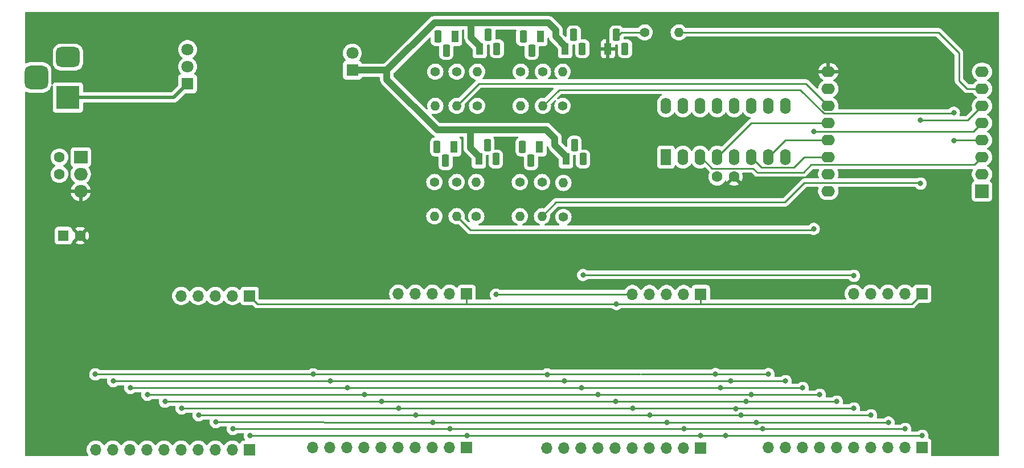
<source format=gbr>
%TF.GenerationSoftware,KiCad,Pcbnew,8.0.3-8.0.3-0~ubuntu22.04.1*%
%TF.CreationDate,2024-07-02T20:32:36+02:00*%
%TF.ProjectId,nixieclock,6e697869-6563-46c6-9f63-6b2e6b696361,rev?*%
%TF.SameCoordinates,Original*%
%TF.FileFunction,Copper,L1,Top*%
%TF.FilePolarity,Positive*%
%FSLAX46Y46*%
G04 Gerber Fmt 4.6, Leading zero omitted, Abs format (unit mm)*
G04 Created by KiCad (PCBNEW 8.0.3-8.0.3-0~ubuntu22.04.1) date 2024-07-02 20:32:36*
%MOMM*%
%LPD*%
G01*
G04 APERTURE LIST*
G04 Aperture macros list*
%AMRoundRect*
0 Rectangle with rounded corners*
0 $1 Rounding radius*
0 $2 $3 $4 $5 $6 $7 $8 $9 X,Y pos of 4 corners*
0 Add a 4 corners polygon primitive as box body*
4,1,4,$2,$3,$4,$5,$6,$7,$8,$9,$2,$3,0*
0 Add four circle primitives for the rounded corners*
1,1,$1+$1,$2,$3*
1,1,$1+$1,$4,$5*
1,1,$1+$1,$6,$7*
1,1,$1+$1,$8,$9*
0 Add four rect primitives between the rounded corners*
20,1,$1+$1,$2,$3,$4,$5,0*
20,1,$1+$1,$4,$5,$6,$7,0*
20,1,$1+$1,$6,$7,$8,$9,0*
20,1,$1+$1,$8,$9,$2,$3,0*%
G04 Aperture macros list end*
%TA.AperFunction,ComponentPad*%
%ADD10C,1.400000*%
%TD*%
%TA.AperFunction,ComponentPad*%
%ADD11O,1.400000X1.400000*%
%TD*%
%TA.AperFunction,ComponentPad*%
%ADD12R,1.800000X1.800000*%
%TD*%
%TA.AperFunction,ComponentPad*%
%ADD13C,1.800000*%
%TD*%
%TA.AperFunction,ComponentPad*%
%ADD14R,1.100000X1.800000*%
%TD*%
%TA.AperFunction,ComponentPad*%
%ADD15RoundRect,0.275000X-0.275000X-0.625000X0.275000X-0.625000X0.275000X0.625000X-0.275000X0.625000X0*%
%TD*%
%TA.AperFunction,ComponentPad*%
%ADD16R,3.500000X3.500000*%
%TD*%
%TA.AperFunction,ComponentPad*%
%ADD17RoundRect,0.750000X-1.000000X0.750000X-1.000000X-0.750000X1.000000X-0.750000X1.000000X0.750000X0*%
%TD*%
%TA.AperFunction,ComponentPad*%
%ADD18RoundRect,0.875000X-0.875000X0.875000X-0.875000X-0.875000X0.875000X-0.875000X0.875000X0.875000X0*%
%TD*%
%TA.AperFunction,ComponentPad*%
%ADD19R,1.600000X1.600000*%
%TD*%
%TA.AperFunction,ComponentPad*%
%ADD20C,1.600000*%
%TD*%
%TA.AperFunction,ComponentPad*%
%ADD21R,1.700000X1.700000*%
%TD*%
%TA.AperFunction,ComponentPad*%
%ADD22O,1.700000X1.700000*%
%TD*%
%TA.AperFunction,ComponentPad*%
%ADD23RoundRect,0.275000X0.275000X0.625000X-0.275000X0.625000X-0.275000X-0.625000X0.275000X-0.625000X0*%
%TD*%
%TA.AperFunction,ComponentPad*%
%ADD24R,1.600000X2.400000*%
%TD*%
%TA.AperFunction,ComponentPad*%
%ADD25O,1.600000X2.400000*%
%TD*%
%TA.AperFunction,ComponentPad*%
%ADD26R,2.000000X2.000000*%
%TD*%
%TA.AperFunction,ComponentPad*%
%ADD27O,2.000000X1.600000*%
%TD*%
%TA.AperFunction,ComponentPad*%
%ADD28R,2.000000X1.905000*%
%TD*%
%TA.AperFunction,ComponentPad*%
%ADD29O,2.000000X1.905000*%
%TD*%
%TA.AperFunction,ViaPad*%
%ADD30C,0.800000*%
%TD*%
%TA.AperFunction,Conductor*%
%ADD31C,0.500000*%
%TD*%
%TA.AperFunction,Conductor*%
%ADD32C,0.250000*%
%TD*%
%TA.AperFunction,Conductor*%
%ADD33C,1.000000*%
%TD*%
G04 APERTURE END LIST*
D10*
%TO.P,R15,1*%
%TO.N,Net-(Q6-B)*%
X96266000Y-54508400D03*
D11*
%TO.P,R15,2*%
%TO.N,+180V*%
X96266000Y-49428400D03*
%TD*%
D12*
%TO.P,U5,1,UIN*%
%TO.N,+12V*%
X53340000Y-34798000D03*
D13*
%TO.P,U5,2,SHDN*%
%TO.N,GND*%
X53340000Y-32258000D03*
%TO.P,U5,3,GND*%
X53340000Y-29718000D03*
D12*
%TO.P,U5,4,UH_OUT*%
%TO.N,+180V*%
X77840000Y-32808000D03*
D13*
%TO.P,U5,5,GND*%
%TO.N,GND*%
X77840000Y-30268000D03*
%TD*%
D10*
%TO.P,R10,1*%
%TO.N,Net-(Q1-C)*%
X90170000Y-33020000D03*
D11*
%TO.P,R10,2*%
%TO.N,Net-(Q2-B)*%
X90170000Y-38100000D03*
%TD*%
D14*
%TO.P,Q4,1,E*%
%TO.N,+180V*%
X109474000Y-29610000D03*
D15*
%TO.P,Q4,2,B*%
%TO.N,Net-(Q4-B)*%
X110744000Y-27540000D03*
%TO.P,Q4,3,C*%
%TO.N,Net-(N2-A)*%
X112014000Y-29610000D03*
%TD*%
D16*
%TO.P,J1,1*%
%TO.N,+12V*%
X35560000Y-36861000D03*
D17*
%TO.P,J1,2*%
%TO.N,GND*%
X35560000Y-30861000D03*
D18*
%TO.P,J1,3*%
%TO.N,N/C*%
X30860000Y-33861000D03*
%TD*%
D19*
%TO.P,C2,1*%
%TO.N,GND*%
X34885621Y-57404000D03*
D20*
%TO.P,C2,2*%
%TO.N,+5V*%
X37385621Y-57404000D03*
%TD*%
D21*
%TO.P,N2,1,1*%
%TO.N,Net-(U3-~{Q1})*%
X94838520Y-88900000D03*
D22*
%TO.P,N2,2,2*%
%TO.N,Net-(U3-~{Q2})*%
X92298520Y-88900000D03*
%TO.P,N2,3,3*%
%TO.N,Net-(U3-~{Q3})*%
X89758520Y-88900000D03*
%TO.P,N2,4,4*%
%TO.N,Net-(U3-~{Q4})*%
X87218520Y-88900000D03*
%TO.P,N2,5,5*%
%TO.N,Net-(U3-~{Q5})*%
X84678520Y-88900000D03*
%TO.P,N2,6,6*%
%TO.N,Net-(U3-~{Q6})*%
X82138520Y-88900000D03*
%TO.P,N2,7,7*%
%TO.N,Net-(U3-~{Q7})*%
X79598520Y-88900000D03*
%TO.P,N2,8,8*%
%TO.N,Net-(U3-~{Q8})*%
X77058520Y-88900000D03*
%TO.P,N2,9,9*%
%TO.N,Net-(U3-~{Q9})*%
X74518520Y-88900000D03*
%TO.P,N2,10,0*%
%TO.N,Net-(N1-0)*%
X71978520Y-88900000D03*
D21*
%TO.P,N2,11,VCC*%
%TO.N,Net-(N1-VCC)*%
X94838520Y-66040000D03*
D22*
%TO.P,N2,12,GND*%
%TO.N,GND*%
X92298520Y-66040000D03*
%TO.P,N2,13,RHDP*%
%TO.N,unconnected-(N2-RHDP-Pad13)*%
X89758520Y-66040000D03*
%TO.P,N2,14,LHDP*%
%TO.N,unconnected-(N2-LHDP-Pad14)*%
X87218520Y-66040000D03*
%TO.P,N2,15,A*%
%TO.N,Net-(N2-A)*%
X84678520Y-66040000D03*
%TD*%
D14*
%TO.P,Q6,1,E*%
%TO.N,+180V*%
X96647000Y-46018400D03*
D15*
%TO.P,Q6,2,B*%
%TO.N,Net-(Q6-B)*%
X97917000Y-43948400D03*
%TO.P,Q6,3,C*%
%TO.N,Net-(N3-A)*%
X99187000Y-46018400D03*
%TD*%
D20*
%TO.P,C3,1*%
%TO.N,+5V*%
X134580000Y-48641000D03*
%TO.P,C3,2*%
%TO.N,GND*%
X132080000Y-48641000D03*
%TD*%
D21*
%TO.P,N4,1,1*%
%TO.N,Net-(U3-~{Q1})*%
X162560000Y-88900000D03*
D22*
%TO.P,N4,2,2*%
%TO.N,Net-(U3-~{Q2})*%
X160020000Y-88900000D03*
%TO.P,N4,3,3*%
%TO.N,Net-(U3-~{Q3})*%
X157480000Y-88900000D03*
%TO.P,N4,4,4*%
%TO.N,Net-(U3-~{Q4})*%
X154940000Y-88900000D03*
%TO.P,N4,5,5*%
%TO.N,Net-(U3-~{Q5})*%
X152400000Y-88900000D03*
%TO.P,N4,6,6*%
%TO.N,Net-(U3-~{Q6})*%
X149860000Y-88900000D03*
%TO.P,N4,7,7*%
%TO.N,Net-(U3-~{Q7})*%
X147320000Y-88900000D03*
%TO.P,N4,8,8*%
%TO.N,Net-(U3-~{Q8})*%
X144780000Y-88900000D03*
%TO.P,N4,9,9*%
%TO.N,Net-(U3-~{Q9})*%
X142240000Y-88900000D03*
%TO.P,N4,10,0*%
%TO.N,Net-(N1-0)*%
X139700000Y-88900000D03*
D21*
%TO.P,N4,11,VCC*%
%TO.N,Net-(N1-VCC)*%
X162560000Y-66040000D03*
D22*
%TO.P,N4,12,GND*%
%TO.N,GND*%
X160020000Y-66040000D03*
%TO.P,N4,13,RHDP*%
%TO.N,unconnected-(N4-RHDP-Pad13)*%
X157480000Y-66040000D03*
%TO.P,N4,14,LHDP*%
%TO.N,unconnected-(N4-LHDP-Pad14)*%
X154940000Y-66040000D03*
%TO.P,N4,15,A*%
%TO.N,Net-(N4-A)*%
X152400000Y-66040000D03*
%TD*%
D10*
%TO.P,R9,1*%
%TO.N,Net-(Q2-B)*%
X96393000Y-38100000D03*
D11*
%TO.P,R9,2*%
%TO.N,+180V*%
X96393000Y-33020000D03*
%TD*%
D14*
%TO.P,Q7,1,E*%
%TO.N,GND*%
X105664000Y-44202400D03*
D23*
%TO.P,Q7,2,B*%
%TO.N,Net-(Q7-B)*%
X104394000Y-46272400D03*
%TO.P,Q7,3,C*%
%TO.N,Net-(Q7-C)*%
X103124000Y-44202400D03*
%TD*%
D14*
%TO.P,Q1,1,E*%
%TO.N,GND*%
X93091000Y-27794000D03*
D23*
%TO.P,Q1,2,B*%
%TO.N,Net-(Q1-B)*%
X91821000Y-29864000D03*
%TO.P,Q1,3,C*%
%TO.N,Net-(Q1-C)*%
X90551000Y-27794000D03*
%TD*%
D24*
%TO.P,U3,1,~{Q8}*%
%TO.N,Net-(U3-~{Q8})*%
X124460000Y-45720000D03*
D25*
%TO.P,U3,2,~{Q9}*%
%TO.N,Net-(U3-~{Q9})*%
X127000000Y-45720000D03*
%TO.P,U3,3,A*%
%TO.N,/A*%
X129540000Y-45720000D03*
%TO.P,U3,4,D*%
%TO.N,/D*%
X132080000Y-45720000D03*
%TO.P,U3,5,VCC*%
%TO.N,+5V*%
X134620000Y-45720000D03*
%TO.P,U3,6,B*%
%TO.N,/B*%
X137160000Y-45720000D03*
%TO.P,U3,7,C*%
%TO.N,/C*%
X139700000Y-45720000D03*
%TO.P,U3,8,~{Q2}*%
%TO.N,Net-(U3-~{Q2})*%
X142240000Y-45720000D03*
%TO.P,U3,9,~{Q3}*%
%TO.N,Net-(U3-~{Q3})*%
X142240000Y-38100000D03*
%TO.P,U3,10,~{Q7}*%
%TO.N,Net-(U3-~{Q7})*%
X139700000Y-38100000D03*
%TO.P,U3,11,~{Q6}*%
%TO.N,Net-(U3-~{Q6})*%
X137160000Y-38100000D03*
%TO.P,U3,12,GND*%
%TO.N,GND*%
X134620000Y-38100000D03*
%TO.P,U3,13,~{Q4}*%
%TO.N,Net-(U3-~{Q4})*%
X132080000Y-38100000D03*
%TO.P,U3,14,~{Q5}*%
%TO.N,Net-(U3-~{Q5})*%
X129540000Y-38100000D03*
%TO.P,U3,15,~{Q1}*%
%TO.N,Net-(U3-~{Q1})*%
X127000000Y-38100000D03*
%TO.P,U3,16,~{Q0}*%
%TO.N,Net-(N1-0)*%
X124460000Y-38100000D03*
%TD*%
D10*
%TO.P,R18,1*%
%TO.N,Net-(Q8-B)*%
X109220000Y-54635400D03*
D11*
%TO.P,R18,2*%
%TO.N,+180V*%
X109220000Y-49555400D03*
%TD*%
D10*
%TO.P,R6,1*%
%TO.N,Net-(Q3-B)*%
X106172000Y-33020000D03*
D11*
%TO.P,R6,2*%
%TO.N,Net-(U2-SCK{slash}D5)*%
X106172000Y-38100000D03*
%TD*%
D10*
%TO.P,R19,1*%
%TO.N,Net-(Q7-C)*%
X102743000Y-49428400D03*
D11*
%TO.P,R19,2*%
%TO.N,Net-(Q8-B)*%
X102743000Y-54508400D03*
%TD*%
D14*
%TO.P,Q3,1,E*%
%TO.N,GND*%
X105791000Y-27794000D03*
D23*
%TO.P,Q3,2,B*%
%TO.N,Net-(Q3-B)*%
X104521000Y-29864000D03*
%TO.P,Q3,3,C*%
%TO.N,Net-(Q3-C)*%
X103251000Y-27794000D03*
%TD*%
D10*
%TO.P,R16,1*%
%TO.N,Net-(Q5-C)*%
X90043000Y-49428400D03*
D11*
%TO.P,R16,2*%
%TO.N,Net-(Q6-B)*%
X90043000Y-54508400D03*
%TD*%
D26*
%TO.P,U2,1,~{RST}*%
%TO.N,unconnected-(U2-~{RST}-Pad1)*%
X171450000Y-50800000D03*
D27*
%TO.P,U2,2,A0*%
%TO.N,unconnected-(U2-A0-Pad2)*%
X171450000Y-48260000D03*
%TO.P,U2,3,D0*%
%TO.N,/A*%
X171450000Y-45720000D03*
%TO.P,U2,4,SCK/D5*%
%TO.N,Net-(U2-SCK{slash}D5)*%
X171450000Y-43180000D03*
%TO.P,U2,5,MISO/D6*%
%TO.N,Net-(U2-MISO{slash}D6)*%
X171450000Y-40640000D03*
%TO.P,U2,6,MOSI/D7*%
%TO.N,Net-(U2-MOSI{slash}D7)*%
X171450000Y-38100000D03*
%TO.P,U2,7,CS/D8*%
%TO.N,Net-(U2-CS{slash}D8)*%
X171450000Y-35560000D03*
%TO.P,U2,8,3V3*%
%TO.N,unconnected-(U2-3V3-Pad8)*%
X171450000Y-33020000D03*
%TO.P,U2,9,5V*%
%TO.N,+5V*%
X148590000Y-33020000D03*
%TO.P,U2,10,GND*%
%TO.N,GND*%
X148590000Y-35560000D03*
%TO.P,U2,11,D4*%
%TO.N,Net-(U2-D4)*%
X148590000Y-38100000D03*
%TO.P,U2,12,D3*%
%TO.N,/D*%
X148590000Y-40640000D03*
%TO.P,U2,13,SDA/D2*%
%TO.N,/C*%
X148590000Y-43180000D03*
%TO.P,U2,14,SCL/D1*%
%TO.N,/B*%
X148590000Y-45720000D03*
%TO.P,U2,15,RX*%
%TO.N,unconnected-(U2-RX-Pad15)*%
X148590000Y-48260000D03*
%TO.P,U2,16,TX*%
%TO.N,unconnected-(U2-TX-Pad16)*%
X148590000Y-50800000D03*
%TD*%
D14*
%TO.P,Q2,1,E*%
%TO.N,+180V*%
X96774000Y-29610000D03*
D15*
%TO.P,Q2,2,B*%
%TO.N,Net-(Q2-B)*%
X98044000Y-27540000D03*
%TO.P,Q2,3,C*%
%TO.N,Net-(N1-A)*%
X99314000Y-29610000D03*
%TD*%
D10*
%TO.P,R7,1*%
%TO.N,Net-(Q5-B)*%
X93345000Y-49428400D03*
D11*
%TO.P,R7,2*%
%TO.N,Net-(U2-MISO{slash}D6)*%
X93345000Y-54508400D03*
%TD*%
D10*
%TO.P,R12,1*%
%TO.N,Net-(Q4-B)*%
X109093000Y-38100000D03*
D11*
%TO.P,R12,2*%
%TO.N,+180V*%
X109093000Y-33020000D03*
%TD*%
D21*
%TO.P,N1,1,1*%
%TO.N,Net-(U3-~{Q1})*%
X62563500Y-89222580D03*
D22*
%TO.P,N1,2,2*%
%TO.N,Net-(U3-~{Q2})*%
X60023500Y-89222580D03*
%TO.P,N1,3,3*%
%TO.N,Net-(U3-~{Q3})*%
X57483500Y-89222580D03*
%TO.P,N1,4,4*%
%TO.N,Net-(U3-~{Q4})*%
X54943500Y-89222580D03*
%TO.P,N1,5,5*%
%TO.N,Net-(U3-~{Q5})*%
X52403500Y-89222580D03*
%TO.P,N1,6,6*%
%TO.N,Net-(U3-~{Q6})*%
X49863500Y-89222580D03*
%TO.P,N1,7,7*%
%TO.N,Net-(U3-~{Q7})*%
X47323500Y-89222580D03*
%TO.P,N1,8,8*%
%TO.N,Net-(U3-~{Q8})*%
X44783500Y-89222580D03*
%TO.P,N1,9,9*%
%TO.N,Net-(U3-~{Q9})*%
X42243500Y-89222580D03*
%TO.P,N1,10,0*%
%TO.N,Net-(N1-0)*%
X39703500Y-89222580D03*
D21*
%TO.P,N1,11,VCC*%
%TO.N,Net-(N1-VCC)*%
X62563500Y-66362580D03*
D22*
%TO.P,N1,12,GND*%
%TO.N,GND*%
X60023500Y-66362580D03*
%TO.P,N1,13,RHDP*%
%TO.N,unconnected-(N1-RHDP-Pad13)*%
X57483500Y-66362580D03*
%TO.P,N1,14,LHDP*%
%TO.N,unconnected-(N1-LHDP-Pad14)*%
X54943500Y-66362580D03*
%TO.P,N1,15,A*%
%TO.N,Net-(N1-A)*%
X52403500Y-66362580D03*
%TD*%
D10*
%TO.P,R5,1*%
%TO.N,Net-(Q1-B)*%
X93345000Y-33020000D03*
D11*
%TO.P,R5,2*%
%TO.N,Net-(U2-D4)*%
X93345000Y-38100000D03*
%TD*%
D14*
%TO.P,Q9,1,C*%
%TO.N,+5V*%
X115824000Y-29610000D03*
D15*
%TO.P,Q9,2,B*%
%TO.N,Net-(Q9-B)*%
X117094000Y-27540000D03*
%TO.P,Q9,3,E*%
%TO.N,Net-(N1-VCC)*%
X118364000Y-29610000D03*
%TD*%
D14*
%TO.P,Q8,1,E*%
%TO.N,+180V*%
X109601000Y-46018400D03*
D15*
%TO.P,Q8,2,B*%
%TO.N,Net-(Q8-B)*%
X110871000Y-43948400D03*
%TO.P,Q8,3,C*%
%TO.N,Net-(N4-A)*%
X112141000Y-46018400D03*
%TD*%
D10*
%TO.P,R1,1*%
%TO.N,Net-(Q9-B)*%
X121285000Y-27178000D03*
D11*
%TO.P,R1,2*%
%TO.N,Net-(U2-CS{slash}D8)*%
X126365000Y-27178000D03*
%TD*%
D14*
%TO.P,Q5,1,E*%
%TO.N,GND*%
X92964000Y-44202400D03*
D23*
%TO.P,Q5,2,B*%
%TO.N,Net-(Q5-B)*%
X91694000Y-46272400D03*
%TO.P,Q5,3,C*%
%TO.N,Net-(Q5-C)*%
X90424000Y-44202400D03*
%TD*%
D28*
%TO.P,U1,1,IN*%
%TO.N,+12V*%
X37465000Y-45720000D03*
D29*
%TO.P,U1,2,GND*%
%TO.N,GND*%
X37465000Y-48260000D03*
%TO.P,U1,3,OUT*%
%TO.N,+5V*%
X37465000Y-50800000D03*
%TD*%
D10*
%TO.P,R13,1*%
%TO.N,Net-(Q3-C)*%
X102870000Y-33020000D03*
D11*
%TO.P,R13,2*%
%TO.N,Net-(Q4-B)*%
X102870000Y-38100000D03*
%TD*%
D20*
%TO.P,C1,1*%
%TO.N,GND*%
X34290000Y-48240000D03*
%TO.P,C1,2*%
%TO.N,+12V*%
X34290000Y-45740000D03*
%TD*%
D21*
%TO.P,N3,1,1*%
%TO.N,Net-(U3-~{Q1})*%
X129639060Y-88948260D03*
D22*
%TO.P,N3,2,2*%
%TO.N,Net-(U3-~{Q2})*%
X127099060Y-88948260D03*
%TO.P,N3,3,3*%
%TO.N,Net-(U3-~{Q3})*%
X124559060Y-88948260D03*
%TO.P,N3,4,4*%
%TO.N,Net-(U3-~{Q4})*%
X122019060Y-88948260D03*
%TO.P,N3,5,5*%
%TO.N,Net-(U3-~{Q5})*%
X119479060Y-88948260D03*
%TO.P,N3,6,6*%
%TO.N,Net-(U3-~{Q6})*%
X116939060Y-88948260D03*
%TO.P,N3,7,7*%
%TO.N,Net-(U3-~{Q7})*%
X114399060Y-88948260D03*
%TO.P,N3,8,8*%
%TO.N,Net-(U3-~{Q8})*%
X111859060Y-88948260D03*
%TO.P,N3,9,9*%
%TO.N,Net-(U3-~{Q9})*%
X109319060Y-88948260D03*
%TO.P,N3,10,0*%
%TO.N,Net-(N1-0)*%
X106779060Y-88948260D03*
D21*
%TO.P,N3,11,VCC*%
%TO.N,Net-(N1-VCC)*%
X129639060Y-66088260D03*
D22*
%TO.P,N3,12,GND*%
%TO.N,GND*%
X127099060Y-66088260D03*
%TO.P,N3,13,RHDP*%
%TO.N,unconnected-(N3-RHDP-Pad13)*%
X124559060Y-66088260D03*
%TO.P,N3,14,LHDP*%
%TO.N,unconnected-(N3-LHDP-Pad14)*%
X122019060Y-66088260D03*
%TO.P,N3,15,A*%
%TO.N,Net-(N3-A)*%
X119479060Y-66088260D03*
%TD*%
D10*
%TO.P,R8,1*%
%TO.N,Net-(Q7-B)*%
X106045000Y-49428400D03*
D11*
%TO.P,R8,2*%
%TO.N,Net-(U2-MOSI{slash}D7)*%
X106045000Y-54508400D03*
%TD*%
D30*
%TO.N,Net-(U3-~{Q4})*%
X87249000Y-84109560D03*
X135636000Y-84109560D03*
X154940000Y-84109560D03*
X54991000Y-84109560D03*
X122047000Y-84109560D03*
%TO.N,Net-(U3-~{Q5})*%
X52451000Y-83093560D03*
X134874000Y-83185000D03*
X152400000Y-83093560D03*
X119507000Y-83093560D03*
X84709000Y-83093560D03*
%TO.N,Net-(U3-~{Q8})*%
X132575000Y-80045560D03*
X144780000Y-80045560D03*
X111861600Y-80045560D03*
X77089000Y-80045560D03*
X44831000Y-80045560D03*
%TO.N,Net-(U3-~{Q9})*%
X42291000Y-79029560D03*
X134112000Y-78994000D03*
X142240000Y-79029560D03*
X109321600Y-79029560D03*
X74549000Y-79029560D03*
%TO.N,Net-(U3-~{Q6})*%
X82169000Y-82077560D03*
X49973000Y-82077560D03*
X149860000Y-82077560D03*
X136398000Y-82077560D03*
X116941600Y-82077560D03*
%TO.N,Net-(U3-~{Q3})*%
X157543500Y-85189060D03*
X89789000Y-85146041D03*
X137922000Y-85217000D03*
X124587000Y-85168135D03*
X57531000Y-85125560D03*
%TO.N,Net-(U3-~{Q1})*%
X94869000Y-87157560D03*
X129639060Y-87160100D03*
X162560000Y-87157560D03*
X62611000Y-87157560D03*
X133350000Y-87157560D03*
%TO.N,Net-(U3-~{Q2})*%
X127127000Y-86141560D03*
X138811000Y-86141560D03*
X160020000Y-86141560D03*
X92329000Y-86141560D03*
X60071000Y-86141560D03*
%TO.N,Net-(U3-~{Q7})*%
X147320000Y-81061560D03*
X79629000Y-81061560D03*
X114366040Y-81061560D03*
X137124444Y-81061560D03*
X47371000Y-81061560D03*
%TO.N,Net-(U2-SCK{slash}D5)*%
X167259000Y-43307000D03*
X167259000Y-39116000D03*
%TO.N,Net-(U2-MISO{slash}D6)*%
X146431000Y-41910004D03*
X146430996Y-56387996D03*
%TO.N,Net-(U2-MOSI{slash}D7)*%
X162306000Y-40259000D03*
X162306000Y-49657000D03*
%TO.N,Net-(N1-VCC)*%
X117094004Y-67563260D03*
%TO.N,Net-(N1-0)*%
X72009000Y-78013560D03*
X39624000Y-78013560D03*
X106781600Y-78028800D03*
X139700000Y-77978000D03*
X131826000Y-77978000D03*
%TO.N,Net-(N3-A)*%
X99187000Y-66167000D03*
%TO.N,Net-(N4-A)*%
X112141000Y-63246000D03*
X152400006Y-63373000D03*
%TD*%
D31*
%TO.N,+12V*%
X51277000Y-36861000D02*
X53340000Y-34798000D01*
X35560000Y-36861000D02*
X51277000Y-36861000D01*
%TO.N,+5V*%
X148336000Y-33274000D02*
X148590000Y-33020000D01*
X37465000Y-50800000D02*
X37570400Y-50905400D01*
D32*
%TO.N,Net-(U3-~{Q4})*%
X54991000Y-84109560D02*
X87249000Y-84109560D01*
X154940000Y-84109560D02*
X135636000Y-84109560D01*
X87249000Y-84109560D02*
X122047000Y-84109560D01*
X122047000Y-84109560D02*
X135636000Y-84109560D01*
%TO.N,Net-(U3-~{Q5})*%
X152400000Y-83093560D02*
X134965440Y-83093560D01*
X84709000Y-83093560D02*
X52451000Y-83093560D01*
X119507000Y-83093560D02*
X134782560Y-83093560D01*
X134965440Y-83093560D02*
X134874000Y-83185000D01*
X119507000Y-83093560D02*
X84709000Y-83093560D01*
X134782560Y-83093560D02*
X134874000Y-83185000D01*
%TO.N,Net-(U3-~{Q8})*%
X144780000Y-80045560D02*
X132575000Y-80045560D01*
X111861600Y-80045560D02*
X132575000Y-80045560D01*
X44831000Y-80045560D02*
X111861600Y-80045560D01*
%TO.N,Net-(U3-~{Q9})*%
X74549000Y-79029560D02*
X109321600Y-79029560D01*
X109321600Y-79029560D02*
X109357160Y-78994000D01*
X109357160Y-78994000D02*
X134112000Y-78994000D01*
X74549000Y-79029560D02*
X42291000Y-79029560D01*
X134147560Y-79029560D02*
X134112000Y-78994000D01*
X142240000Y-79029560D02*
X134147560Y-79029560D01*
%TO.N,Net-(U3-~{Q6})*%
X116941600Y-82077560D02*
X82169000Y-82077560D01*
X82169000Y-82077560D02*
X49973000Y-82077560D01*
X49973000Y-82077560D02*
X49911000Y-82077560D01*
X116941600Y-82077560D02*
X136398000Y-82077560D01*
X149860000Y-82077560D02*
X136398000Y-82077560D01*
%TO.N,Net-(U3-~{Q3})*%
X124587000Y-85168135D02*
X89789000Y-85146041D01*
X157543500Y-85189060D02*
X137949940Y-85189060D01*
X89789000Y-85146041D02*
X57531000Y-85125560D01*
X137873135Y-85168135D02*
X137922000Y-85217000D01*
X124587000Y-85168135D02*
X137873135Y-85168135D01*
X137949940Y-85189060D02*
X137922000Y-85217000D01*
%TO.N,Net-(U3-~{Q1})*%
X162560000Y-87157560D02*
X133350000Y-87157560D01*
X94869000Y-87157560D02*
X62611000Y-87157560D01*
X94869000Y-87157560D02*
X133350000Y-87157560D01*
%TO.N,Net-(U3-~{Q2})*%
X151130000Y-86141560D02*
X138811000Y-86141560D01*
X160020000Y-86141560D02*
X151130000Y-86141560D01*
X97942400Y-86141560D02*
X60071000Y-86141560D01*
X138811000Y-86141560D02*
X127127000Y-86141560D01*
X127127000Y-86141560D02*
X97942400Y-86141560D01*
%TO.N,Net-(U3-~{Q7})*%
X147320000Y-81061560D02*
X137124444Y-81061560D01*
X79629000Y-81061560D02*
X47371000Y-81061560D01*
X114366040Y-81061560D02*
X137124442Y-81061560D01*
X137195558Y-81061560D02*
X137124444Y-81061560D01*
X79629000Y-81061560D02*
X114335560Y-81061560D01*
D33*
%TO.N,+180V*%
X106680000Y-41656000D02*
X107950000Y-42926000D01*
X108077000Y-26830000D02*
X108077000Y-27813000D01*
X95377000Y-44348400D02*
X95377000Y-41656000D01*
X95504000Y-25740000D02*
X106987000Y-25740000D01*
X107950000Y-43967400D02*
X109601000Y-45618400D01*
X77840000Y-32808000D02*
X82967680Y-32808000D01*
X107950000Y-42926000D02*
X107950000Y-43967400D01*
X95377000Y-41656000D02*
X106680000Y-41656000D01*
X106987000Y-25740000D02*
X108077000Y-26830000D01*
X109474000Y-29210000D02*
X108077000Y-27813000D01*
X90035680Y-25740000D02*
X95504000Y-25740000D01*
X82967680Y-34176760D02*
X90446920Y-41656000D01*
X82967680Y-32808000D02*
X90035680Y-25740000D01*
X95504000Y-27940000D02*
X95504000Y-25740000D01*
X95377000Y-41656000D02*
X90446920Y-41656000D01*
X95504000Y-27940000D02*
X96774000Y-29210000D01*
X96647000Y-45618400D02*
X95377000Y-44348400D01*
X82967680Y-32808000D02*
X82967680Y-34176760D01*
D32*
%TO.N,Net-(U2-D4)*%
X145288000Y-34798000D02*
X148590000Y-38100000D01*
X96647000Y-34798000D02*
X145288000Y-34798000D01*
X93345000Y-38100000D02*
X96647000Y-34798000D01*
%TO.N,Net-(U2-SCK{slash}D5)*%
X167386000Y-43180000D02*
X171450000Y-43180000D01*
X106172000Y-38100000D02*
X108567000Y-35705000D01*
X167259000Y-43307000D02*
X167386000Y-43180000D01*
X167132000Y-39243000D02*
X167259000Y-39116000D01*
X108567000Y-35705000D02*
X144404010Y-35705000D01*
X144404010Y-35705000D02*
X147942010Y-39243000D01*
X147942010Y-39243000D02*
X167132000Y-39243000D01*
%TO.N,Net-(U2-MISO{slash}D6)*%
X170179996Y-41910004D02*
X146431000Y-41910004D01*
X95364600Y-56528000D02*
X146290992Y-56528000D01*
X146290992Y-56528000D02*
X146430996Y-56387996D01*
X93345000Y-54508400D02*
X95364600Y-56528000D01*
X171450000Y-40640000D02*
X170179996Y-41910004D01*
%TO.N,Net-(U2-MOSI{slash}D7)*%
X162179000Y-49530000D02*
X162306000Y-49657000D01*
X108102400Y-52451000D02*
X142113008Y-52451000D01*
X106045000Y-54508400D02*
X108102400Y-52451000D01*
X162306000Y-40259000D02*
X169291000Y-40259000D01*
X169291000Y-40259000D02*
X171450000Y-38100000D01*
X145034008Y-49530000D02*
X162179000Y-49530000D01*
X142113008Y-52451000D02*
X145034008Y-49530000D01*
%TO.N,/C*%
X142240000Y-43180000D02*
X148590000Y-43180000D01*
X139700000Y-45720000D02*
X142240000Y-43180000D01*
%TO.N,/D*%
X148590000Y-40640000D02*
X148590000Y-40840000D01*
X132080000Y-45720000D02*
X137160000Y-40640000D01*
X137160000Y-40640000D02*
X148590000Y-40640000D01*
%TO.N,Net-(N1-VCC)*%
X63764180Y-67563260D02*
X62563500Y-66362580D01*
X94838520Y-66040000D02*
X94838520Y-67532780D01*
X162560000Y-66040000D02*
X161036740Y-67563260D01*
X94869000Y-67563260D02*
X63764180Y-67563260D01*
X161036740Y-67563260D02*
X129667000Y-67563260D01*
X129667000Y-67563260D02*
X117094004Y-67563260D01*
X94869000Y-67563260D02*
X117094004Y-67563260D01*
X129639060Y-66088260D02*
X129639060Y-67535320D01*
X94838520Y-67532780D02*
X94869000Y-67563260D01*
X129639060Y-67535320D02*
X129667000Y-67563260D01*
%TO.N,/B*%
X138685000Y-47245000D02*
X143509000Y-47245000D01*
X145034000Y-45720000D02*
X148590000Y-45720000D01*
X143509000Y-47245000D02*
X145034000Y-45720000D01*
X137160000Y-45720000D02*
X138685000Y-47245000D01*
%TO.N,/A*%
X146050000Y-46863000D02*
X170307000Y-46863000D01*
X131328701Y-47381701D02*
X137424701Y-47381701D01*
X144907000Y-48006000D02*
X146050000Y-46863000D01*
X137424701Y-47381701D02*
X138049000Y-48006000D01*
X138049000Y-48006000D02*
X144907000Y-48006000D01*
X170307000Y-46863000D02*
X171450000Y-45720000D01*
X171450000Y-45720000D02*
X171450000Y-45920000D01*
X129540000Y-45720000D02*
X129667000Y-45720000D01*
X129667000Y-45720000D02*
X131328701Y-47381701D01*
%TO.N,Net-(N1-0)*%
X120777000Y-77978000D02*
X131826000Y-77978000D01*
X106543996Y-78028800D02*
X106781600Y-78028800D01*
X72009000Y-78013560D02*
X106528756Y-78013560D01*
X106528756Y-78013560D02*
X106543996Y-78028800D01*
X139700000Y-77978000D02*
X131826000Y-77978000D01*
X106832400Y-77978000D02*
X120614440Y-77978000D01*
X72009000Y-78013560D02*
X39624000Y-78013560D01*
X120614440Y-77978000D02*
X120650000Y-78013560D01*
X106781600Y-78028800D02*
X106832400Y-77978000D01*
%TO.N,Net-(N3-A)*%
X99265740Y-66088260D02*
X119479060Y-66088260D01*
X99187000Y-66167000D02*
X99265740Y-66088260D01*
%TO.N,Net-(N4-A)*%
X152273006Y-63246000D02*
X152400006Y-63373000D01*
X112141000Y-63246000D02*
X152273006Y-63246000D01*
%TO.N,Net-(Q9-B)*%
X117856000Y-27178000D02*
X121285000Y-27178000D01*
X117094000Y-27940000D02*
X117856000Y-27178000D01*
%TO.N,Net-(U2-CS{slash}D8)*%
X164973000Y-27178000D02*
X126365000Y-27178000D01*
X171450000Y-35560000D02*
X169228000Y-35560000D01*
X169228000Y-35560000D02*
X168021000Y-34353000D01*
X168021000Y-30226000D02*
X164973000Y-27178000D01*
X168021000Y-34353000D02*
X168021000Y-30226000D01*
%TD*%
%TA.AperFunction,Conductor*%
%TO.N,+5V*%
G36*
X173933039Y-24149685D02*
G01*
X173978794Y-24202489D01*
X173990000Y-24254000D01*
X173990000Y-90046000D01*
X173970315Y-90113039D01*
X173917511Y-90158794D01*
X173866000Y-90170000D01*
X163974660Y-90170000D01*
X163907621Y-90150315D01*
X163861866Y-90097511D01*
X163851922Y-90028353D01*
X163858479Y-90002665D01*
X163878814Y-89948147D01*
X163911989Y-89859201D01*
X163915591Y-89825692D01*
X163918499Y-89798654D01*
X163918500Y-89798637D01*
X163918500Y-88001362D01*
X163918499Y-88001345D01*
X163915157Y-87970270D01*
X163911989Y-87940799D01*
X163910344Y-87936389D01*
X163886996Y-87873792D01*
X163860889Y-87803796D01*
X163773261Y-87686739D01*
X163656204Y-87599111D01*
X163513834Y-87546008D01*
X163457901Y-87504136D01*
X163433485Y-87438672D01*
X163439237Y-87391513D01*
X163453542Y-87347488D01*
X163473504Y-87157560D01*
X163453542Y-86967632D01*
X163394527Y-86786004D01*
X163299040Y-86620616D01*
X163171253Y-86478694D01*
X163016752Y-86366442D01*
X162842288Y-86288766D01*
X162842286Y-86288765D01*
X162655487Y-86249060D01*
X162464513Y-86249060D01*
X162277714Y-86288765D01*
X162277712Y-86288766D01*
X162113805Y-86361742D01*
X162103246Y-86366443D01*
X161948745Y-86478695D01*
X161944840Y-86483033D01*
X161885354Y-86519681D01*
X161852691Y-86524060D01*
X161021643Y-86524060D01*
X160954604Y-86504375D01*
X160908849Y-86451571D01*
X160898905Y-86382413D01*
X160903712Y-86361742D01*
X160905325Y-86356776D01*
X160913542Y-86331488D01*
X160933504Y-86141560D01*
X160913542Y-85951632D01*
X160854527Y-85770004D01*
X160759040Y-85604616D01*
X160631253Y-85462694D01*
X160476752Y-85350442D01*
X160302288Y-85272766D01*
X160302286Y-85272765D01*
X160115487Y-85233060D01*
X159924513Y-85233060D01*
X159737714Y-85272765D01*
X159563246Y-85350443D01*
X159408745Y-85462695D01*
X159404840Y-85467033D01*
X159345354Y-85503681D01*
X159312691Y-85508060D01*
X158561191Y-85508060D01*
X158494152Y-85488375D01*
X158448397Y-85435571D01*
X158437870Y-85371102D01*
X158457004Y-85189060D01*
X158437042Y-84999132D01*
X158378027Y-84817504D01*
X158282540Y-84652116D01*
X158154753Y-84510194D01*
X158000252Y-84397942D01*
X157825788Y-84320266D01*
X157825786Y-84320265D01*
X157638987Y-84280560D01*
X157448013Y-84280560D01*
X157261214Y-84320265D01*
X157086746Y-84397943D01*
X156932245Y-84510195D01*
X156928340Y-84514533D01*
X156868854Y-84551181D01*
X156836191Y-84555560D01*
X155921010Y-84555560D01*
X155853971Y-84535875D01*
X155808216Y-84483071D01*
X155798272Y-84413913D01*
X155803077Y-84393246D01*
X155833542Y-84299488D01*
X155853504Y-84109560D01*
X155833542Y-83919632D01*
X155774527Y-83738004D01*
X155679040Y-83572616D01*
X155551253Y-83430694D01*
X155396752Y-83318442D01*
X155222288Y-83240766D01*
X155222286Y-83240765D01*
X155035487Y-83201060D01*
X154844513Y-83201060D01*
X154657714Y-83240765D01*
X154657712Y-83240766D01*
X154493805Y-83313742D01*
X154483246Y-83318443D01*
X154328745Y-83430695D01*
X154324840Y-83435033D01*
X154265354Y-83471681D01*
X154232691Y-83476060D01*
X153401643Y-83476060D01*
X153334604Y-83456375D01*
X153288849Y-83403571D01*
X153278905Y-83334413D01*
X153283712Y-83313742D01*
X153285325Y-83308776D01*
X153293542Y-83283488D01*
X153313504Y-83093560D01*
X153293542Y-82903632D01*
X153234527Y-82722004D01*
X153139040Y-82556616D01*
X153011253Y-82414694D01*
X152856752Y-82302442D01*
X152682288Y-82224766D01*
X152682286Y-82224765D01*
X152495487Y-82185060D01*
X152304513Y-82185060D01*
X152117714Y-82224765D01*
X152117712Y-82224766D01*
X151953805Y-82297742D01*
X151943246Y-82302443D01*
X151788745Y-82414695D01*
X151784840Y-82419033D01*
X151725354Y-82455681D01*
X151692691Y-82460060D01*
X150861643Y-82460060D01*
X150794604Y-82440375D01*
X150748849Y-82387571D01*
X150738905Y-82318413D01*
X150743712Y-82297742D01*
X150745325Y-82292776D01*
X150753542Y-82267488D01*
X150773504Y-82077560D01*
X150753542Y-81887632D01*
X150694527Y-81706004D01*
X150599040Y-81540616D01*
X150471253Y-81398694D01*
X150316752Y-81286442D01*
X150142288Y-81208766D01*
X150142286Y-81208765D01*
X149955487Y-81169060D01*
X149764513Y-81169060D01*
X149577714Y-81208765D01*
X149577712Y-81208766D01*
X149413805Y-81281742D01*
X149403246Y-81286443D01*
X149248745Y-81398695D01*
X149244840Y-81403033D01*
X149185354Y-81439681D01*
X149152691Y-81444060D01*
X148321643Y-81444060D01*
X148254604Y-81424375D01*
X148208849Y-81371571D01*
X148198905Y-81302413D01*
X148203712Y-81281742D01*
X148205325Y-81276776D01*
X148213542Y-81251488D01*
X148233504Y-81061560D01*
X148213542Y-80871632D01*
X148154527Y-80690004D01*
X148059040Y-80524616D01*
X147931253Y-80382694D01*
X147776752Y-80270442D01*
X147602288Y-80192766D01*
X147602286Y-80192765D01*
X147415487Y-80153060D01*
X147224513Y-80153060D01*
X147037714Y-80192765D01*
X147037712Y-80192766D01*
X146873805Y-80265742D01*
X146863246Y-80270443D01*
X146708745Y-80382695D01*
X146704840Y-80387033D01*
X146645354Y-80423681D01*
X146612691Y-80428060D01*
X145781643Y-80428060D01*
X145714604Y-80408375D01*
X145668849Y-80355571D01*
X145658905Y-80286413D01*
X145663712Y-80265742D01*
X145665325Y-80260776D01*
X145673542Y-80235488D01*
X145693504Y-80045560D01*
X145673542Y-79855632D01*
X145614527Y-79674004D01*
X145519040Y-79508616D01*
X145391253Y-79366694D01*
X145236752Y-79254442D01*
X145062288Y-79176766D01*
X145062286Y-79176765D01*
X144875487Y-79137060D01*
X144684513Y-79137060D01*
X144497714Y-79176765D01*
X144497712Y-79176766D01*
X144333805Y-79249742D01*
X144323246Y-79254443D01*
X144168745Y-79366695D01*
X144164840Y-79371033D01*
X144105354Y-79407681D01*
X144072691Y-79412060D01*
X143241643Y-79412060D01*
X143174604Y-79392375D01*
X143128849Y-79339571D01*
X143118905Y-79270413D01*
X143123712Y-79249742D01*
X143125325Y-79244776D01*
X143133542Y-79219488D01*
X143153504Y-79029560D01*
X143133542Y-78839632D01*
X143074527Y-78658004D01*
X142979040Y-78492616D01*
X142851253Y-78350694D01*
X142696752Y-78238442D01*
X142522288Y-78160766D01*
X142522286Y-78160765D01*
X142335487Y-78121060D01*
X142144513Y-78121060D01*
X141957714Y-78160765D01*
X141957712Y-78160766D01*
X141793805Y-78233742D01*
X141783246Y-78238443D01*
X141628745Y-78350695D01*
X141624840Y-78355033D01*
X141565354Y-78391681D01*
X141532691Y-78396060D01*
X140690089Y-78396060D01*
X140623050Y-78376375D01*
X140577295Y-78323571D01*
X140567351Y-78254413D01*
X140572158Y-78233742D01*
X140581988Y-78203488D01*
X140593542Y-78167928D01*
X140613504Y-77978000D01*
X140593542Y-77788072D01*
X140534527Y-77606444D01*
X140439040Y-77441056D01*
X140311253Y-77299134D01*
X140156752Y-77186882D01*
X139982288Y-77109206D01*
X139982286Y-77109205D01*
X139795487Y-77069500D01*
X139604513Y-77069500D01*
X139417714Y-77109205D01*
X139243246Y-77186883D01*
X139088745Y-77299135D01*
X139084840Y-77303473D01*
X139025354Y-77340121D01*
X138992691Y-77344500D01*
X132533309Y-77344500D01*
X132466270Y-77324815D01*
X132441160Y-77303473D01*
X132437254Y-77299135D01*
X132282753Y-77186883D01*
X132282752Y-77186882D01*
X132108288Y-77109206D01*
X132108286Y-77109205D01*
X131921487Y-77069500D01*
X131730513Y-77069500D01*
X131543714Y-77109205D01*
X131369246Y-77186883D01*
X131214745Y-77299135D01*
X131210840Y-77303473D01*
X131151354Y-77340121D01*
X131118691Y-77344500D01*
X120714606Y-77344500D01*
X120714603Y-77344500D01*
X120708548Y-77345097D01*
X120708388Y-77343474D01*
X120683052Y-77343474D01*
X120682892Y-77345097D01*
X120676836Y-77344500D01*
X120676834Y-77344500D01*
X120676831Y-77344500D01*
X107425664Y-77344500D01*
X107358625Y-77324815D01*
X107352788Y-77320824D01*
X107238352Y-77237682D01*
X107063888Y-77160006D01*
X107063886Y-77160005D01*
X106877087Y-77120300D01*
X106686113Y-77120300D01*
X106499314Y-77160005D01*
X106324846Y-77237683D01*
X106252722Y-77290084D01*
X106170347Y-77349934D01*
X106170345Y-77349935D01*
X106165090Y-77353754D01*
X106163956Y-77352194D01*
X106109276Y-77378439D01*
X106089290Y-77380060D01*
X72716309Y-77380060D01*
X72649270Y-77360375D01*
X72624160Y-77339033D01*
X72620254Y-77334695D01*
X72606656Y-77324815D01*
X72465752Y-77222442D01*
X72291288Y-77144766D01*
X72291286Y-77144765D01*
X72104487Y-77105060D01*
X71913513Y-77105060D01*
X71726714Y-77144765D01*
X71552246Y-77222443D01*
X71397745Y-77334695D01*
X71393840Y-77339033D01*
X71334354Y-77375681D01*
X71301691Y-77380060D01*
X40331309Y-77380060D01*
X40264270Y-77360375D01*
X40239160Y-77339033D01*
X40235254Y-77334695D01*
X40221656Y-77324815D01*
X40080752Y-77222442D01*
X39906288Y-77144766D01*
X39906286Y-77144765D01*
X39719487Y-77105060D01*
X39528513Y-77105060D01*
X39341714Y-77144765D01*
X39167246Y-77222443D01*
X39012745Y-77334695D01*
X38884959Y-77476617D01*
X38789473Y-77642003D01*
X38789470Y-77642010D01*
X38742012Y-77788072D01*
X38730458Y-77823632D01*
X38710496Y-78013560D01*
X38730458Y-78203488D01*
X38730459Y-78203491D01*
X38789470Y-78385109D01*
X38789473Y-78385116D01*
X38884960Y-78550504D01*
X39012747Y-78692426D01*
X39167248Y-78804678D01*
X39341712Y-78882354D01*
X39528513Y-78922060D01*
X39719487Y-78922060D01*
X39906288Y-78882354D01*
X40080752Y-78804678D01*
X40235253Y-78692426D01*
X40239160Y-78688087D01*
X40298646Y-78651439D01*
X40331309Y-78647060D01*
X41289357Y-78647060D01*
X41356396Y-78666745D01*
X41402151Y-78719549D01*
X41412095Y-78788707D01*
X41407288Y-78809378D01*
X41397458Y-78839632D01*
X41377496Y-79029560D01*
X41397458Y-79219488D01*
X41397459Y-79219491D01*
X41456470Y-79401109D01*
X41456473Y-79401116D01*
X41551960Y-79566504D01*
X41679747Y-79708426D01*
X41834248Y-79820678D01*
X42008712Y-79898354D01*
X42195513Y-79938060D01*
X42386487Y-79938060D01*
X42573288Y-79898354D01*
X42747752Y-79820678D01*
X42902253Y-79708426D01*
X42906160Y-79704087D01*
X42965646Y-79667439D01*
X42998309Y-79663060D01*
X43829357Y-79663060D01*
X43896396Y-79682745D01*
X43942151Y-79735549D01*
X43952095Y-79804707D01*
X43947288Y-79825378D01*
X43937458Y-79855632D01*
X43917496Y-80045560D01*
X43937458Y-80235488D01*
X43937459Y-80235491D01*
X43996470Y-80417109D01*
X43996473Y-80417116D01*
X44091960Y-80582504D01*
X44219747Y-80724426D01*
X44374248Y-80836678D01*
X44548712Y-80914354D01*
X44735513Y-80954060D01*
X44926487Y-80954060D01*
X45113288Y-80914354D01*
X45287752Y-80836678D01*
X45442253Y-80724426D01*
X45446160Y-80720087D01*
X45505646Y-80683439D01*
X45538309Y-80679060D01*
X46369357Y-80679060D01*
X46436396Y-80698745D01*
X46482151Y-80751549D01*
X46492095Y-80820707D01*
X46487288Y-80841378D01*
X46477458Y-80871632D01*
X46457496Y-81061560D01*
X46477458Y-81251488D01*
X46477459Y-81251491D01*
X46536470Y-81433109D01*
X46536473Y-81433116D01*
X46631960Y-81598504D01*
X46759747Y-81740426D01*
X46914248Y-81852678D01*
X47088712Y-81930354D01*
X47275513Y-81970060D01*
X47466487Y-81970060D01*
X47653288Y-81930354D01*
X47827752Y-81852678D01*
X47982253Y-81740426D01*
X47986160Y-81736087D01*
X48045646Y-81699439D01*
X48078309Y-81695060D01*
X48971357Y-81695060D01*
X49038396Y-81714745D01*
X49084151Y-81767549D01*
X49094095Y-81836707D01*
X49089288Y-81857378D01*
X49079458Y-81887632D01*
X49059496Y-82077560D01*
X49079458Y-82267488D01*
X49079459Y-82267491D01*
X49138470Y-82449109D01*
X49138473Y-82449116D01*
X49233960Y-82614504D01*
X49361747Y-82756426D01*
X49516248Y-82868678D01*
X49690712Y-82946354D01*
X49877513Y-82986060D01*
X50068487Y-82986060D01*
X50255288Y-82946354D01*
X50429752Y-82868678D01*
X50584253Y-82756426D01*
X50588160Y-82752087D01*
X50647646Y-82715439D01*
X50680309Y-82711060D01*
X51449357Y-82711060D01*
X51516396Y-82730745D01*
X51562151Y-82783549D01*
X51572095Y-82852707D01*
X51567288Y-82873378D01*
X51557458Y-82903632D01*
X51537496Y-83093560D01*
X51557458Y-83283488D01*
X51557459Y-83283491D01*
X51616470Y-83465109D01*
X51616473Y-83465116D01*
X51711960Y-83630504D01*
X51839747Y-83772426D01*
X51994248Y-83884678D01*
X52168712Y-83962354D01*
X52355513Y-84002060D01*
X52546487Y-84002060D01*
X52733288Y-83962354D01*
X52907752Y-83884678D01*
X53062253Y-83772426D01*
X53066160Y-83768087D01*
X53125646Y-83731439D01*
X53158309Y-83727060D01*
X53989357Y-83727060D01*
X54056396Y-83746745D01*
X54102151Y-83799549D01*
X54112095Y-83868707D01*
X54107288Y-83889378D01*
X54097458Y-83919632D01*
X54077496Y-84109560D01*
X54097458Y-84299488D01*
X54097459Y-84299490D01*
X54097459Y-84299491D01*
X54156470Y-84481109D01*
X54156473Y-84481116D01*
X54251960Y-84646504D01*
X54379747Y-84788426D01*
X54534248Y-84900678D01*
X54708712Y-84978354D01*
X54895513Y-85018060D01*
X55086487Y-85018060D01*
X55273288Y-84978354D01*
X55447752Y-84900678D01*
X55602253Y-84788426D01*
X55606160Y-84784087D01*
X55665646Y-84747439D01*
X55698309Y-84743060D01*
X56529357Y-84743060D01*
X56596396Y-84762745D01*
X56642151Y-84815549D01*
X56652095Y-84884707D01*
X56647288Y-84905378D01*
X56637458Y-84935632D01*
X56617496Y-85125560D01*
X56637458Y-85315488D01*
X56637459Y-85315491D01*
X56696470Y-85497109D01*
X56696473Y-85497116D01*
X56791960Y-85662504D01*
X56919747Y-85804426D01*
X57074248Y-85916678D01*
X57248712Y-85994354D01*
X57435513Y-86034060D01*
X57626487Y-86034060D01*
X57813288Y-85994354D01*
X57987752Y-85916678D01*
X58142253Y-85804426D01*
X58145753Y-85800537D01*
X58205237Y-85763889D01*
X58237983Y-85759508D01*
X59069119Y-85760036D01*
X59136146Y-85779763D01*
X59181867Y-85832596D01*
X59191767Y-85901761D01*
X59186970Y-85922354D01*
X59177458Y-85951632D01*
X59157496Y-86141560D01*
X59177458Y-86331488D01*
X59177459Y-86331491D01*
X59236470Y-86513109D01*
X59236473Y-86513116D01*
X59331960Y-86678504D01*
X59459747Y-86820426D01*
X59614248Y-86932678D01*
X59788712Y-87010354D01*
X59975513Y-87050060D01*
X60166487Y-87050060D01*
X60353288Y-87010354D01*
X60527752Y-86932678D01*
X60682253Y-86820426D01*
X60686160Y-86816087D01*
X60745646Y-86779439D01*
X60778309Y-86775060D01*
X61609357Y-86775060D01*
X61676396Y-86794745D01*
X61722151Y-86847549D01*
X61732095Y-86916707D01*
X61727288Y-86937378D01*
X61717458Y-86967632D01*
X61697496Y-87157560D01*
X61717458Y-87347488D01*
X61717459Y-87347491D01*
X61776470Y-87529109D01*
X61776473Y-87529116D01*
X61862477Y-87678080D01*
X61878950Y-87745981D01*
X61856097Y-87812007D01*
X61801176Y-87855198D01*
X61755090Y-87864080D01*
X61664845Y-87864080D01*
X61604297Y-87870591D01*
X61604295Y-87870591D01*
X61467295Y-87921691D01*
X61350239Y-88009319D01*
X61262611Y-88126375D01*
X61217361Y-88247691D01*
X61175489Y-88303624D01*
X61110024Y-88328040D01*
X61041752Y-88313187D01*
X61009954Y-88288342D01*
X60946740Y-88219674D01*
X60769076Y-88081391D01*
X60769075Y-88081390D01*
X60769072Y-88081388D01*
X60571080Y-87974241D01*
X60571077Y-87974239D01*
X60571074Y-87974238D01*
X60571071Y-87974237D01*
X60571069Y-87974236D01*
X60358137Y-87901136D01*
X60136069Y-87864080D01*
X59910931Y-87864080D01*
X59688862Y-87901136D01*
X59475930Y-87974236D01*
X59475919Y-87974241D01*
X59277927Y-88081388D01*
X59277922Y-88081392D01*
X59100261Y-88219672D01*
X59100256Y-88219677D01*
X58947784Y-88385303D01*
X58947776Y-88385314D01*
X58857308Y-88523786D01*
X58804162Y-88569142D01*
X58734931Y-88578566D01*
X58671595Y-88549064D01*
X58649692Y-88523786D01*
X58559223Y-88385314D01*
X58559215Y-88385303D01*
X58406743Y-88219677D01*
X58406738Y-88219672D01*
X58286871Y-88126375D01*
X58229076Y-88081391D01*
X58229075Y-88081390D01*
X58229072Y-88081388D01*
X58031080Y-87974241D01*
X58031077Y-87974239D01*
X58031074Y-87974238D01*
X58031071Y-87974237D01*
X58031069Y-87974236D01*
X57818137Y-87901136D01*
X57596069Y-87864080D01*
X57370931Y-87864080D01*
X57148862Y-87901136D01*
X56935930Y-87974236D01*
X56935919Y-87974241D01*
X56737927Y-88081388D01*
X56737922Y-88081392D01*
X56560261Y-88219672D01*
X56560256Y-88219677D01*
X56407784Y-88385303D01*
X56407776Y-88385314D01*
X56317308Y-88523786D01*
X56264162Y-88569142D01*
X56194931Y-88578566D01*
X56131595Y-88549064D01*
X56109692Y-88523786D01*
X56019223Y-88385314D01*
X56019215Y-88385303D01*
X55866743Y-88219677D01*
X55866738Y-88219672D01*
X55746871Y-88126375D01*
X55689076Y-88081391D01*
X55689075Y-88081390D01*
X55689072Y-88081388D01*
X55491080Y-87974241D01*
X55491077Y-87974239D01*
X55491074Y-87974238D01*
X55491071Y-87974237D01*
X55491069Y-87974236D01*
X55278137Y-87901136D01*
X55056069Y-87864080D01*
X54830931Y-87864080D01*
X54608862Y-87901136D01*
X54395930Y-87974236D01*
X54395919Y-87974241D01*
X54197927Y-88081388D01*
X54197922Y-88081392D01*
X54020261Y-88219672D01*
X54020256Y-88219677D01*
X53867784Y-88385303D01*
X53867776Y-88385314D01*
X53777308Y-88523786D01*
X53724162Y-88569142D01*
X53654931Y-88578566D01*
X53591595Y-88549064D01*
X53569692Y-88523786D01*
X53479223Y-88385314D01*
X53479215Y-88385303D01*
X53326743Y-88219677D01*
X53326738Y-88219672D01*
X53206871Y-88126375D01*
X53149076Y-88081391D01*
X53149075Y-88081390D01*
X53149072Y-88081388D01*
X52951080Y-87974241D01*
X52951077Y-87974239D01*
X52951074Y-87974238D01*
X52951071Y-87974237D01*
X52951069Y-87974236D01*
X52738137Y-87901136D01*
X52516069Y-87864080D01*
X52290931Y-87864080D01*
X52068862Y-87901136D01*
X51855930Y-87974236D01*
X51855919Y-87974241D01*
X51657927Y-88081388D01*
X51657922Y-88081392D01*
X51480261Y-88219672D01*
X51480256Y-88219677D01*
X51327784Y-88385303D01*
X51327776Y-88385314D01*
X51237308Y-88523786D01*
X51184162Y-88569142D01*
X51114931Y-88578566D01*
X51051595Y-88549064D01*
X51029692Y-88523786D01*
X50939223Y-88385314D01*
X50939215Y-88385303D01*
X50786743Y-88219677D01*
X50786738Y-88219672D01*
X50666871Y-88126375D01*
X50609076Y-88081391D01*
X50609075Y-88081390D01*
X50609072Y-88081388D01*
X50411080Y-87974241D01*
X50411077Y-87974239D01*
X50411074Y-87974238D01*
X50411071Y-87974237D01*
X50411069Y-87974236D01*
X50198137Y-87901136D01*
X49976069Y-87864080D01*
X49750931Y-87864080D01*
X49528862Y-87901136D01*
X49315930Y-87974236D01*
X49315919Y-87974241D01*
X49117927Y-88081388D01*
X49117922Y-88081392D01*
X48940261Y-88219672D01*
X48940256Y-88219677D01*
X48787784Y-88385303D01*
X48787776Y-88385314D01*
X48697308Y-88523786D01*
X48644162Y-88569142D01*
X48574931Y-88578566D01*
X48511595Y-88549064D01*
X48489692Y-88523786D01*
X48399223Y-88385314D01*
X48399215Y-88385303D01*
X48246743Y-88219677D01*
X48246738Y-88219672D01*
X48126871Y-88126375D01*
X48069076Y-88081391D01*
X48069075Y-88081390D01*
X48069072Y-88081388D01*
X47871080Y-87974241D01*
X47871077Y-87974239D01*
X47871074Y-87974238D01*
X47871071Y-87974237D01*
X47871069Y-87974236D01*
X47658137Y-87901136D01*
X47436069Y-87864080D01*
X47210931Y-87864080D01*
X46988862Y-87901136D01*
X46775930Y-87974236D01*
X46775919Y-87974241D01*
X46577927Y-88081388D01*
X46577922Y-88081392D01*
X46400261Y-88219672D01*
X46400256Y-88219677D01*
X46247784Y-88385303D01*
X46247776Y-88385314D01*
X46157308Y-88523786D01*
X46104162Y-88569142D01*
X46034931Y-88578566D01*
X45971595Y-88549064D01*
X45949692Y-88523786D01*
X45859223Y-88385314D01*
X45859215Y-88385303D01*
X45706743Y-88219677D01*
X45706738Y-88219672D01*
X45586871Y-88126375D01*
X45529076Y-88081391D01*
X45529075Y-88081390D01*
X45529072Y-88081388D01*
X45331080Y-87974241D01*
X45331077Y-87974239D01*
X45331074Y-87974238D01*
X45331071Y-87974237D01*
X45331069Y-87974236D01*
X45118137Y-87901136D01*
X44896069Y-87864080D01*
X44670931Y-87864080D01*
X44448862Y-87901136D01*
X44235930Y-87974236D01*
X44235919Y-87974241D01*
X44037927Y-88081388D01*
X44037922Y-88081392D01*
X43860261Y-88219672D01*
X43860256Y-88219677D01*
X43707784Y-88385303D01*
X43707776Y-88385314D01*
X43617308Y-88523786D01*
X43564162Y-88569142D01*
X43494931Y-88578566D01*
X43431595Y-88549064D01*
X43409692Y-88523786D01*
X43319223Y-88385314D01*
X43319215Y-88385303D01*
X43166743Y-88219677D01*
X43166738Y-88219672D01*
X43046871Y-88126375D01*
X42989076Y-88081391D01*
X42989075Y-88081390D01*
X42989072Y-88081388D01*
X42791080Y-87974241D01*
X42791077Y-87974239D01*
X42791074Y-87974238D01*
X42791071Y-87974237D01*
X42791069Y-87974236D01*
X42578137Y-87901136D01*
X42356069Y-87864080D01*
X42130931Y-87864080D01*
X41908862Y-87901136D01*
X41695930Y-87974236D01*
X41695919Y-87974241D01*
X41497927Y-88081388D01*
X41497922Y-88081392D01*
X41320261Y-88219672D01*
X41320256Y-88219677D01*
X41167784Y-88385303D01*
X41167776Y-88385314D01*
X41077308Y-88523786D01*
X41024162Y-88569142D01*
X40954931Y-88578566D01*
X40891595Y-88549064D01*
X40869692Y-88523786D01*
X40779223Y-88385314D01*
X40779215Y-88385303D01*
X40626743Y-88219677D01*
X40626738Y-88219672D01*
X40506871Y-88126375D01*
X40449076Y-88081391D01*
X40449075Y-88081390D01*
X40449072Y-88081388D01*
X40251080Y-87974241D01*
X40251077Y-87974239D01*
X40251074Y-87974238D01*
X40251071Y-87974237D01*
X40251069Y-87974236D01*
X40038137Y-87901136D01*
X39816069Y-87864080D01*
X39590931Y-87864080D01*
X39368862Y-87901136D01*
X39155930Y-87974236D01*
X39155919Y-87974241D01*
X38957927Y-88081388D01*
X38957922Y-88081392D01*
X38780261Y-88219672D01*
X38780256Y-88219677D01*
X38627784Y-88385303D01*
X38627776Y-88385314D01*
X38504640Y-88573787D01*
X38414203Y-88779965D01*
X38358936Y-88998208D01*
X38358934Y-88998220D01*
X38340344Y-89222574D01*
X38340344Y-89222585D01*
X38358934Y-89446939D01*
X38358936Y-89446951D01*
X38414203Y-89665194D01*
X38472743Y-89798654D01*
X38504640Y-89871371D01*
X38574421Y-89978179D01*
X38594608Y-90045068D01*
X38575428Y-90112254D01*
X38522970Y-90158404D01*
X38470612Y-90170000D01*
X29334000Y-90170000D01*
X29266961Y-90150315D01*
X29221206Y-90097511D01*
X29210000Y-90046000D01*
X29210000Y-66362574D01*
X51040344Y-66362574D01*
X51040344Y-66362585D01*
X51058934Y-66586939D01*
X51058936Y-66586951D01*
X51114203Y-66805194D01*
X51204640Y-67011372D01*
X51327776Y-67199845D01*
X51327784Y-67199856D01*
X51480256Y-67365482D01*
X51480260Y-67365486D01*
X51657924Y-67503769D01*
X51657925Y-67503769D01*
X51657927Y-67503771D01*
X51784635Y-67572341D01*
X51855926Y-67610922D01*
X52068865Y-67684024D01*
X52290931Y-67721080D01*
X52516069Y-67721080D01*
X52738135Y-67684024D01*
X52951074Y-67610922D01*
X53149076Y-67503769D01*
X53326740Y-67365486D01*
X53479222Y-67199848D01*
X53569693Y-67061370D01*
X53622838Y-67016017D01*
X53692069Y-67006593D01*
X53755405Y-67036095D01*
X53777304Y-67061367D01*
X53867778Y-67199848D01*
X53867783Y-67199853D01*
X53867784Y-67199856D01*
X54020256Y-67365482D01*
X54020260Y-67365486D01*
X54197924Y-67503769D01*
X54197925Y-67503769D01*
X54197927Y-67503771D01*
X54324635Y-67572341D01*
X54395926Y-67610922D01*
X54608865Y-67684024D01*
X54830931Y-67721080D01*
X55056069Y-67721080D01*
X55278135Y-67684024D01*
X55491074Y-67610922D01*
X55689076Y-67503769D01*
X55866740Y-67365486D01*
X56019222Y-67199848D01*
X56109693Y-67061370D01*
X56162838Y-67016017D01*
X56232069Y-67006593D01*
X56295405Y-67036095D01*
X56317304Y-67061367D01*
X56407778Y-67199848D01*
X56407783Y-67199853D01*
X56407784Y-67199856D01*
X56560256Y-67365482D01*
X56560260Y-67365486D01*
X56737924Y-67503769D01*
X56737925Y-67503769D01*
X56737927Y-67503771D01*
X56864635Y-67572341D01*
X56935926Y-67610922D01*
X57148865Y-67684024D01*
X57370931Y-67721080D01*
X57596069Y-67721080D01*
X57818135Y-67684024D01*
X58031074Y-67610922D01*
X58229076Y-67503769D01*
X58406740Y-67365486D01*
X58559222Y-67199848D01*
X58649693Y-67061370D01*
X58702838Y-67016017D01*
X58772069Y-67006593D01*
X58835405Y-67036095D01*
X58857304Y-67061367D01*
X58947778Y-67199848D01*
X58947783Y-67199853D01*
X58947784Y-67199856D01*
X59100256Y-67365482D01*
X59100260Y-67365486D01*
X59277924Y-67503769D01*
X59277925Y-67503769D01*
X59277927Y-67503771D01*
X59404635Y-67572341D01*
X59475926Y-67610922D01*
X59688865Y-67684024D01*
X59910931Y-67721080D01*
X60136069Y-67721080D01*
X60358135Y-67684024D01*
X60571074Y-67610922D01*
X60769076Y-67503769D01*
X60946740Y-67365486D01*
X61009952Y-67296819D01*
X61069837Y-67260830D01*
X61139675Y-67262929D01*
X61197291Y-67302453D01*
X61217361Y-67337468D01*
X61241183Y-67401334D01*
X61262611Y-67458784D01*
X61350239Y-67575841D01*
X61467296Y-67663469D01*
X61604299Y-67714569D01*
X61631550Y-67717498D01*
X61664845Y-67721079D01*
X61664862Y-67721080D01*
X62974734Y-67721080D01*
X63041773Y-67740765D01*
X63062415Y-67757399D01*
X63272109Y-67967093D01*
X63360344Y-68055328D01*
X63360348Y-68055332D01*
X63464098Y-68124656D01*
X63464104Y-68124659D01*
X63464105Y-68124660D01*
X63579395Y-68172415D01*
X63701781Y-68196759D01*
X63701785Y-68196760D01*
X63701786Y-68196760D01*
X94806606Y-68196760D01*
X94931394Y-68196760D01*
X116386695Y-68196760D01*
X116453734Y-68216445D01*
X116478844Y-68237787D01*
X116482751Y-68242126D01*
X116637252Y-68354378D01*
X116811716Y-68432054D01*
X116998517Y-68471760D01*
X117189491Y-68471760D01*
X117376292Y-68432054D01*
X117550756Y-68354378D01*
X117705257Y-68242126D01*
X117709164Y-68237787D01*
X117768650Y-68201139D01*
X117801313Y-68196760D01*
X161099135Y-68196760D01*
X161099136Y-68196759D01*
X161221525Y-68172415D01*
X161336815Y-68124660D01*
X161440573Y-68055331D01*
X162061085Y-67434819D01*
X162122408Y-67401334D01*
X162148766Y-67398500D01*
X163458638Y-67398500D01*
X163458654Y-67398499D01*
X163485692Y-67395591D01*
X163519201Y-67391989D01*
X163656204Y-67340889D01*
X163773261Y-67253261D01*
X163860889Y-67136204D01*
X163911989Y-66999201D01*
X163915591Y-66965692D01*
X163918499Y-66938654D01*
X163918500Y-66938637D01*
X163918500Y-65141362D01*
X163918499Y-65141345D01*
X163914672Y-65105759D01*
X163911989Y-65080799D01*
X163860889Y-64943796D01*
X163773261Y-64826739D01*
X163656204Y-64739111D01*
X163648590Y-64736271D01*
X163519203Y-64688011D01*
X163458654Y-64681500D01*
X163458638Y-64681500D01*
X161661362Y-64681500D01*
X161661345Y-64681500D01*
X161600797Y-64688011D01*
X161600795Y-64688011D01*
X161463795Y-64739111D01*
X161346739Y-64826739D01*
X161259111Y-64943795D01*
X161213861Y-65065111D01*
X161171989Y-65121044D01*
X161106524Y-65145460D01*
X161038252Y-65130607D01*
X161006454Y-65105762D01*
X160943240Y-65037094D01*
X160765576Y-64898811D01*
X160765575Y-64898810D01*
X160765572Y-64898808D01*
X160567580Y-64791661D01*
X160567577Y-64791659D01*
X160567574Y-64791658D01*
X160567571Y-64791657D01*
X160567569Y-64791656D01*
X160354637Y-64718556D01*
X160132569Y-64681500D01*
X159907431Y-64681500D01*
X159685362Y-64718556D01*
X159472430Y-64791656D01*
X159472419Y-64791661D01*
X159274427Y-64898808D01*
X159274422Y-64898812D01*
X159096761Y-65037092D01*
X159096756Y-65037097D01*
X158944284Y-65202723D01*
X158944276Y-65202734D01*
X158853808Y-65341206D01*
X158800662Y-65386562D01*
X158731431Y-65395986D01*
X158668095Y-65366484D01*
X158646192Y-65341206D01*
X158567913Y-65221392D01*
X158555722Y-65202732D01*
X158555719Y-65202729D01*
X158555715Y-65202723D01*
X158403243Y-65037097D01*
X158403238Y-65037092D01*
X158225577Y-64898812D01*
X158225572Y-64898808D01*
X158027580Y-64791661D01*
X158027577Y-64791659D01*
X158027574Y-64791658D01*
X158027571Y-64791657D01*
X158027569Y-64791656D01*
X157814637Y-64718556D01*
X157592569Y-64681500D01*
X157367431Y-64681500D01*
X157145362Y-64718556D01*
X156932430Y-64791656D01*
X156932419Y-64791661D01*
X156734427Y-64898808D01*
X156734422Y-64898812D01*
X156556761Y-65037092D01*
X156556756Y-65037097D01*
X156404284Y-65202723D01*
X156404276Y-65202734D01*
X156313808Y-65341206D01*
X156260662Y-65386562D01*
X156191431Y-65395986D01*
X156128095Y-65366484D01*
X156106192Y-65341206D01*
X156027913Y-65221392D01*
X156015722Y-65202732D01*
X156015719Y-65202729D01*
X156015715Y-65202723D01*
X155863243Y-65037097D01*
X155863238Y-65037092D01*
X155685577Y-64898812D01*
X155685572Y-64898808D01*
X155487580Y-64791661D01*
X155487577Y-64791659D01*
X155487574Y-64791658D01*
X155487571Y-64791657D01*
X155487569Y-64791656D01*
X155274637Y-64718556D01*
X155052569Y-64681500D01*
X154827431Y-64681500D01*
X154605362Y-64718556D01*
X154392430Y-64791656D01*
X154392419Y-64791661D01*
X154194427Y-64898808D01*
X154194422Y-64898812D01*
X154016761Y-65037092D01*
X154016756Y-65037097D01*
X153864284Y-65202723D01*
X153864276Y-65202734D01*
X153773808Y-65341206D01*
X153720662Y-65386562D01*
X153651431Y-65395986D01*
X153588095Y-65366484D01*
X153566192Y-65341206D01*
X153487913Y-65221392D01*
X153475722Y-65202732D01*
X153475719Y-65202729D01*
X153475715Y-65202723D01*
X153323243Y-65037097D01*
X153323238Y-65037092D01*
X153145577Y-64898812D01*
X153145572Y-64898808D01*
X152947580Y-64791661D01*
X152947577Y-64791659D01*
X152947574Y-64791658D01*
X152947571Y-64791657D01*
X152947569Y-64791656D01*
X152734637Y-64718556D01*
X152512569Y-64681500D01*
X152287431Y-64681500D01*
X152065362Y-64718556D01*
X151852430Y-64791656D01*
X151852419Y-64791661D01*
X151654427Y-64898808D01*
X151654422Y-64898812D01*
X151476761Y-65037092D01*
X151476756Y-65037097D01*
X151324284Y-65202723D01*
X151324276Y-65202734D01*
X151201140Y-65391207D01*
X151110703Y-65597385D01*
X151055436Y-65815628D01*
X151055434Y-65815640D01*
X151036844Y-66039994D01*
X151036844Y-66040005D01*
X151055434Y-66264359D01*
X151055436Y-66264371D01*
X151110703Y-66482614D01*
X151201140Y-66688792D01*
X151233249Y-66737938D01*
X151253437Y-66804828D01*
X151234258Y-66872013D01*
X151181799Y-66918164D01*
X151129441Y-66929760D01*
X131121560Y-66929760D01*
X131054521Y-66910075D01*
X131008766Y-66857271D01*
X130997560Y-66805760D01*
X130997560Y-65189622D01*
X130997559Y-65189605D01*
X130992812Y-65145460D01*
X130991049Y-65129059D01*
X130985520Y-65114236D01*
X130958255Y-65041136D01*
X130939949Y-64992056D01*
X130852321Y-64874999D01*
X130735264Y-64787371D01*
X130598263Y-64736271D01*
X130537714Y-64729760D01*
X130537698Y-64729760D01*
X128740422Y-64729760D01*
X128740405Y-64729760D01*
X128679857Y-64736271D01*
X128679855Y-64736271D01*
X128542855Y-64787371D01*
X128425799Y-64874999D01*
X128338171Y-64992055D01*
X128292921Y-65113371D01*
X128251049Y-65169304D01*
X128185584Y-65193720D01*
X128117312Y-65178867D01*
X128085514Y-65154022D01*
X128022300Y-65085354D01*
X127844636Y-64947071D01*
X127844635Y-64947070D01*
X127844632Y-64947068D01*
X127646640Y-64839921D01*
X127646637Y-64839919D01*
X127646634Y-64839918D01*
X127646631Y-64839917D01*
X127646629Y-64839916D01*
X127433697Y-64766816D01*
X127211629Y-64729760D01*
X126986491Y-64729760D01*
X126764422Y-64766816D01*
X126551490Y-64839916D01*
X126551479Y-64839921D01*
X126353487Y-64947068D01*
X126353482Y-64947072D01*
X126175821Y-65085352D01*
X126175816Y-65085357D01*
X126023344Y-65250983D01*
X126023336Y-65250994D01*
X125932868Y-65389466D01*
X125879722Y-65434822D01*
X125810491Y-65444246D01*
X125747155Y-65414744D01*
X125725252Y-65389466D01*
X125634783Y-65250994D01*
X125634775Y-65250983D01*
X125482303Y-65085357D01*
X125482298Y-65085352D01*
X125304637Y-64947072D01*
X125304632Y-64947068D01*
X125106640Y-64839921D01*
X125106637Y-64839919D01*
X125106634Y-64839918D01*
X125106631Y-64839917D01*
X125106629Y-64839916D01*
X124893697Y-64766816D01*
X124671629Y-64729760D01*
X124446491Y-64729760D01*
X124224422Y-64766816D01*
X124011490Y-64839916D01*
X124011479Y-64839921D01*
X123813487Y-64947068D01*
X123813482Y-64947072D01*
X123635821Y-65085352D01*
X123635816Y-65085357D01*
X123483344Y-65250983D01*
X123483336Y-65250994D01*
X123392868Y-65389466D01*
X123339722Y-65434822D01*
X123270491Y-65444246D01*
X123207155Y-65414744D01*
X123185252Y-65389466D01*
X123094783Y-65250994D01*
X123094775Y-65250983D01*
X122942303Y-65085357D01*
X122942298Y-65085352D01*
X122764637Y-64947072D01*
X122764632Y-64947068D01*
X122566640Y-64839921D01*
X122566637Y-64839919D01*
X122566634Y-64839918D01*
X122566631Y-64839917D01*
X122566629Y-64839916D01*
X122353697Y-64766816D01*
X122131629Y-64729760D01*
X121906491Y-64729760D01*
X121684422Y-64766816D01*
X121471490Y-64839916D01*
X121471479Y-64839921D01*
X121273487Y-64947068D01*
X121273482Y-64947072D01*
X121095821Y-65085352D01*
X121095816Y-65085357D01*
X120943344Y-65250983D01*
X120943336Y-65250994D01*
X120852868Y-65389466D01*
X120799722Y-65434822D01*
X120730491Y-65444246D01*
X120667155Y-65414744D01*
X120645252Y-65389466D01*
X120554783Y-65250994D01*
X120554775Y-65250983D01*
X120402303Y-65085357D01*
X120402298Y-65085352D01*
X120224637Y-64947072D01*
X120224632Y-64947068D01*
X120026640Y-64839921D01*
X120026637Y-64839919D01*
X120026634Y-64839918D01*
X120026631Y-64839917D01*
X120026629Y-64839916D01*
X119813697Y-64766816D01*
X119591629Y-64729760D01*
X119366491Y-64729760D01*
X119144422Y-64766816D01*
X118931490Y-64839916D01*
X118931479Y-64839921D01*
X118733487Y-64947068D01*
X118733482Y-64947072D01*
X118555821Y-65085352D01*
X118555816Y-65085357D01*
X118403344Y-65250983D01*
X118403336Y-65250994D01*
X118306912Y-65398582D01*
X118253766Y-65443939D01*
X118203104Y-65454760D01*
X99792608Y-65454760D01*
X99725569Y-65435075D01*
X99719732Y-65431084D01*
X99643752Y-65375882D01*
X99469288Y-65298206D01*
X99469286Y-65298205D01*
X99282487Y-65258500D01*
X99091513Y-65258500D01*
X98904714Y-65298205D01*
X98904712Y-65298206D01*
X98751357Y-65366484D01*
X98730246Y-65375883D01*
X98575745Y-65488135D01*
X98447959Y-65630057D01*
X98352473Y-65795443D01*
X98352470Y-65795450D01*
X98312013Y-65919965D01*
X98293458Y-65977072D01*
X98273496Y-66167000D01*
X98293458Y-66356928D01*
X98293459Y-66356931D01*
X98352470Y-66538549D01*
X98352473Y-66538556D01*
X98447959Y-66703943D01*
X98464927Y-66722788D01*
X98495157Y-66785780D01*
X98486531Y-66855115D01*
X98441790Y-66908781D01*
X98375137Y-66929738D01*
X98372777Y-66929760D01*
X96321020Y-66929760D01*
X96253981Y-66910075D01*
X96208226Y-66857271D01*
X96197020Y-66805760D01*
X96197020Y-65141362D01*
X96197019Y-65141345D01*
X96193192Y-65105759D01*
X96190509Y-65080799D01*
X96139409Y-64943796D01*
X96051781Y-64826739D01*
X95934724Y-64739111D01*
X95927110Y-64736271D01*
X95797723Y-64688011D01*
X95737174Y-64681500D01*
X95737158Y-64681500D01*
X93939882Y-64681500D01*
X93939865Y-64681500D01*
X93879317Y-64688011D01*
X93879315Y-64688011D01*
X93742315Y-64739111D01*
X93625259Y-64826739D01*
X93537631Y-64943795D01*
X93492381Y-65065111D01*
X93450509Y-65121044D01*
X93385044Y-65145460D01*
X93316772Y-65130607D01*
X93284974Y-65105762D01*
X93221760Y-65037094D01*
X93044096Y-64898811D01*
X93044095Y-64898810D01*
X93044092Y-64898808D01*
X92846100Y-64791661D01*
X92846097Y-64791659D01*
X92846094Y-64791658D01*
X92846091Y-64791657D01*
X92846089Y-64791656D01*
X92633157Y-64718556D01*
X92411089Y-64681500D01*
X92185951Y-64681500D01*
X91963882Y-64718556D01*
X91750950Y-64791656D01*
X91750939Y-64791661D01*
X91552947Y-64898808D01*
X91552942Y-64898812D01*
X91375281Y-65037092D01*
X91375276Y-65037097D01*
X91222804Y-65202723D01*
X91222796Y-65202734D01*
X91132328Y-65341206D01*
X91079182Y-65386562D01*
X91009951Y-65395986D01*
X90946615Y-65366484D01*
X90924712Y-65341206D01*
X90846433Y-65221392D01*
X90834242Y-65202732D01*
X90834239Y-65202729D01*
X90834235Y-65202723D01*
X90681763Y-65037097D01*
X90681758Y-65037092D01*
X90504097Y-64898812D01*
X90504092Y-64898808D01*
X90306100Y-64791661D01*
X90306097Y-64791659D01*
X90306094Y-64791658D01*
X90306091Y-64791657D01*
X90306089Y-64791656D01*
X90093157Y-64718556D01*
X89871089Y-64681500D01*
X89645951Y-64681500D01*
X89423882Y-64718556D01*
X89210950Y-64791656D01*
X89210939Y-64791661D01*
X89012947Y-64898808D01*
X89012942Y-64898812D01*
X88835281Y-65037092D01*
X88835276Y-65037097D01*
X88682804Y-65202723D01*
X88682796Y-65202734D01*
X88592328Y-65341206D01*
X88539182Y-65386562D01*
X88469951Y-65395986D01*
X88406615Y-65366484D01*
X88384712Y-65341206D01*
X88306433Y-65221392D01*
X88294242Y-65202732D01*
X88294239Y-65202729D01*
X88294235Y-65202723D01*
X88141763Y-65037097D01*
X88141758Y-65037092D01*
X87964097Y-64898812D01*
X87964092Y-64898808D01*
X87766100Y-64791661D01*
X87766097Y-64791659D01*
X87766094Y-64791658D01*
X87766091Y-64791657D01*
X87766089Y-64791656D01*
X87553157Y-64718556D01*
X87331089Y-64681500D01*
X87105951Y-64681500D01*
X86883882Y-64718556D01*
X86670950Y-64791656D01*
X86670939Y-64791661D01*
X86472947Y-64898808D01*
X86472942Y-64898812D01*
X86295281Y-65037092D01*
X86295276Y-65037097D01*
X86142804Y-65202723D01*
X86142796Y-65202734D01*
X86052328Y-65341206D01*
X85999182Y-65386562D01*
X85929951Y-65395986D01*
X85866615Y-65366484D01*
X85844712Y-65341206D01*
X85766433Y-65221392D01*
X85754242Y-65202732D01*
X85754239Y-65202729D01*
X85754235Y-65202723D01*
X85601763Y-65037097D01*
X85601758Y-65037092D01*
X85424097Y-64898812D01*
X85424092Y-64898808D01*
X85226100Y-64791661D01*
X85226097Y-64791659D01*
X85226094Y-64791658D01*
X85226091Y-64791657D01*
X85226089Y-64791656D01*
X85013157Y-64718556D01*
X84791089Y-64681500D01*
X84565951Y-64681500D01*
X84343882Y-64718556D01*
X84130950Y-64791656D01*
X84130939Y-64791661D01*
X83932947Y-64898808D01*
X83932942Y-64898812D01*
X83755281Y-65037092D01*
X83755276Y-65037097D01*
X83602804Y-65202723D01*
X83602796Y-65202734D01*
X83479660Y-65391207D01*
X83389223Y-65597385D01*
X83333956Y-65815628D01*
X83333954Y-65815640D01*
X83315364Y-66039994D01*
X83315364Y-66040005D01*
X83333954Y-66264359D01*
X83333956Y-66264371D01*
X83389223Y-66482614D01*
X83479660Y-66688792D01*
X83511769Y-66737938D01*
X83531957Y-66804828D01*
X83512778Y-66872013D01*
X83460319Y-66918164D01*
X83407961Y-66929760D01*
X64077946Y-66929760D01*
X64010907Y-66910075D01*
X63990265Y-66893441D01*
X63958319Y-66861495D01*
X63924834Y-66800172D01*
X63922000Y-66773814D01*
X63922000Y-65463942D01*
X63921999Y-65463925D01*
X63918172Y-65428339D01*
X63915489Y-65403379D01*
X63905233Y-65375883D01*
X63876261Y-65298206D01*
X63864389Y-65266376D01*
X63776761Y-65149319D01*
X63659704Y-65061691D01*
X63522703Y-65010591D01*
X63462154Y-65004080D01*
X63462138Y-65004080D01*
X61664862Y-65004080D01*
X61664845Y-65004080D01*
X61604297Y-65010591D01*
X61604295Y-65010591D01*
X61467295Y-65061691D01*
X61350239Y-65149319D01*
X61262611Y-65266375D01*
X61217361Y-65387691D01*
X61175489Y-65443624D01*
X61110024Y-65468040D01*
X61041752Y-65453187D01*
X61009954Y-65428342D01*
X60946740Y-65359674D01*
X60769076Y-65221391D01*
X60769075Y-65221390D01*
X60769072Y-65221388D01*
X60571080Y-65114241D01*
X60571077Y-65114239D01*
X60571074Y-65114238D01*
X60571071Y-65114237D01*
X60571069Y-65114236D01*
X60358137Y-65041136D01*
X60136069Y-65004080D01*
X59910931Y-65004080D01*
X59688862Y-65041136D01*
X59475930Y-65114236D01*
X59475919Y-65114241D01*
X59277927Y-65221388D01*
X59277922Y-65221392D01*
X59100261Y-65359672D01*
X59100256Y-65359677D01*
X58947784Y-65525303D01*
X58947776Y-65525314D01*
X58857308Y-65663786D01*
X58804162Y-65709142D01*
X58734931Y-65718566D01*
X58671595Y-65689064D01*
X58649692Y-65663786D01*
X58559223Y-65525314D01*
X58559215Y-65525303D01*
X58406743Y-65359677D01*
X58406738Y-65359672D01*
X58276753Y-65258500D01*
X58229076Y-65221391D01*
X58229075Y-65221390D01*
X58229072Y-65221388D01*
X58031080Y-65114241D01*
X58031077Y-65114239D01*
X58031074Y-65114238D01*
X58031071Y-65114237D01*
X58031069Y-65114236D01*
X57818137Y-65041136D01*
X57596069Y-65004080D01*
X57370931Y-65004080D01*
X57148862Y-65041136D01*
X56935930Y-65114236D01*
X56935919Y-65114241D01*
X56737927Y-65221388D01*
X56737922Y-65221392D01*
X56560261Y-65359672D01*
X56560256Y-65359677D01*
X56407784Y-65525303D01*
X56407776Y-65525314D01*
X56317308Y-65663786D01*
X56264162Y-65709142D01*
X56194931Y-65718566D01*
X56131595Y-65689064D01*
X56109692Y-65663786D01*
X56019223Y-65525314D01*
X56019215Y-65525303D01*
X55866743Y-65359677D01*
X55866738Y-65359672D01*
X55736753Y-65258500D01*
X55689076Y-65221391D01*
X55689075Y-65221390D01*
X55689072Y-65221388D01*
X55491080Y-65114241D01*
X55491077Y-65114239D01*
X55491074Y-65114238D01*
X55491071Y-65114237D01*
X55491069Y-65114236D01*
X55278137Y-65041136D01*
X55056069Y-65004080D01*
X54830931Y-65004080D01*
X54608862Y-65041136D01*
X54395930Y-65114236D01*
X54395919Y-65114241D01*
X54197927Y-65221388D01*
X54197922Y-65221392D01*
X54020261Y-65359672D01*
X54020256Y-65359677D01*
X53867784Y-65525303D01*
X53867776Y-65525314D01*
X53777308Y-65663786D01*
X53724162Y-65709142D01*
X53654931Y-65718566D01*
X53591595Y-65689064D01*
X53569692Y-65663786D01*
X53479223Y-65525314D01*
X53479215Y-65525303D01*
X53326743Y-65359677D01*
X53326738Y-65359672D01*
X53196753Y-65258500D01*
X53149076Y-65221391D01*
X53149075Y-65221390D01*
X53149072Y-65221388D01*
X52951080Y-65114241D01*
X52951077Y-65114239D01*
X52951074Y-65114238D01*
X52951071Y-65114237D01*
X52951069Y-65114236D01*
X52738137Y-65041136D01*
X52516069Y-65004080D01*
X52290931Y-65004080D01*
X52068862Y-65041136D01*
X51855930Y-65114236D01*
X51855919Y-65114241D01*
X51657927Y-65221388D01*
X51657922Y-65221392D01*
X51480261Y-65359672D01*
X51480256Y-65359677D01*
X51327784Y-65525303D01*
X51327776Y-65525314D01*
X51204640Y-65713787D01*
X51114203Y-65919965D01*
X51058936Y-66138208D01*
X51058934Y-66138220D01*
X51040344Y-66362574D01*
X29210000Y-66362574D01*
X29210000Y-63246000D01*
X111227496Y-63246000D01*
X111247458Y-63435928D01*
X111247459Y-63435931D01*
X111306470Y-63617549D01*
X111306473Y-63617556D01*
X111401960Y-63782944D01*
X111529747Y-63924866D01*
X111684248Y-64037118D01*
X111858712Y-64114794D01*
X112045513Y-64154500D01*
X112236487Y-64154500D01*
X112423288Y-64114794D01*
X112597752Y-64037118D01*
X112752253Y-63924866D01*
X112756160Y-63920527D01*
X112815646Y-63883879D01*
X112848309Y-63879500D01*
X151578346Y-63879500D01*
X151645385Y-63899185D01*
X151670495Y-63920527D01*
X151788753Y-64051866D01*
X151943254Y-64164118D01*
X152117718Y-64241794D01*
X152304519Y-64281500D01*
X152495493Y-64281500D01*
X152682294Y-64241794D01*
X152856758Y-64164118D01*
X153011259Y-64051866D01*
X153139046Y-63909944D01*
X153234533Y-63744556D01*
X153293548Y-63562928D01*
X153313510Y-63373000D01*
X153293548Y-63183072D01*
X153234533Y-63001444D01*
X153139046Y-62836056D01*
X153011259Y-62694134D01*
X152856758Y-62581882D01*
X152682294Y-62504206D01*
X152682292Y-62504205D01*
X152495493Y-62464500D01*
X152304519Y-62464500D01*
X152117720Y-62504205D01*
X151943254Y-62581881D01*
X151933709Y-62588817D01*
X151867902Y-62612298D01*
X151860822Y-62612500D01*
X112848309Y-62612500D01*
X112781270Y-62592815D01*
X112756160Y-62571473D01*
X112752254Y-62567135D01*
X112597753Y-62454883D01*
X112597752Y-62454882D01*
X112423288Y-62377206D01*
X112423286Y-62377205D01*
X112236487Y-62337500D01*
X112045513Y-62337500D01*
X111858714Y-62377205D01*
X111684246Y-62454883D01*
X111529745Y-62567135D01*
X111401959Y-62709057D01*
X111306473Y-62874443D01*
X111306470Y-62874450D01*
X111247459Y-63056068D01*
X111247458Y-63056072D01*
X111227496Y-63246000D01*
X29210000Y-63246000D01*
X29210000Y-56555345D01*
X33577121Y-56555345D01*
X33577121Y-58252654D01*
X33583632Y-58313202D01*
X33583632Y-58313204D01*
X33634732Y-58450204D01*
X33722360Y-58567261D01*
X33839417Y-58654889D01*
X33976420Y-58705989D01*
X34003671Y-58708918D01*
X34036966Y-58712499D01*
X34036983Y-58712500D01*
X35734259Y-58712500D01*
X35734275Y-58712499D01*
X35761313Y-58709591D01*
X35794822Y-58705989D01*
X35931825Y-58654889D01*
X36048882Y-58567261D01*
X36136510Y-58450204D01*
X36187610Y-58313201D01*
X36191212Y-58279692D01*
X36194120Y-58252654D01*
X36194298Y-58249331D01*
X36194476Y-58249340D01*
X36194477Y-58249335D01*
X36194580Y-58249346D01*
X36195749Y-58249408D01*
X36213806Y-58187915D01*
X36266610Y-58142160D01*
X36299588Y-58136479D01*
X36985621Y-57450446D01*
X36985621Y-57456661D01*
X37012880Y-57558394D01*
X37065541Y-57649606D01*
X37140015Y-57724080D01*
X37231227Y-57776741D01*
X37332960Y-57804000D01*
X37339174Y-57804000D01*
X36660147Y-58483025D01*
X36733134Y-58534132D01*
X36733142Y-58534136D01*
X36939289Y-58630264D01*
X36939303Y-58630269D01*
X37159010Y-58689139D01*
X37159021Y-58689141D01*
X37385619Y-58708966D01*
X37385623Y-58708966D01*
X37612220Y-58689141D01*
X37612231Y-58689139D01*
X37831938Y-58630269D01*
X37831952Y-58630264D01*
X38038099Y-58534136D01*
X38111092Y-58483024D01*
X37432068Y-57804000D01*
X37438282Y-57804000D01*
X37540015Y-57776741D01*
X37631227Y-57724080D01*
X37705701Y-57649606D01*
X37758362Y-57558394D01*
X37785621Y-57456661D01*
X37785621Y-57450447D01*
X38464645Y-58129471D01*
X38515757Y-58056478D01*
X38611885Y-57850331D01*
X38611890Y-57850317D01*
X38670760Y-57630610D01*
X38670762Y-57630599D01*
X38690587Y-57404002D01*
X38690587Y-57403997D01*
X38670762Y-57177400D01*
X38670760Y-57177389D01*
X38611890Y-56957682D01*
X38611885Y-56957668D01*
X38515757Y-56751521D01*
X38515753Y-56751513D01*
X38464646Y-56678526D01*
X37785621Y-57357551D01*
X37785621Y-57351339D01*
X37758362Y-57249606D01*
X37705701Y-57158394D01*
X37631227Y-57083920D01*
X37540015Y-57031259D01*
X37438282Y-57004000D01*
X37432069Y-57004000D01*
X38111093Y-56324974D01*
X38038099Y-56273863D01*
X37831952Y-56177735D01*
X37831938Y-56177730D01*
X37612231Y-56118860D01*
X37612220Y-56118858D01*
X37385623Y-56099034D01*
X37385619Y-56099034D01*
X37159021Y-56118858D01*
X37159010Y-56118860D01*
X36939303Y-56177730D01*
X36939294Y-56177734D01*
X36733137Y-56273866D01*
X36733133Y-56273868D01*
X36660147Y-56324973D01*
X36660147Y-56324974D01*
X37339174Y-57004000D01*
X37332960Y-57004000D01*
X37231227Y-57031259D01*
X37140015Y-57083920D01*
X37065541Y-57158394D01*
X37012880Y-57249606D01*
X36985621Y-57351339D01*
X36985621Y-57357552D01*
X36298531Y-56670463D01*
X36260426Y-56662804D01*
X36210244Y-56614188D01*
X36195586Y-56558600D01*
X36194580Y-56558653D01*
X36194477Y-56558665D01*
X36194476Y-56558659D01*
X36194298Y-56558669D01*
X36194120Y-56555345D01*
X36190778Y-56524270D01*
X36187610Y-56494799D01*
X36136510Y-56357796D01*
X36048882Y-56240739D01*
X35931825Y-56153111D01*
X35794824Y-56102011D01*
X35734275Y-56095500D01*
X35734259Y-56095500D01*
X34036983Y-56095500D01*
X34036966Y-56095500D01*
X33976418Y-56102011D01*
X33976416Y-56102011D01*
X33839416Y-56153111D01*
X33722360Y-56240739D01*
X33634732Y-56357795D01*
X33583632Y-56494795D01*
X33583632Y-56494797D01*
X33577121Y-56555345D01*
X29210000Y-56555345D01*
X29210000Y-54508398D01*
X88829884Y-54508398D01*
X88829884Y-54508401D01*
X88848313Y-54719049D01*
X88848315Y-54719060D01*
X88903041Y-54923302D01*
X88903043Y-54923306D01*
X88903044Y-54923310D01*
X88962265Y-55050310D01*
X88992410Y-55114956D01*
X88992411Y-55114958D01*
X89113700Y-55288178D01*
X89263221Y-55437699D01*
X89263224Y-55437701D01*
X89436442Y-55558989D01*
X89628090Y-55648356D01*
X89832345Y-55703086D01*
X89982812Y-55716250D01*
X90042998Y-55721516D01*
X90043000Y-55721516D01*
X90043002Y-55721516D01*
X90095663Y-55716908D01*
X90253655Y-55703086D01*
X90457910Y-55648356D01*
X90649558Y-55558989D01*
X90822776Y-55437701D01*
X90972301Y-55288176D01*
X91093589Y-55114958D01*
X91182956Y-54923310D01*
X91237686Y-54719055D01*
X91256116Y-54508400D01*
X91237686Y-54297745D01*
X91182956Y-54093490D01*
X91093589Y-53901842D01*
X90972301Y-53728624D01*
X90972299Y-53728621D01*
X90822778Y-53579100D01*
X90649558Y-53457811D01*
X90649556Y-53457810D01*
X90628071Y-53447791D01*
X90457910Y-53368444D01*
X90457906Y-53368443D01*
X90457902Y-53368441D01*
X90253660Y-53313715D01*
X90253656Y-53313714D01*
X90253655Y-53313714D01*
X90253654Y-53313713D01*
X90253649Y-53313713D01*
X90043002Y-53295284D01*
X90042998Y-53295284D01*
X89832350Y-53313713D01*
X89832339Y-53313715D01*
X89628097Y-53368441D01*
X89628088Y-53368445D01*
X89436443Y-53457810D01*
X89436441Y-53457811D01*
X89263221Y-53579100D01*
X89113700Y-53728621D01*
X88992411Y-53901841D01*
X88992410Y-53901843D01*
X88903045Y-54093488D01*
X88903041Y-54093497D01*
X88848315Y-54297739D01*
X88848313Y-54297750D01*
X88829884Y-54508398D01*
X29210000Y-54508398D01*
X29210000Y-45739998D01*
X32976502Y-45739998D01*
X32976502Y-45740001D01*
X32996456Y-45968081D01*
X32996457Y-45968089D01*
X33055714Y-46189238D01*
X33055718Y-46189249D01*
X33152475Y-46396745D01*
X33152477Y-46396749D01*
X33283802Y-46584300D01*
X33445700Y-46746198D01*
X33633251Y-46877523D01*
X33633459Y-46877620D01*
X33633534Y-46877686D01*
X33637937Y-46880228D01*
X33637426Y-46881113D01*
X33685896Y-46923793D01*
X33705046Y-46990987D01*
X33684828Y-47057868D01*
X33637447Y-47098924D01*
X33637937Y-47099772D01*
X33633538Y-47102311D01*
X33633459Y-47102379D01*
X33633347Y-47102431D01*
X33633250Y-47102477D01*
X33523733Y-47179162D01*
X33445700Y-47233802D01*
X33445698Y-47233803D01*
X33445695Y-47233806D01*
X33283806Y-47395695D01*
X33283803Y-47395698D01*
X33283802Y-47395700D01*
X33208580Y-47503128D01*
X33152476Y-47583252D01*
X33152475Y-47583254D01*
X33055718Y-47790750D01*
X33055714Y-47790761D01*
X32996457Y-48011910D01*
X32996456Y-48011918D01*
X32976502Y-48239998D01*
X32976502Y-48240001D01*
X32996456Y-48468081D01*
X32996457Y-48468089D01*
X33055714Y-48689238D01*
X33055718Y-48689249D01*
X33147747Y-48886606D01*
X33152477Y-48896749D01*
X33283802Y-49084300D01*
X33445700Y-49246198D01*
X33633251Y-49377523D01*
X33742354Y-49428398D01*
X33840750Y-49474281D01*
X33840752Y-49474281D01*
X33840757Y-49474284D01*
X34061913Y-49533543D01*
X34224832Y-49547796D01*
X34289998Y-49553498D01*
X34290000Y-49553498D01*
X34290002Y-49553498D01*
X34347021Y-49548509D01*
X34518087Y-49533543D01*
X34739243Y-49474284D01*
X34946749Y-49377523D01*
X35134300Y-49246198D01*
X35296198Y-49084300D01*
X35427523Y-48896749D01*
X35524284Y-48689243D01*
X35583543Y-48468087D01*
X35603498Y-48240000D01*
X35599277Y-48191759D01*
X35595188Y-48145017D01*
X35583543Y-48011913D01*
X35524284Y-47790757D01*
X35427523Y-47583251D01*
X35296198Y-47395700D01*
X35134300Y-47233802D01*
X34946749Y-47102477D01*
X34946548Y-47102383D01*
X34946475Y-47102319D01*
X34942063Y-47099772D01*
X34942574Y-47098885D01*
X34894108Y-47056215D01*
X34874953Y-46989022D01*
X34895165Y-46922140D01*
X34942553Y-46881077D01*
X34942063Y-46880228D01*
X34946471Y-46877682D01*
X34946547Y-46877616D01*
X34946749Y-46877523D01*
X35134300Y-46746198D01*
X35296198Y-46584300D01*
X35427523Y-46396749D01*
X35524284Y-46189243D01*
X35583543Y-45968087D01*
X35603498Y-45740000D01*
X35583543Y-45511913D01*
X35524284Y-45290757D01*
X35494987Y-45227930D01*
X35467740Y-45169498D01*
X35427523Y-45083251D01*
X35296198Y-44895700D01*
X35134300Y-44733802D01*
X35112939Y-44718845D01*
X35956500Y-44718845D01*
X35956500Y-46721154D01*
X35963011Y-46781702D01*
X35963011Y-46781704D01*
X36000090Y-46881113D01*
X36014111Y-46918704D01*
X36101739Y-47035761D01*
X36218796Y-47123389D01*
X36237877Y-47130506D01*
X36237880Y-47130507D01*
X36293813Y-47172379D01*
X36318229Y-47237843D01*
X36303377Y-47306116D01*
X36294863Y-47319573D01*
X36167942Y-47494265D01*
X36063539Y-47699166D01*
X35992473Y-47917881D01*
X35956500Y-48145011D01*
X35956500Y-48374988D01*
X35992473Y-48602118D01*
X36063539Y-48820833D01*
X36161831Y-49013741D01*
X36167940Y-49025731D01*
X36303111Y-49211778D01*
X36465722Y-49374389D01*
X36549057Y-49434935D01*
X36591723Y-49490264D01*
X36597702Y-49559878D01*
X36565097Y-49621673D01*
X36549058Y-49635570D01*
X36471266Y-49692090D01*
X36471257Y-49692097D01*
X36309597Y-49853757D01*
X36175211Y-50038723D01*
X36071417Y-50242429D01*
X36000765Y-50459871D01*
X35986491Y-50550000D01*
X36974252Y-50550000D01*
X36952482Y-50587708D01*
X36915000Y-50727591D01*
X36915000Y-50872409D01*
X36952482Y-51012292D01*
X36974252Y-51050000D01*
X35986491Y-51050000D01*
X36000765Y-51140128D01*
X36071417Y-51357570D01*
X36175211Y-51561276D01*
X36309597Y-51746242D01*
X36471257Y-51907902D01*
X36656223Y-52042288D01*
X36859929Y-52146082D01*
X37077371Y-52216734D01*
X37215000Y-52238532D01*
X37215000Y-51290747D01*
X37252708Y-51312518D01*
X37392591Y-51350000D01*
X37537409Y-51350000D01*
X37677292Y-51312518D01*
X37715000Y-51290747D01*
X37715000Y-52238531D01*
X37852628Y-52216734D01*
X38070070Y-52146082D01*
X38273776Y-52042288D01*
X38458742Y-51907902D01*
X38620402Y-51746242D01*
X38754788Y-51561276D01*
X38858582Y-51357570D01*
X38929234Y-51140128D01*
X38943509Y-51050000D01*
X37955748Y-51050000D01*
X37977518Y-51012292D01*
X38015000Y-50872409D01*
X38015000Y-50727591D01*
X37977518Y-50587708D01*
X37955748Y-50550000D01*
X38943509Y-50550000D01*
X38929234Y-50459871D01*
X38858582Y-50242429D01*
X38754788Y-50038723D01*
X38620402Y-49853757D01*
X38458742Y-49692097D01*
X38380941Y-49635571D01*
X38338276Y-49580241D01*
X38332297Y-49510627D01*
X38364903Y-49448832D01*
X38380933Y-49434942D01*
X38389940Y-49428398D01*
X88829884Y-49428398D01*
X88829884Y-49428401D01*
X88848313Y-49639049D01*
X88848315Y-49639060D01*
X88903041Y-49843302D01*
X88903043Y-49843306D01*
X88903044Y-49843310D01*
X88962265Y-49970310D01*
X88992410Y-50034956D01*
X88992411Y-50034958D01*
X89113700Y-50208178D01*
X89263221Y-50357699D01*
X89263224Y-50357701D01*
X89436442Y-50478989D01*
X89628090Y-50568356D01*
X89832345Y-50623086D01*
X89982812Y-50636250D01*
X90042998Y-50641516D01*
X90043000Y-50641516D01*
X90043002Y-50641516D01*
X90095663Y-50636908D01*
X90253655Y-50623086D01*
X90457910Y-50568356D01*
X90649558Y-50478989D01*
X90822776Y-50357701D01*
X90972301Y-50208176D01*
X91093589Y-50034958D01*
X91182956Y-49843310D01*
X91237686Y-49639055D01*
X91256116Y-49428400D01*
X91256116Y-49428398D01*
X92131884Y-49428398D01*
X92131884Y-49428401D01*
X92150313Y-49639049D01*
X92150315Y-49639060D01*
X92205041Y-49843302D01*
X92205043Y-49843306D01*
X92205044Y-49843310D01*
X92264265Y-49970310D01*
X92294410Y-50034956D01*
X92294411Y-50034958D01*
X92415700Y-50208178D01*
X92565221Y-50357699D01*
X92565224Y-50357701D01*
X92738442Y-50478989D01*
X92930090Y-50568356D01*
X93134345Y-50623086D01*
X93284812Y-50636250D01*
X93344998Y-50641516D01*
X93345000Y-50641516D01*
X93345002Y-50641516D01*
X93397663Y-50636908D01*
X93555655Y-50623086D01*
X93759910Y-50568356D01*
X93951558Y-50478989D01*
X94124776Y-50357701D01*
X94274301Y-50208176D01*
X94395589Y-50034958D01*
X94484956Y-49843310D01*
X94539686Y-49639055D01*
X94558116Y-49428400D01*
X94558116Y-49428398D01*
X95052884Y-49428398D01*
X95052884Y-49428401D01*
X95071313Y-49639049D01*
X95071315Y-49639060D01*
X95126041Y-49843302D01*
X95126043Y-49843306D01*
X95126044Y-49843310D01*
X95185265Y-49970310D01*
X95215410Y-50034956D01*
X95215411Y-50034958D01*
X95336700Y-50208178D01*
X95486221Y-50357699D01*
X95486224Y-50357701D01*
X95659442Y-50478989D01*
X95851090Y-50568356D01*
X96055345Y-50623086D01*
X96205812Y-50636250D01*
X96265998Y-50641516D01*
X96266000Y-50641516D01*
X96266002Y-50641516D01*
X96318663Y-50636908D01*
X96476655Y-50623086D01*
X96680910Y-50568356D01*
X96872558Y-50478989D01*
X97045776Y-50357701D01*
X97195301Y-50208176D01*
X97316589Y-50034958D01*
X97405956Y-49843310D01*
X97460686Y-49639055D01*
X97479116Y-49428400D01*
X97479116Y-49428398D01*
X101529884Y-49428398D01*
X101529884Y-49428401D01*
X101548313Y-49639049D01*
X101548315Y-49639060D01*
X101603041Y-49843302D01*
X101603043Y-49843306D01*
X101603044Y-49843310D01*
X101662265Y-49970310D01*
X101692410Y-50034956D01*
X101692411Y-50034958D01*
X101813700Y-50208178D01*
X101963221Y-50357699D01*
X101963224Y-50357701D01*
X102136442Y-50478989D01*
X102328090Y-50568356D01*
X102532345Y-50623086D01*
X102682812Y-50636250D01*
X102742998Y-50641516D01*
X102743000Y-50641516D01*
X102743002Y-50641516D01*
X102795663Y-50636908D01*
X102953655Y-50623086D01*
X103157910Y-50568356D01*
X103349558Y-50478989D01*
X103522776Y-50357701D01*
X103672301Y-50208176D01*
X103793589Y-50034958D01*
X103882956Y-49843310D01*
X103937686Y-49639055D01*
X103956116Y-49428400D01*
X103956116Y-49428398D01*
X104831884Y-49428398D01*
X104831884Y-49428401D01*
X104850313Y-49639049D01*
X104850315Y-49639060D01*
X104905041Y-49843302D01*
X104905043Y-49843306D01*
X104905044Y-49843310D01*
X104964265Y-49970310D01*
X104994410Y-50034956D01*
X104994411Y-50034958D01*
X105115700Y-50208178D01*
X105265221Y-50357699D01*
X105265224Y-50357701D01*
X105438442Y-50478989D01*
X105630090Y-50568356D01*
X105834345Y-50623086D01*
X105984812Y-50636250D01*
X106044998Y-50641516D01*
X106045000Y-50641516D01*
X106045002Y-50641516D01*
X106097663Y-50636908D01*
X106255655Y-50623086D01*
X106459910Y-50568356D01*
X106651558Y-50478989D01*
X106824776Y-50357701D01*
X106974301Y-50208176D01*
X107095589Y-50034958D01*
X107184956Y-49843310D01*
X107239686Y-49639055D01*
X107247005Y-49555398D01*
X108006884Y-49555398D01*
X108006884Y-49555401D01*
X108025313Y-49766049D01*
X108025315Y-49766060D01*
X108080041Y-49970302D01*
X108080043Y-49970306D01*
X108080044Y-49970310D01*
X108107205Y-50028556D01*
X108169410Y-50161956D01*
X108169411Y-50161958D01*
X108290700Y-50335178D01*
X108440221Y-50484699D01*
X108452919Y-50493590D01*
X108613442Y-50605989D01*
X108805090Y-50695356D01*
X109009345Y-50750086D01*
X109159812Y-50763250D01*
X109219998Y-50768516D01*
X109220000Y-50768516D01*
X109220002Y-50768516D01*
X109272663Y-50763908D01*
X109430655Y-50750086D01*
X109634910Y-50695356D01*
X109826558Y-50605989D01*
X109999776Y-50484701D01*
X110149301Y-50335176D01*
X110270589Y-50161958D01*
X110359956Y-49970310D01*
X110414686Y-49766055D01*
X110433116Y-49555400D01*
X110414686Y-49344745D01*
X110359956Y-49140490D01*
X110270589Y-48948842D01*
X110149301Y-48775624D01*
X110149299Y-48775621D01*
X109999778Y-48626100D01*
X109826558Y-48504811D01*
X109826556Y-48504810D01*
X109747790Y-48468081D01*
X109634910Y-48415444D01*
X109634906Y-48415443D01*
X109634902Y-48415441D01*
X109430660Y-48360715D01*
X109430656Y-48360714D01*
X109430655Y-48360714D01*
X109430654Y-48360713D01*
X109430649Y-48360713D01*
X109220002Y-48342284D01*
X109219998Y-48342284D01*
X109009350Y-48360713D01*
X109009339Y-48360715D01*
X108805097Y-48415441D01*
X108805088Y-48415445D01*
X108613443Y-48504810D01*
X108613441Y-48504811D01*
X108440221Y-48626100D01*
X108290700Y-48775621D01*
X108169411Y-48948841D01*
X108169410Y-48948843D01*
X108080045Y-49140488D01*
X108080041Y-49140497D01*
X108025315Y-49344739D01*
X108025313Y-49344750D01*
X108006884Y-49555398D01*
X107247005Y-49555398D01*
X107258116Y-49428400D01*
X107239686Y-49217745D01*
X107184956Y-49013490D01*
X107095589Y-48821842D01*
X106974301Y-48648624D01*
X106974299Y-48648621D01*
X106824778Y-48499100D01*
X106651558Y-48377811D01*
X106651556Y-48377810D01*
X106619753Y-48362980D01*
X106459910Y-48288444D01*
X106459906Y-48288443D01*
X106459902Y-48288441D01*
X106255660Y-48233715D01*
X106255656Y-48233714D01*
X106255655Y-48233714D01*
X106255654Y-48233713D01*
X106255649Y-48233713D01*
X106045002Y-48215284D01*
X106044998Y-48215284D01*
X105834350Y-48233713D01*
X105834339Y-48233715D01*
X105630097Y-48288441D01*
X105630088Y-48288445D01*
X105438443Y-48377810D01*
X105438441Y-48377811D01*
X105265221Y-48499100D01*
X105115700Y-48648621D01*
X104994411Y-48821841D01*
X104994410Y-48821843D01*
X104905045Y-49013488D01*
X104905041Y-49013497D01*
X104850315Y-49217739D01*
X104850313Y-49217750D01*
X104831884Y-49428398D01*
X103956116Y-49428398D01*
X103937686Y-49217745D01*
X103882956Y-49013490D01*
X103793589Y-48821842D01*
X103672301Y-48648624D01*
X103672299Y-48648621D01*
X103522778Y-48499100D01*
X103349558Y-48377811D01*
X103349556Y-48377810D01*
X103317753Y-48362980D01*
X103157910Y-48288444D01*
X103157906Y-48288443D01*
X103157902Y-48288441D01*
X102953660Y-48233715D01*
X102953656Y-48233714D01*
X102953655Y-48233714D01*
X102953654Y-48233713D01*
X102953649Y-48233713D01*
X102743002Y-48215284D01*
X102742998Y-48215284D01*
X102532350Y-48233713D01*
X102532339Y-48233715D01*
X102328097Y-48288441D01*
X102328088Y-48288445D01*
X102136443Y-48377810D01*
X102136441Y-48377811D01*
X101963221Y-48499100D01*
X101813700Y-48648621D01*
X101692411Y-48821841D01*
X101692410Y-48821843D01*
X101603045Y-49013488D01*
X101603041Y-49013497D01*
X101548315Y-49217739D01*
X101548313Y-49217750D01*
X101529884Y-49428398D01*
X97479116Y-49428398D01*
X97460686Y-49217745D01*
X97405956Y-49013490D01*
X97316589Y-48821842D01*
X97195301Y-48648624D01*
X97195299Y-48648621D01*
X97045778Y-48499100D01*
X96872558Y-48377811D01*
X96872556Y-48377810D01*
X96840753Y-48362980D01*
X96680910Y-48288444D01*
X96680906Y-48288443D01*
X96680902Y-48288441D01*
X96476660Y-48233715D01*
X96476656Y-48233714D01*
X96476655Y-48233714D01*
X96476654Y-48233713D01*
X96476649Y-48233713D01*
X96266002Y-48215284D01*
X96265998Y-48215284D01*
X96055350Y-48233713D01*
X96055339Y-48233715D01*
X95851097Y-48288441D01*
X95851088Y-48288445D01*
X95659443Y-48377810D01*
X95659441Y-48377811D01*
X95486221Y-48499100D01*
X95336700Y-48648621D01*
X95215411Y-48821841D01*
X95215410Y-48821843D01*
X95126045Y-49013488D01*
X95126041Y-49013497D01*
X95071315Y-49217739D01*
X95071313Y-49217750D01*
X95052884Y-49428398D01*
X94558116Y-49428398D01*
X94539686Y-49217745D01*
X94484956Y-49013490D01*
X94395589Y-48821842D01*
X94274301Y-48648624D01*
X94274299Y-48648621D01*
X94124778Y-48499100D01*
X93951558Y-48377811D01*
X93951556Y-48377810D01*
X93919753Y-48362980D01*
X93759910Y-48288444D01*
X93759906Y-48288443D01*
X93759902Y-48288441D01*
X93555660Y-48233715D01*
X93555656Y-48233714D01*
X93555655Y-48233714D01*
X93555654Y-48233713D01*
X93555649Y-48233713D01*
X93345002Y-48215284D01*
X93344998Y-48215284D01*
X93134350Y-48233713D01*
X93134339Y-48233715D01*
X92930097Y-48288441D01*
X92930088Y-48288445D01*
X92738443Y-48377810D01*
X92738441Y-48377811D01*
X92565221Y-48499100D01*
X92415700Y-48648621D01*
X92294411Y-48821841D01*
X92294410Y-48821843D01*
X92205045Y-49013488D01*
X92205041Y-49013497D01*
X92150315Y-49217739D01*
X92150313Y-49217750D01*
X92131884Y-49428398D01*
X91256116Y-49428398D01*
X91237686Y-49217745D01*
X91182956Y-49013490D01*
X91093589Y-48821842D01*
X90972301Y-48648624D01*
X90972299Y-48648621D01*
X90822778Y-48499100D01*
X90649558Y-48377811D01*
X90649556Y-48377810D01*
X90617753Y-48362980D01*
X90457910Y-48288444D01*
X90457906Y-48288443D01*
X90457902Y-48288441D01*
X90253660Y-48233715D01*
X90253656Y-48233714D01*
X90253655Y-48233714D01*
X90253654Y-48233713D01*
X90253649Y-48233713D01*
X90043002Y-48215284D01*
X90042998Y-48215284D01*
X89832350Y-48233713D01*
X89832339Y-48233715D01*
X89628097Y-48288441D01*
X89628088Y-48288445D01*
X89436443Y-48377810D01*
X89436441Y-48377811D01*
X89263221Y-48499100D01*
X89113700Y-48648621D01*
X88992411Y-48821841D01*
X88992410Y-48821843D01*
X88903045Y-49013488D01*
X88903041Y-49013497D01*
X88848315Y-49217739D01*
X88848313Y-49217750D01*
X88829884Y-49428398D01*
X38389940Y-49428398D01*
X38464278Y-49374389D01*
X38626889Y-49211778D01*
X38762060Y-49025731D01*
X38866462Y-48820829D01*
X38937526Y-48602118D01*
X38952938Y-48504810D01*
X38973500Y-48374988D01*
X38973500Y-48145011D01*
X38937526Y-47917881D01*
X38896218Y-47790750D01*
X38866462Y-47699171D01*
X38866460Y-47699168D01*
X38866460Y-47699166D01*
X38800131Y-47568989D01*
X38762060Y-47494269D01*
X38635135Y-47319572D01*
X38611656Y-47253767D01*
X38627481Y-47185713D01*
X38677587Y-47137018D01*
X38692112Y-47130509D01*
X38711204Y-47123389D01*
X38828261Y-47035761D01*
X38915889Y-46918704D01*
X38966989Y-46781701D01*
X38970806Y-46746193D01*
X38973499Y-46721154D01*
X38973500Y-46721137D01*
X38973500Y-44718862D01*
X38973499Y-44718845D01*
X38969647Y-44683023D01*
X38966989Y-44658299D01*
X38957999Y-44634197D01*
X38930506Y-44560485D01*
X38915889Y-44521296D01*
X38828261Y-44404239D01*
X38711204Y-44316611D01*
X38574203Y-44265511D01*
X38513654Y-44259000D01*
X38513638Y-44259000D01*
X36416362Y-44259000D01*
X36416345Y-44259000D01*
X36355797Y-44265511D01*
X36355795Y-44265511D01*
X36218795Y-44316611D01*
X36101739Y-44404239D01*
X36014111Y-44521295D01*
X35963011Y-44658295D01*
X35963011Y-44658297D01*
X35956500Y-44718845D01*
X35112939Y-44718845D01*
X34946749Y-44602477D01*
X34946745Y-44602475D01*
X34739249Y-44505718D01*
X34739238Y-44505714D01*
X34518089Y-44446457D01*
X34518081Y-44446456D01*
X34290002Y-44426502D01*
X34289998Y-44426502D01*
X34061918Y-44446456D01*
X34061910Y-44446457D01*
X33840761Y-44505714D01*
X33840750Y-44505718D01*
X33633254Y-44602475D01*
X33633252Y-44602476D01*
X33601499Y-44624710D01*
X33445700Y-44733802D01*
X33445698Y-44733803D01*
X33445695Y-44733806D01*
X33283806Y-44895695D01*
X33152476Y-45083252D01*
X33152475Y-45083254D01*
X33055718Y-45290750D01*
X33055714Y-45290761D01*
X32996457Y-45511910D01*
X32996456Y-45511918D01*
X32976502Y-45739998D01*
X29210000Y-45739998D01*
X29210000Y-36101233D01*
X29229685Y-36034194D01*
X29282489Y-35988439D01*
X29351647Y-35978495D01*
X29381228Y-35987462D01*
X29381419Y-35986958D01*
X29386348Y-35988818D01*
X29606686Y-36071970D01*
X29837908Y-36116689D01*
X29890829Y-36119500D01*
X31829170Y-36119499D01*
X31882092Y-36116689D01*
X32113314Y-36071970D01*
X32333652Y-35988818D01*
X32536768Y-35869625D01*
X32610803Y-35807204D01*
X32716818Y-35717820D01*
X32716820Y-35717818D01*
X32868620Y-35537774D01*
X32868620Y-35537773D01*
X32868625Y-35537768D01*
X32987818Y-35334652D01*
X33061486Y-35139443D01*
X33103573Y-35083672D01*
X33169131Y-35059508D01*
X33237346Y-35074623D01*
X33286561Y-35124218D01*
X33301500Y-35183225D01*
X33301500Y-38659654D01*
X33308011Y-38720202D01*
X33308011Y-38720204D01*
X33359111Y-38857204D01*
X33446739Y-38974261D01*
X33563796Y-39061889D01*
X33700799Y-39112989D01*
X33728050Y-39115918D01*
X33761345Y-39119499D01*
X33761362Y-39119500D01*
X37358638Y-39119500D01*
X37358654Y-39119499D01*
X37385692Y-39116591D01*
X37419201Y-39112989D01*
X37556204Y-39061889D01*
X37673261Y-38974261D01*
X37760889Y-38857204D01*
X37811989Y-38720201D01*
X37815591Y-38686692D01*
X37818499Y-38659654D01*
X37818500Y-38659637D01*
X37818500Y-37743500D01*
X37838185Y-37676461D01*
X37890989Y-37630706D01*
X37942500Y-37619500D01*
X51351706Y-37619500D01*
X51424976Y-37604925D01*
X51424977Y-37604925D01*
X51443419Y-37601256D01*
X51498247Y-37590351D01*
X51636284Y-37533174D01*
X51760515Y-37450166D01*
X52967862Y-36242819D01*
X53029185Y-36209334D01*
X53055543Y-36206500D01*
X54288638Y-36206500D01*
X54288654Y-36206499D01*
X54315692Y-36203591D01*
X54349201Y-36199989D01*
X54486204Y-36148889D01*
X54603261Y-36061261D01*
X54690889Y-35944204D01*
X54741989Y-35807201D01*
X54745591Y-35773692D01*
X54748499Y-35746654D01*
X54748500Y-35746637D01*
X54748500Y-33849362D01*
X54748499Y-33849345D01*
X54743169Y-33799776D01*
X54741989Y-33788799D01*
X54729999Y-33756654D01*
X54719522Y-33728564D01*
X54690889Y-33651796D01*
X54603261Y-33534739D01*
X54486204Y-33447111D01*
X54416037Y-33420939D01*
X54360104Y-33379067D01*
X54335688Y-33313602D01*
X54350541Y-33245329D01*
X54368138Y-33220780D01*
X54455314Y-33126083D01*
X54582984Y-32930669D01*
X54676749Y-32716907D01*
X54734051Y-32490626D01*
X54747013Y-32334197D01*
X54753327Y-32258005D01*
X54753327Y-32257994D01*
X54734303Y-32028417D01*
X54734051Y-32025374D01*
X54676749Y-31799093D01*
X54582984Y-31585331D01*
X54482115Y-31430939D01*
X54455313Y-31389915D01*
X54297223Y-31218185D01*
X54297213Y-31218176D01*
X54127205Y-31085853D01*
X54086392Y-31029143D01*
X54082717Y-30959370D01*
X54117349Y-30898687D01*
X54127205Y-30890147D01*
X54203069Y-30831099D01*
X54297220Y-30757818D01*
X54455314Y-30586083D01*
X54582984Y-30390669D01*
X54636794Y-30267994D01*
X76426673Y-30267994D01*
X76426673Y-30268005D01*
X76445948Y-30500622D01*
X76503251Y-30726907D01*
X76597015Y-30940668D01*
X76724686Y-31136084D01*
X76811856Y-31230775D01*
X76842779Y-31293429D01*
X76834919Y-31362855D01*
X76790772Y-31417011D01*
X76763963Y-31430939D01*
X76693794Y-31457111D01*
X76576739Y-31544739D01*
X76489111Y-31661795D01*
X76438011Y-31798795D01*
X76438011Y-31798797D01*
X76431500Y-31859345D01*
X76431500Y-33756654D01*
X76438011Y-33817202D01*
X76438011Y-33817204D01*
X76487282Y-33949301D01*
X76489111Y-33954204D01*
X76576739Y-34071261D01*
X76693796Y-34158889D01*
X76830799Y-34209989D01*
X76858050Y-34212918D01*
X76891345Y-34216499D01*
X76891362Y-34216500D01*
X78788638Y-34216500D01*
X78788654Y-34216499D01*
X78815692Y-34213591D01*
X78849201Y-34209989D01*
X78986204Y-34158889D01*
X79103261Y-34071261D01*
X79190889Y-33954204D01*
X79212164Y-33897165D01*
X79254036Y-33841232D01*
X79319500Y-33816816D01*
X79328345Y-33816500D01*
X81835180Y-33816500D01*
X81902219Y-33836185D01*
X81947974Y-33888989D01*
X81959180Y-33940500D01*
X81959180Y-34276093D01*
X81997934Y-34470922D01*
X81997936Y-34470929D01*
X82011564Y-34503830D01*
X82011565Y-34503832D01*
X82073955Y-34654457D01*
X82073962Y-34654470D01*
X82184326Y-34819640D01*
X82184329Y-34819644D01*
X89804035Y-42439351D01*
X89804043Y-42439357D01*
X89969206Y-42549715D01*
X89969210Y-42549717D01*
X89969217Y-42549722D01*
X90017572Y-42569751D01*
X90071974Y-42613589D01*
X90094040Y-42679883D01*
X90076762Y-42747583D01*
X90025625Y-42795194D01*
X89984009Y-42807531D01*
X89973556Y-42808709D01*
X89973554Y-42808709D01*
X89806901Y-42867023D01*
X89657403Y-42960959D01*
X89532559Y-43085803D01*
X89438623Y-43235301D01*
X89380309Y-43401954D01*
X89380308Y-43401960D01*
X89365500Y-43533389D01*
X89365500Y-44871410D01*
X89380308Y-45002839D01*
X89380309Y-45002845D01*
X89438623Y-45169498D01*
X89514811Y-45290750D01*
X89532559Y-45318996D01*
X89657404Y-45443841D01*
X89806901Y-45537776D01*
X89973552Y-45596090D01*
X89973558Y-45596090D01*
X89973560Y-45596091D01*
X90015384Y-45600803D01*
X90104990Y-45610899D01*
X90104993Y-45610900D01*
X90104996Y-45610900D01*
X90511500Y-45610900D01*
X90578539Y-45630585D01*
X90624294Y-45683389D01*
X90635500Y-45734900D01*
X90635500Y-46941410D01*
X90650308Y-47072839D01*
X90650309Y-47072845D01*
X90708623Y-47239498D01*
X90767143Y-47332632D01*
X90802559Y-47388996D01*
X90927404Y-47513841D01*
X91076901Y-47607776D01*
X91243552Y-47666090D01*
X91243558Y-47666090D01*
X91243560Y-47666091D01*
X91285384Y-47670803D01*
X91374990Y-47680899D01*
X91374993Y-47680900D01*
X91374996Y-47680900D01*
X92013007Y-47680900D01*
X92013008Y-47680899D01*
X92144448Y-47666090D01*
X92311099Y-47607776D01*
X92460596Y-47513841D01*
X92585441Y-47388996D01*
X92679376Y-47239499D01*
X92737690Y-47072848D01*
X92752500Y-46941404D01*
X92752500Y-45734900D01*
X92772185Y-45667861D01*
X92824989Y-45622106D01*
X92876500Y-45610900D01*
X93562638Y-45610900D01*
X93562654Y-45610899D01*
X93589692Y-45607991D01*
X93623201Y-45604389D01*
X93760204Y-45553289D01*
X93877261Y-45465661D01*
X93964889Y-45348604D01*
X94013620Y-45217952D01*
X94015988Y-45211604D01*
X94015988Y-45211603D01*
X94015989Y-45211601D01*
X94019591Y-45178092D01*
X94022499Y-45151054D01*
X94022500Y-45151037D01*
X94022500Y-43253762D01*
X94022499Y-43253745D01*
X94019157Y-43222670D01*
X94015989Y-43193199D01*
X93964889Y-43056196D01*
X93877261Y-42939139D01*
X93808635Y-42887766D01*
X93766765Y-42831833D01*
X93761781Y-42762141D01*
X93795266Y-42700818D01*
X93856590Y-42667334D01*
X93882947Y-42664500D01*
X94244500Y-42664500D01*
X94311539Y-42684185D01*
X94357294Y-42736989D01*
X94368500Y-42788500D01*
X94368500Y-44447733D01*
X94407254Y-44642561D01*
X94407256Y-44642569D01*
X94464998Y-44781969D01*
X94483280Y-44826107D01*
X94593646Y-44991280D01*
X94593649Y-44991284D01*
X95552181Y-45949815D01*
X95585666Y-46011138D01*
X95588500Y-46037496D01*
X95588500Y-46967054D01*
X95595011Y-47027602D01*
X95595011Y-47027604D01*
X95635822Y-47137018D01*
X95646111Y-47164604D01*
X95733739Y-47281661D01*
X95850796Y-47369289D01*
X95987799Y-47420389D01*
X96015050Y-47423318D01*
X96048345Y-47426899D01*
X96048362Y-47426900D01*
X97245638Y-47426900D01*
X97245654Y-47426899D01*
X97272692Y-47423991D01*
X97306201Y-47420389D01*
X97443204Y-47369289D01*
X97560261Y-47281661D01*
X97647889Y-47164604D01*
X97698989Y-47027601D01*
X97702925Y-46990987D01*
X97705499Y-46967054D01*
X97705500Y-46967037D01*
X97705500Y-45480900D01*
X97725185Y-45413861D01*
X97777989Y-45368106D01*
X97829500Y-45356900D01*
X98004500Y-45356900D01*
X98071539Y-45376585D01*
X98117294Y-45429389D01*
X98128500Y-45480900D01*
X98128500Y-46687410D01*
X98143308Y-46818839D01*
X98143309Y-46818845D01*
X98201623Y-46985498D01*
X98273426Y-47099772D01*
X98295559Y-47134996D01*
X98420404Y-47259841D01*
X98569901Y-47353776D01*
X98736552Y-47412090D01*
X98736558Y-47412090D01*
X98736560Y-47412091D01*
X98778384Y-47416803D01*
X98867990Y-47426899D01*
X98867993Y-47426900D01*
X98867996Y-47426900D01*
X99506007Y-47426900D01*
X99506008Y-47426899D01*
X99637448Y-47412090D01*
X99804099Y-47353776D01*
X99953596Y-47259841D01*
X100078441Y-47134996D01*
X100172376Y-46985499D01*
X100230690Y-46818848D01*
X100245500Y-46687404D01*
X100245500Y-45349396D01*
X100230690Y-45217952D01*
X100172376Y-45051301D01*
X100078441Y-44901804D01*
X99953596Y-44776959D01*
X99894617Y-44739900D01*
X99804098Y-44683023D01*
X99637445Y-44624709D01*
X99637439Y-44624708D01*
X99506010Y-44609900D01*
X99506004Y-44609900D01*
X99099500Y-44609900D01*
X99032461Y-44590215D01*
X98986706Y-44537411D01*
X98975500Y-44485900D01*
X98975500Y-43279393D01*
X98975499Y-43279389D01*
X98960691Y-43147960D01*
X98960690Y-43147954D01*
X98960690Y-43147952D01*
X98902376Y-42981301D01*
X98822683Y-42854471D01*
X98803684Y-42787235D01*
X98824052Y-42720400D01*
X98877319Y-42675186D01*
X98927678Y-42664500D01*
X102398802Y-42664500D01*
X102465841Y-42684185D01*
X102511596Y-42736989D01*
X102521540Y-42806147D01*
X102492515Y-42869703D01*
X102464774Y-42893494D01*
X102357403Y-42960959D01*
X102232559Y-43085803D01*
X102138623Y-43235301D01*
X102080309Y-43401954D01*
X102080308Y-43401960D01*
X102065500Y-43533389D01*
X102065500Y-44871410D01*
X102080308Y-45002839D01*
X102080309Y-45002845D01*
X102138623Y-45169498D01*
X102214811Y-45290750D01*
X102232559Y-45318996D01*
X102357404Y-45443841D01*
X102506901Y-45537776D01*
X102673552Y-45596090D01*
X102673558Y-45596090D01*
X102673560Y-45596091D01*
X102715384Y-45600803D01*
X102804990Y-45610899D01*
X102804993Y-45610900D01*
X102804996Y-45610900D01*
X103211500Y-45610900D01*
X103278539Y-45630585D01*
X103324294Y-45683389D01*
X103335500Y-45734900D01*
X103335500Y-46941410D01*
X103350308Y-47072839D01*
X103350309Y-47072845D01*
X103408623Y-47239498D01*
X103467143Y-47332632D01*
X103502559Y-47388996D01*
X103627404Y-47513841D01*
X103776901Y-47607776D01*
X103943552Y-47666090D01*
X103943558Y-47666090D01*
X103943560Y-47666091D01*
X103985384Y-47670803D01*
X104074990Y-47680899D01*
X104074993Y-47680900D01*
X104074996Y-47680900D01*
X104713007Y-47680900D01*
X104713008Y-47680899D01*
X104844448Y-47666090D01*
X105011099Y-47607776D01*
X105160596Y-47513841D01*
X105285441Y-47388996D01*
X105379376Y-47239499D01*
X105437690Y-47072848D01*
X105452500Y-46941404D01*
X105452500Y-45734900D01*
X105472185Y-45667861D01*
X105524989Y-45622106D01*
X105576500Y-45610900D01*
X106262638Y-45610900D01*
X106262654Y-45610899D01*
X106289692Y-45607991D01*
X106323201Y-45604389D01*
X106460204Y-45553289D01*
X106577261Y-45465661D01*
X106664889Y-45348604D01*
X106713620Y-45217952D01*
X106715988Y-45211604D01*
X106715988Y-45211603D01*
X106715989Y-45211601D01*
X106719591Y-45178092D01*
X106722499Y-45151054D01*
X106722500Y-45151037D01*
X106722500Y-44224735D01*
X106742185Y-44157696D01*
X106794989Y-44111941D01*
X106864147Y-44101997D01*
X106927703Y-44131022D01*
X106965477Y-44189800D01*
X106968117Y-44200544D01*
X106968182Y-44200873D01*
X106980256Y-44261569D01*
X107039352Y-44404239D01*
X107055698Y-44443700D01*
X107055702Y-44443724D01*
X107055707Y-44443723D01*
X107056276Y-44445099D01*
X107056280Y-44445106D01*
X107166643Y-44610276D01*
X107166649Y-44610284D01*
X108506181Y-45949815D01*
X108539666Y-46011138D01*
X108542500Y-46037496D01*
X108542500Y-46967054D01*
X108549011Y-47027602D01*
X108549011Y-47027604D01*
X108589822Y-47137018D01*
X108600111Y-47164604D01*
X108687739Y-47281661D01*
X108804796Y-47369289D01*
X108941799Y-47420389D01*
X108969050Y-47423318D01*
X109002345Y-47426899D01*
X109002362Y-47426900D01*
X110199638Y-47426900D01*
X110199654Y-47426899D01*
X110226692Y-47423991D01*
X110260201Y-47420389D01*
X110397204Y-47369289D01*
X110514261Y-47281661D01*
X110601889Y-47164604D01*
X110652989Y-47027601D01*
X110656925Y-46990987D01*
X110659499Y-46967054D01*
X110659500Y-46967037D01*
X110659500Y-45480900D01*
X110679185Y-45413861D01*
X110731989Y-45368106D01*
X110783500Y-45356900D01*
X110958500Y-45356900D01*
X111025539Y-45376585D01*
X111071294Y-45429389D01*
X111082500Y-45480900D01*
X111082500Y-46687410D01*
X111097308Y-46818839D01*
X111097309Y-46818845D01*
X111155623Y-46985498D01*
X111227426Y-47099772D01*
X111249559Y-47134996D01*
X111374404Y-47259841D01*
X111523901Y-47353776D01*
X111690552Y-47412090D01*
X111690558Y-47412090D01*
X111690560Y-47412091D01*
X111732384Y-47416803D01*
X111821990Y-47426899D01*
X111821993Y-47426900D01*
X111821996Y-47426900D01*
X112460007Y-47426900D01*
X112460008Y-47426899D01*
X112591448Y-47412090D01*
X112758099Y-47353776D01*
X112907596Y-47259841D01*
X113032441Y-47134996D01*
X113126376Y-46985499D01*
X113184690Y-46818848D01*
X113199500Y-46687404D01*
X113199500Y-45349396D01*
X113184690Y-45217952D01*
X113126376Y-45051301D01*
X113032441Y-44901804D01*
X112907596Y-44776959D01*
X112848617Y-44739900D01*
X112758098Y-44683023D01*
X112591445Y-44624709D01*
X112591439Y-44624708D01*
X112460010Y-44609900D01*
X112460004Y-44609900D01*
X112053500Y-44609900D01*
X111986461Y-44590215D01*
X111940706Y-44537411D01*
X111929500Y-44485900D01*
X111929500Y-43279393D01*
X111929499Y-43279389D01*
X111914691Y-43147960D01*
X111914690Y-43147954D01*
X111914690Y-43147952D01*
X111856376Y-42981301D01*
X111762441Y-42831804D01*
X111637596Y-42706959D01*
X111594505Y-42679883D01*
X111488098Y-42613023D01*
X111321445Y-42554709D01*
X111321439Y-42554708D01*
X111190010Y-42539900D01*
X111190004Y-42539900D01*
X110551996Y-42539900D01*
X110551989Y-42539900D01*
X110420560Y-42554708D01*
X110420554Y-42554709D01*
X110253901Y-42613023D01*
X110104403Y-42706959D01*
X109979559Y-42831803D01*
X109885623Y-42981301D01*
X109827309Y-43147954D01*
X109827308Y-43147960D01*
X109812500Y-43279389D01*
X109812500Y-44104303D01*
X109792815Y-44171342D01*
X109740011Y-44217097D01*
X109670853Y-44227041D01*
X109607297Y-44198016D01*
X109600819Y-44191984D01*
X108994819Y-43585984D01*
X108961334Y-43524661D01*
X108958500Y-43498303D01*
X108958500Y-42826670D01*
X108958499Y-42826666D01*
X108954693Y-42807531D01*
X108919744Y-42631831D01*
X108843721Y-42448296D01*
X108843720Y-42448295D01*
X108843717Y-42448289D01*
X108733354Y-42283120D01*
X108731787Y-42281553D01*
X108592881Y-42142647D01*
X107988681Y-41538447D01*
X107322884Y-40872649D01*
X107322880Y-40872646D01*
X107157710Y-40762282D01*
X107157701Y-40762277D01*
X106974169Y-40686256D01*
X106974161Y-40686254D01*
X106779333Y-40647500D01*
X106779329Y-40647500D01*
X95476329Y-40647500D01*
X90916017Y-40647500D01*
X90848978Y-40627815D01*
X90828336Y-40611181D01*
X89675273Y-39458118D01*
X89641788Y-39396795D01*
X89646772Y-39327103D01*
X89688644Y-39271170D01*
X89754108Y-39246753D01*
X89795043Y-39250661D01*
X89959345Y-39294686D01*
X90109812Y-39307850D01*
X90169998Y-39313116D01*
X90170000Y-39313116D01*
X90170002Y-39313116D01*
X90222663Y-39308508D01*
X90380655Y-39294686D01*
X90584910Y-39239956D01*
X90776558Y-39150589D01*
X90949776Y-39029301D01*
X91099301Y-38879776D01*
X91220589Y-38706558D01*
X91309956Y-38514910D01*
X91364686Y-38310655D01*
X91383116Y-38100000D01*
X91383116Y-38099998D01*
X92131884Y-38099998D01*
X92131884Y-38100001D01*
X92150313Y-38310649D01*
X92150315Y-38310660D01*
X92205041Y-38514902D01*
X92205043Y-38514906D01*
X92205044Y-38514910D01*
X92246112Y-38602980D01*
X92294410Y-38706556D01*
X92294411Y-38706558D01*
X92415700Y-38879778D01*
X92565221Y-39029299D01*
X92565224Y-39029301D01*
X92738442Y-39150589D01*
X92930090Y-39239956D01*
X93134345Y-39294686D01*
X93284812Y-39307850D01*
X93344998Y-39313116D01*
X93345000Y-39313116D01*
X93345002Y-39313116D01*
X93397663Y-39308508D01*
X93555655Y-39294686D01*
X93759910Y-39239956D01*
X93951558Y-39150589D01*
X94124776Y-39029301D01*
X94274301Y-38879776D01*
X94395589Y-38706558D01*
X94484956Y-38514910D01*
X94539686Y-38310655D01*
X94558116Y-38100000D01*
X94558116Y-38099998D01*
X95179884Y-38099998D01*
X95179884Y-38100001D01*
X95198313Y-38310649D01*
X95198315Y-38310660D01*
X95253041Y-38514902D01*
X95253043Y-38514906D01*
X95253044Y-38514910D01*
X95294112Y-38602980D01*
X95342410Y-38706556D01*
X95342411Y-38706558D01*
X95463700Y-38879778D01*
X95613221Y-39029299D01*
X95613224Y-39029301D01*
X95786442Y-39150589D01*
X95978090Y-39239956D01*
X96182345Y-39294686D01*
X96332812Y-39307850D01*
X96392998Y-39313116D01*
X96393000Y-39313116D01*
X96393002Y-39313116D01*
X96445663Y-39308508D01*
X96603655Y-39294686D01*
X96807910Y-39239956D01*
X96999558Y-39150589D01*
X97172776Y-39029301D01*
X97322301Y-38879776D01*
X97443589Y-38706558D01*
X97532956Y-38514910D01*
X97587686Y-38310655D01*
X97606116Y-38100000D01*
X97606116Y-38099998D01*
X101656884Y-38099998D01*
X101656884Y-38100001D01*
X101675313Y-38310649D01*
X101675315Y-38310660D01*
X101730041Y-38514902D01*
X101730043Y-38514906D01*
X101730044Y-38514910D01*
X101771112Y-38602980D01*
X101819410Y-38706556D01*
X101819411Y-38706558D01*
X101940700Y-38879778D01*
X102090221Y-39029299D01*
X102090224Y-39029301D01*
X102263442Y-39150589D01*
X102455090Y-39239956D01*
X102659345Y-39294686D01*
X102809812Y-39307850D01*
X102869998Y-39313116D01*
X102870000Y-39313116D01*
X102870002Y-39313116D01*
X102922663Y-39308508D01*
X103080655Y-39294686D01*
X103284910Y-39239956D01*
X103476558Y-39150589D01*
X103649776Y-39029301D01*
X103799301Y-38879776D01*
X103920589Y-38706558D01*
X104009956Y-38514910D01*
X104064686Y-38310655D01*
X104083116Y-38100000D01*
X104064686Y-37889345D01*
X104009956Y-37685090D01*
X103920589Y-37493442D01*
X103799301Y-37320224D01*
X103799299Y-37320221D01*
X103649778Y-37170700D01*
X103476558Y-37049411D01*
X103476556Y-37049410D01*
X103401037Y-37014195D01*
X103284910Y-36960044D01*
X103284906Y-36960043D01*
X103284902Y-36960041D01*
X103080660Y-36905315D01*
X103080656Y-36905314D01*
X103080655Y-36905314D01*
X103080654Y-36905313D01*
X103080649Y-36905313D01*
X102870002Y-36886884D01*
X102869998Y-36886884D01*
X102659350Y-36905313D01*
X102659339Y-36905315D01*
X102455097Y-36960041D01*
X102455088Y-36960045D01*
X102263443Y-37049410D01*
X102263441Y-37049411D01*
X102090221Y-37170700D01*
X101940700Y-37320221D01*
X101819411Y-37493441D01*
X101819410Y-37493443D01*
X101730045Y-37685088D01*
X101730041Y-37685097D01*
X101675315Y-37889339D01*
X101675313Y-37889350D01*
X101656884Y-38099998D01*
X97606116Y-38099998D01*
X97587686Y-37889345D01*
X97532956Y-37685090D01*
X97443589Y-37493442D01*
X97322301Y-37320224D01*
X97322299Y-37320221D01*
X97172778Y-37170700D01*
X96999558Y-37049411D01*
X96999556Y-37049410D01*
X96924037Y-37014195D01*
X96807910Y-36960044D01*
X96807906Y-36960043D01*
X96807902Y-36960041D01*
X96603660Y-36905315D01*
X96603656Y-36905314D01*
X96603655Y-36905314D01*
X96603654Y-36905313D01*
X96603649Y-36905313D01*
X96393002Y-36886884D01*
X96392998Y-36886884D01*
X96182350Y-36905313D01*
X96182339Y-36905315D01*
X95978097Y-36960041D01*
X95978088Y-36960045D01*
X95786443Y-37049410D01*
X95786441Y-37049411D01*
X95613221Y-37170700D01*
X95463700Y-37320221D01*
X95342411Y-37493441D01*
X95342410Y-37493443D01*
X95253045Y-37685088D01*
X95253041Y-37685097D01*
X95198315Y-37889339D01*
X95198313Y-37889350D01*
X95179884Y-38099998D01*
X94558116Y-38099998D01*
X94539686Y-37889345D01*
X94539593Y-37888997D01*
X94539596Y-37888839D01*
X94538745Y-37884008D01*
X94539715Y-37883836D01*
X94541252Y-37819148D01*
X94571683Y-37769219D01*
X96873085Y-35467819D01*
X96934408Y-35434334D01*
X96960766Y-35431500D01*
X107645234Y-35431500D01*
X107712273Y-35451185D01*
X107758028Y-35503989D01*
X107767972Y-35573147D01*
X107738947Y-35636703D01*
X107732915Y-35643181D01*
X106502780Y-36873314D01*
X106441457Y-36906799D01*
X106388116Y-36905530D01*
X106387989Y-36906255D01*
X106383218Y-36905413D01*
X106383009Y-36905409D01*
X106382655Y-36905314D01*
X106382653Y-36905313D01*
X106382649Y-36905313D01*
X106172002Y-36886884D01*
X106171998Y-36886884D01*
X105961350Y-36905313D01*
X105961339Y-36905315D01*
X105757097Y-36960041D01*
X105757088Y-36960045D01*
X105565443Y-37049410D01*
X105565441Y-37049411D01*
X105392221Y-37170700D01*
X105242700Y-37320221D01*
X105121411Y-37493441D01*
X105121410Y-37493443D01*
X105032045Y-37685088D01*
X105032041Y-37685097D01*
X104977315Y-37889339D01*
X104977313Y-37889350D01*
X104958884Y-38099998D01*
X104958884Y-38100001D01*
X104977313Y-38310649D01*
X104977315Y-38310660D01*
X105032041Y-38514902D01*
X105032043Y-38514906D01*
X105032044Y-38514910D01*
X105073112Y-38602980D01*
X105121410Y-38706556D01*
X105121411Y-38706558D01*
X105242700Y-38879778D01*
X105392221Y-39029299D01*
X105392224Y-39029301D01*
X105565442Y-39150589D01*
X105757090Y-39239956D01*
X105961345Y-39294686D01*
X106111812Y-39307850D01*
X106171998Y-39313116D01*
X106172000Y-39313116D01*
X106172002Y-39313116D01*
X106224663Y-39308508D01*
X106382655Y-39294686D01*
X106586910Y-39239956D01*
X106778558Y-39150589D01*
X106951776Y-39029301D01*
X107101301Y-38879776D01*
X107222589Y-38706558D01*
X107311956Y-38514910D01*
X107366686Y-38310655D01*
X107385116Y-38100000D01*
X107366686Y-37889345D01*
X107366593Y-37888997D01*
X107366596Y-37888839D01*
X107365745Y-37884008D01*
X107366715Y-37883836D01*
X107368252Y-37819148D01*
X107398683Y-37769219D01*
X107899612Y-37268291D01*
X107960932Y-37234808D01*
X108030624Y-37239792D01*
X108086557Y-37281664D01*
X108110974Y-37347128D01*
X108096122Y-37415401D01*
X108088866Y-37427096D01*
X108042410Y-37493443D01*
X107953045Y-37685088D01*
X107953041Y-37685097D01*
X107898315Y-37889339D01*
X107898313Y-37889350D01*
X107879884Y-38099998D01*
X107879884Y-38100001D01*
X107898313Y-38310649D01*
X107898315Y-38310660D01*
X107953041Y-38514902D01*
X107953043Y-38514906D01*
X107953044Y-38514910D01*
X107994112Y-38602980D01*
X108042410Y-38706556D01*
X108042411Y-38706558D01*
X108163700Y-38879778D01*
X108313221Y-39029299D01*
X108313224Y-39029301D01*
X108486442Y-39150589D01*
X108678090Y-39239956D01*
X108882345Y-39294686D01*
X109032812Y-39307850D01*
X109092998Y-39313116D01*
X109093000Y-39313116D01*
X109093002Y-39313116D01*
X109145663Y-39308508D01*
X109303655Y-39294686D01*
X109507910Y-39239956D01*
X109699558Y-39150589D01*
X109872776Y-39029301D01*
X110022301Y-38879776D01*
X110143589Y-38706558D01*
X110232956Y-38514910D01*
X110287686Y-38310655D01*
X110306116Y-38100000D01*
X110287686Y-37889345D01*
X110232956Y-37685090D01*
X110143589Y-37493442D01*
X110022301Y-37320224D01*
X110022299Y-37320221D01*
X109872778Y-37170700D01*
X109699558Y-37049411D01*
X109699556Y-37049410D01*
X109624037Y-37014195D01*
X109507910Y-36960044D01*
X109507906Y-36960043D01*
X109507902Y-36960041D01*
X109303660Y-36905315D01*
X109303656Y-36905314D01*
X109303655Y-36905314D01*
X109303654Y-36905313D01*
X109303649Y-36905313D01*
X109093002Y-36886884D01*
X109092998Y-36886884D01*
X108882350Y-36905313D01*
X108882339Y-36905315D01*
X108678097Y-36960041D01*
X108678088Y-36960045D01*
X108561959Y-37014197D01*
X108486442Y-37049411D01*
X108420096Y-37095866D01*
X108353891Y-37118193D01*
X108286124Y-37101181D01*
X108238312Y-37050233D01*
X108225634Y-36981523D01*
X108252116Y-36916867D01*
X108261288Y-36906614D01*
X108793085Y-36374819D01*
X108854408Y-36341334D01*
X108880766Y-36338500D01*
X123733379Y-36338500D01*
X123800418Y-36358185D01*
X123846173Y-36410989D01*
X123856117Y-36480147D01*
X123827092Y-36543703D01*
X123789675Y-36572984D01*
X123774195Y-36580871D01*
X123607576Y-36701926D01*
X123607571Y-36701930D01*
X123461930Y-36847571D01*
X123461926Y-36847576D01*
X123340873Y-37014193D01*
X123247367Y-37197705D01*
X123183719Y-37393591D01*
X123151500Y-37597019D01*
X123151500Y-38602980D01*
X123183719Y-38806408D01*
X123247367Y-39002294D01*
X123296168Y-39098069D01*
X123322928Y-39150589D01*
X123340873Y-39185806D01*
X123461926Y-39352423D01*
X123461930Y-39352428D01*
X123607571Y-39498069D01*
X123607576Y-39498073D01*
X123683193Y-39553011D01*
X123774197Y-39619129D01*
X123858020Y-39661839D01*
X123957705Y-39712632D01*
X123957707Y-39712632D01*
X123957710Y-39712634D01*
X124015869Y-39731531D01*
X124153591Y-39776280D01*
X124224880Y-39787571D01*
X124357019Y-39808500D01*
X124357020Y-39808500D01*
X124562980Y-39808500D01*
X124562981Y-39808500D01*
X124766408Y-39776280D01*
X124962290Y-39712634D01*
X125145803Y-39619129D01*
X125312430Y-39498068D01*
X125458068Y-39352430D01*
X125579129Y-39185803D01*
X125619515Y-39106540D01*
X125667490Y-39055745D01*
X125735311Y-39038950D01*
X125801446Y-39061487D01*
X125840484Y-39106540D01*
X125862928Y-39150589D01*
X125880873Y-39185806D01*
X126001926Y-39352423D01*
X126001930Y-39352428D01*
X126147571Y-39498069D01*
X126147576Y-39498073D01*
X126223193Y-39553011D01*
X126314197Y-39619129D01*
X126398020Y-39661839D01*
X126497705Y-39712632D01*
X126497707Y-39712632D01*
X126497710Y-39712634D01*
X126555869Y-39731531D01*
X126693591Y-39776280D01*
X126764880Y-39787571D01*
X126897019Y-39808500D01*
X126897020Y-39808500D01*
X127102980Y-39808500D01*
X127102981Y-39808500D01*
X127306408Y-39776280D01*
X127502290Y-39712634D01*
X127685803Y-39619129D01*
X127852430Y-39498068D01*
X127998068Y-39352430D01*
X128119129Y-39185803D01*
X128159515Y-39106540D01*
X128207490Y-39055745D01*
X128275311Y-39038950D01*
X128341446Y-39061487D01*
X128380484Y-39106540D01*
X128402928Y-39150589D01*
X128420873Y-39185806D01*
X128541926Y-39352423D01*
X128541930Y-39352428D01*
X128687571Y-39498069D01*
X128687576Y-39498073D01*
X128763193Y-39553011D01*
X128854197Y-39619129D01*
X128938020Y-39661839D01*
X129037705Y-39712632D01*
X129037707Y-39712632D01*
X129037710Y-39712634D01*
X129095869Y-39731531D01*
X129233591Y-39776280D01*
X129304880Y-39787571D01*
X129437019Y-39808500D01*
X129437020Y-39808500D01*
X129642980Y-39808500D01*
X129642981Y-39808500D01*
X129846408Y-39776280D01*
X130042290Y-39712634D01*
X130225803Y-39619129D01*
X130392430Y-39498068D01*
X130538068Y-39352430D01*
X130659129Y-39185803D01*
X130699515Y-39106540D01*
X130747490Y-39055745D01*
X130815311Y-39038950D01*
X130881446Y-39061487D01*
X130920484Y-39106540D01*
X130942928Y-39150589D01*
X130960873Y-39185806D01*
X131081926Y-39352423D01*
X131081930Y-39352428D01*
X131227571Y-39498069D01*
X131227576Y-39498073D01*
X131303193Y-39553011D01*
X131394197Y-39619129D01*
X131478020Y-39661839D01*
X131577705Y-39712632D01*
X131577707Y-39712632D01*
X131577710Y-39712634D01*
X131635869Y-39731531D01*
X131773591Y-39776280D01*
X131844880Y-39787571D01*
X131977019Y-39808500D01*
X131977020Y-39808500D01*
X132182980Y-39808500D01*
X132182981Y-39808500D01*
X132386408Y-39776280D01*
X132582290Y-39712634D01*
X132765803Y-39619129D01*
X132932430Y-39498068D01*
X133078068Y-39352430D01*
X133199129Y-39185803D01*
X133239515Y-39106540D01*
X133287490Y-39055745D01*
X133355311Y-39038950D01*
X133421446Y-39061487D01*
X133460484Y-39106540D01*
X133482928Y-39150589D01*
X133500873Y-39185806D01*
X133621926Y-39352423D01*
X133621930Y-39352428D01*
X133767571Y-39498069D01*
X133767576Y-39498073D01*
X133843193Y-39553011D01*
X133934197Y-39619129D01*
X134018020Y-39661839D01*
X134117705Y-39712632D01*
X134117707Y-39712632D01*
X134117710Y-39712634D01*
X134175869Y-39731531D01*
X134313591Y-39776280D01*
X134384880Y-39787571D01*
X134517019Y-39808500D01*
X134517020Y-39808500D01*
X134722980Y-39808500D01*
X134722981Y-39808500D01*
X134926408Y-39776280D01*
X135122290Y-39712634D01*
X135305803Y-39619129D01*
X135472430Y-39498068D01*
X135618068Y-39352430D01*
X135739129Y-39185803D01*
X135779515Y-39106540D01*
X135827490Y-39055745D01*
X135895311Y-39038950D01*
X135961446Y-39061487D01*
X136000484Y-39106540D01*
X136022928Y-39150589D01*
X136040873Y-39185806D01*
X136161926Y-39352423D01*
X136161930Y-39352428D01*
X136307571Y-39498069D01*
X136307576Y-39498073D01*
X136383193Y-39553011D01*
X136474197Y-39619129D01*
X136558020Y-39661839D01*
X136657705Y-39712632D01*
X136657707Y-39712632D01*
X136657710Y-39712634D01*
X136715869Y-39731531D01*
X136853585Y-39776278D01*
X136853586Y-39776278D01*
X136853592Y-39776280D01*
X136951899Y-39791850D01*
X137015029Y-39821778D01*
X137051961Y-39881089D01*
X137050963Y-39950951D01*
X137012354Y-40009184D01*
X136979950Y-40028883D01*
X136859928Y-40078598D01*
X136859918Y-40078603D01*
X136756167Y-40147928D01*
X136756163Y-40147931D01*
X132788051Y-44116043D01*
X132726728Y-44149528D01*
X132657036Y-44144544D01*
X132644075Y-44138847D01*
X132582294Y-44107367D01*
X132386408Y-44043719D01*
X132210794Y-44015905D01*
X132182981Y-44011500D01*
X131977019Y-44011500D01*
X131952550Y-44015375D01*
X131773591Y-44043719D01*
X131577705Y-44107367D01*
X131394193Y-44200873D01*
X131227576Y-44321926D01*
X131227571Y-44321930D01*
X131081930Y-44467571D01*
X131081926Y-44467576D01*
X130960871Y-44634195D01*
X130920484Y-44713459D01*
X130872510Y-44764254D01*
X130804689Y-44781049D01*
X130738554Y-44758511D01*
X130699516Y-44713459D01*
X130659128Y-44634195D01*
X130538073Y-44467576D01*
X130538069Y-44467571D01*
X130392428Y-44321930D01*
X130392423Y-44321926D01*
X130225806Y-44200873D01*
X130225805Y-44200872D01*
X130225803Y-44200871D01*
X130141068Y-44157696D01*
X130042294Y-44107367D01*
X129846408Y-44043719D01*
X129670794Y-44015905D01*
X129642981Y-44011500D01*
X129437019Y-44011500D01*
X129412550Y-44015375D01*
X129233591Y-44043719D01*
X129037705Y-44107367D01*
X128854193Y-44200873D01*
X128687576Y-44321926D01*
X128687571Y-44321930D01*
X128541930Y-44467571D01*
X128541926Y-44467576D01*
X128420871Y-44634195D01*
X128380484Y-44713459D01*
X128332510Y-44764254D01*
X128264689Y-44781049D01*
X128198554Y-44758511D01*
X128159516Y-44713459D01*
X128119128Y-44634195D01*
X127998073Y-44467576D01*
X127998069Y-44467571D01*
X127852428Y-44321930D01*
X127852423Y-44321926D01*
X127685806Y-44200873D01*
X127685805Y-44200872D01*
X127685803Y-44200871D01*
X127601068Y-44157696D01*
X127502294Y-44107367D01*
X127306408Y-44043719D01*
X127130794Y-44015905D01*
X127102981Y-44011500D01*
X126897019Y-44011500D01*
X126872550Y-44015375D01*
X126693591Y-44043719D01*
X126497705Y-44107367D01*
X126314193Y-44200873D01*
X126147576Y-44321926D01*
X126147571Y-44321930D01*
X126001930Y-44467571D01*
X125987434Y-44487524D01*
X125932103Y-44530189D01*
X125862490Y-44536168D01*
X125800695Y-44503562D01*
X125766338Y-44442723D01*
X125763827Y-44427893D01*
X125761989Y-44410798D01*
X125761988Y-44410795D01*
X125739522Y-44350564D01*
X125710889Y-44273796D01*
X125623261Y-44156739D01*
X125506204Y-44069111D01*
X125469527Y-44055431D01*
X125369203Y-44018011D01*
X125308654Y-44011500D01*
X125308638Y-44011500D01*
X123611362Y-44011500D01*
X123611345Y-44011500D01*
X123550797Y-44018011D01*
X123550795Y-44018011D01*
X123413795Y-44069111D01*
X123296739Y-44156739D01*
X123209111Y-44273795D01*
X123158011Y-44410795D01*
X123158011Y-44410797D01*
X123151500Y-44471345D01*
X123151500Y-46968654D01*
X123158011Y-47029202D01*
X123158011Y-47029204D01*
X123197471Y-47134996D01*
X123209111Y-47166204D01*
X123296739Y-47283261D01*
X123413796Y-47370889D01*
X123512141Y-47407570D01*
X123546506Y-47420388D01*
X123550799Y-47421989D01*
X123578050Y-47424918D01*
X123611345Y-47428499D01*
X123611362Y-47428500D01*
X125308638Y-47428500D01*
X125308654Y-47428499D01*
X125335692Y-47425591D01*
X125369201Y-47421989D01*
X125373494Y-47420388D01*
X125407843Y-47407576D01*
X125506204Y-47370889D01*
X125623261Y-47283261D01*
X125710889Y-47166204D01*
X125761989Y-47029201D01*
X125763827Y-47012103D01*
X125790564Y-46947555D01*
X125847957Y-46907707D01*
X125917782Y-46905213D01*
X125977871Y-46940865D01*
X125987435Y-46952477D01*
X126001928Y-46972426D01*
X126147571Y-47118069D01*
X126147576Y-47118073D01*
X126215328Y-47167297D01*
X126314197Y-47239129D01*
X126400809Y-47283260D01*
X126497705Y-47332632D01*
X126497707Y-47332632D01*
X126497710Y-47332634D01*
X126602707Y-47366749D01*
X126693591Y-47396280D01*
X126764880Y-47407571D01*
X126897019Y-47428500D01*
X126897020Y-47428500D01*
X127102980Y-47428500D01*
X127102981Y-47428500D01*
X127306408Y-47396280D01*
X127502290Y-47332634D01*
X127685803Y-47239129D01*
X127852430Y-47118068D01*
X127998068Y-46972430D01*
X128119129Y-46805803D01*
X128159515Y-46726540D01*
X128207490Y-46675745D01*
X128275311Y-46658950D01*
X128341446Y-46681487D01*
X128380484Y-46726540D01*
X128408590Y-46781701D01*
X128420873Y-46805806D01*
X128541926Y-46972423D01*
X128541930Y-46972428D01*
X128687571Y-47118069D01*
X128687576Y-47118073D01*
X128755328Y-47167297D01*
X128854197Y-47239129D01*
X128940809Y-47283260D01*
X129037705Y-47332632D01*
X129037707Y-47332632D01*
X129037710Y-47332634D01*
X129142707Y-47366749D01*
X129233591Y-47396280D01*
X129304880Y-47407571D01*
X129437019Y-47428500D01*
X129437020Y-47428500D01*
X129642980Y-47428500D01*
X129642981Y-47428500D01*
X129846408Y-47396280D01*
X130042290Y-47332634D01*
X130188207Y-47258284D01*
X130256877Y-47245388D01*
X130321617Y-47271664D01*
X130332184Y-47281088D01*
X130910615Y-47859520D01*
X130944100Y-47920843D01*
X130939116Y-47990535D01*
X130935317Y-47999605D01*
X130845715Y-48191759D01*
X130845714Y-48191761D01*
X130786457Y-48412910D01*
X130786456Y-48412918D01*
X130766502Y-48640998D01*
X130766502Y-48641001D01*
X130786456Y-48869081D01*
X130786457Y-48869089D01*
X130845714Y-49090238D01*
X130845718Y-49090249D01*
X130936739Y-49285444D01*
X130942477Y-49297749D01*
X131073802Y-49485300D01*
X131235700Y-49647198D01*
X131423251Y-49778523D01*
X131548091Y-49836736D01*
X131630750Y-49875281D01*
X131630752Y-49875281D01*
X131630757Y-49875284D01*
X131851913Y-49934543D01*
X132014832Y-49948796D01*
X132079998Y-49954498D01*
X132080000Y-49954498D01*
X132080002Y-49954498D01*
X132137021Y-49949509D01*
X132308087Y-49934543D01*
X132529243Y-49875284D01*
X132736749Y-49778523D01*
X132924300Y-49647198D01*
X133086198Y-49485300D01*
X133217523Y-49297749D01*
X133222305Y-49287493D01*
X133268472Y-49235054D01*
X133335665Y-49215898D01*
X133402547Y-49236110D01*
X133447067Y-49287483D01*
X133449862Y-49293477D01*
X133449863Y-49293478D01*
X133500974Y-49366472D01*
X134180000Y-48687446D01*
X134180000Y-48693661D01*
X134207259Y-48795394D01*
X134259920Y-48886606D01*
X134334394Y-48961080D01*
X134425606Y-49013741D01*
X134527339Y-49041000D01*
X134533553Y-49041000D01*
X133854526Y-49720025D01*
X133927513Y-49771132D01*
X133927521Y-49771136D01*
X134133668Y-49867264D01*
X134133682Y-49867269D01*
X134353389Y-49926139D01*
X134353400Y-49926141D01*
X134579998Y-49945966D01*
X134580002Y-49945966D01*
X134806599Y-49926141D01*
X134806610Y-49926139D01*
X135026317Y-49867269D01*
X135026331Y-49867264D01*
X135232478Y-49771136D01*
X135305471Y-49720024D01*
X134626447Y-49041000D01*
X134632661Y-49041000D01*
X134734394Y-49013741D01*
X134825606Y-48961080D01*
X134900080Y-48886606D01*
X134952741Y-48795394D01*
X134980000Y-48693661D01*
X134980000Y-48687447D01*
X135659024Y-49366471D01*
X135710136Y-49293478D01*
X135806264Y-49087331D01*
X135806269Y-49087317D01*
X135865139Y-48867610D01*
X135865141Y-48867599D01*
X135884966Y-48641002D01*
X135884966Y-48640997D01*
X135865141Y-48414400D01*
X135865139Y-48414389D01*
X135806269Y-48194682D01*
X135806267Y-48194677D01*
X135804834Y-48191603D01*
X135804609Y-48190121D01*
X135804417Y-48189594D01*
X135804523Y-48189555D01*
X135794344Y-48122525D01*
X135822866Y-48058742D01*
X135881344Y-48020504D01*
X135917218Y-48015201D01*
X137110935Y-48015201D01*
X137177974Y-48034886D01*
X137198616Y-48051520D01*
X137556929Y-48409833D01*
X137615177Y-48468081D01*
X137645168Y-48498072D01*
X137748918Y-48567396D01*
X137748924Y-48567399D01*
X137748925Y-48567400D01*
X137864215Y-48615155D01*
X137986601Y-48639499D01*
X137986605Y-48639500D01*
X137986606Y-48639500D01*
X144969395Y-48639500D01*
X144969396Y-48639499D01*
X145091785Y-48615155D01*
X145207075Y-48567400D01*
X145310833Y-48498071D01*
X146276085Y-47532819D01*
X146337408Y-47499334D01*
X146363766Y-47496500D01*
X147108109Y-47496500D01*
X147175148Y-47516185D01*
X147220903Y-47568989D01*
X147230847Y-47638147D01*
X147218594Y-47676795D01*
X147177367Y-47757705D01*
X147113719Y-47953591D01*
X147081500Y-48157019D01*
X147081500Y-48362980D01*
X147113720Y-48566409D01*
X147113720Y-48566412D01*
X147168233Y-48734182D01*
X147170228Y-48804023D01*
X147134148Y-48863856D01*
X147071447Y-48894684D01*
X147050302Y-48896500D01*
X144971609Y-48896500D01*
X144849230Y-48920843D01*
X144849222Y-48920845D01*
X144733935Y-48968598D01*
X144733926Y-48968603D01*
X144630175Y-49037928D01*
X144630171Y-49037931D01*
X141886923Y-51781181D01*
X141825600Y-51814666D01*
X141799242Y-51817500D01*
X108040001Y-51817500D01*
X107917622Y-51841843D01*
X107917614Y-51841845D01*
X107802327Y-51889598D01*
X107802318Y-51889603D01*
X107698567Y-51958928D01*
X107698563Y-51958931D01*
X106375780Y-53281714D01*
X106314457Y-53315199D01*
X106261116Y-53313930D01*
X106260989Y-53314655D01*
X106256218Y-53313813D01*
X106256009Y-53313809D01*
X106255655Y-53313714D01*
X106255653Y-53313713D01*
X106255649Y-53313713D01*
X106045002Y-53295284D01*
X106044998Y-53295284D01*
X105834350Y-53313713D01*
X105834339Y-53313715D01*
X105630097Y-53368441D01*
X105630088Y-53368445D01*
X105438443Y-53457810D01*
X105438441Y-53457811D01*
X105265221Y-53579100D01*
X105115700Y-53728621D01*
X104994411Y-53901841D01*
X104994410Y-53901843D01*
X104905045Y-54093488D01*
X104905041Y-54093497D01*
X104850315Y-54297739D01*
X104850313Y-54297750D01*
X104831884Y-54508398D01*
X104831884Y-54508401D01*
X104850313Y-54719049D01*
X104850315Y-54719060D01*
X104905041Y-54923302D01*
X104905043Y-54923306D01*
X104905044Y-54923310D01*
X104964265Y-55050310D01*
X104994410Y-55114956D01*
X104994411Y-55114958D01*
X105115700Y-55288178D01*
X105265221Y-55437699D01*
X105265224Y-55437701D01*
X105438442Y-55558989D01*
X105630090Y-55648356D01*
X105630096Y-55648357D01*
X105630097Y-55648358D01*
X105638930Y-55650725D01*
X105698591Y-55687090D01*
X105729120Y-55749937D01*
X105720825Y-55819312D01*
X105676340Y-55873190D01*
X105609788Y-55894465D01*
X105606837Y-55894500D01*
X103181163Y-55894500D01*
X103114124Y-55874815D01*
X103068369Y-55822011D01*
X103058425Y-55752853D01*
X103087450Y-55689297D01*
X103146228Y-55651523D01*
X103149070Y-55650725D01*
X103155209Y-55649079D01*
X103157910Y-55648356D01*
X103349558Y-55558989D01*
X103522776Y-55437701D01*
X103672301Y-55288176D01*
X103793589Y-55114958D01*
X103882956Y-54923310D01*
X103937686Y-54719055D01*
X103956116Y-54508400D01*
X103937686Y-54297745D01*
X103882956Y-54093490D01*
X103793589Y-53901842D01*
X103672301Y-53728624D01*
X103672299Y-53728621D01*
X103522778Y-53579100D01*
X103349558Y-53457811D01*
X103349556Y-53457810D01*
X103328071Y-53447791D01*
X103157910Y-53368444D01*
X103157906Y-53368443D01*
X103157902Y-53368441D01*
X102953660Y-53313715D01*
X102953656Y-53313714D01*
X102953655Y-53313714D01*
X102953654Y-53313713D01*
X102953649Y-53313713D01*
X102743002Y-53295284D01*
X102742998Y-53295284D01*
X102532350Y-53313713D01*
X102532339Y-53313715D01*
X102328097Y-53368441D01*
X102328088Y-53368445D01*
X102136443Y-53457810D01*
X102136441Y-53457811D01*
X101963221Y-53579100D01*
X101813700Y-53728621D01*
X101692411Y-53901841D01*
X101692410Y-53901843D01*
X101603045Y-54093488D01*
X101603041Y-54093497D01*
X101548315Y-54297739D01*
X101548313Y-54297750D01*
X101529884Y-54508398D01*
X101529884Y-54508401D01*
X101548313Y-54719049D01*
X101548315Y-54719060D01*
X101603041Y-54923302D01*
X101603043Y-54923306D01*
X101603044Y-54923310D01*
X101662265Y-55050310D01*
X101692410Y-55114956D01*
X101692411Y-55114958D01*
X101813700Y-55288178D01*
X101963221Y-55437699D01*
X101963224Y-55437701D01*
X102136442Y-55558989D01*
X102328090Y-55648356D01*
X102328096Y-55648357D01*
X102328097Y-55648358D01*
X102336930Y-55650725D01*
X102396591Y-55687090D01*
X102427120Y-55749937D01*
X102418825Y-55819312D01*
X102374340Y-55873190D01*
X102307788Y-55894465D01*
X102304837Y-55894500D01*
X96704163Y-55894500D01*
X96637124Y-55874815D01*
X96591369Y-55822011D01*
X96581425Y-55752853D01*
X96610450Y-55689297D01*
X96669228Y-55651523D01*
X96672070Y-55650725D01*
X96678209Y-55649079D01*
X96680910Y-55648356D01*
X96872558Y-55558989D01*
X97045776Y-55437701D01*
X97195301Y-55288176D01*
X97316589Y-55114958D01*
X97405956Y-54923310D01*
X97460686Y-54719055D01*
X97479116Y-54508400D01*
X97460686Y-54297745D01*
X97405956Y-54093490D01*
X97316589Y-53901842D01*
X97195301Y-53728624D01*
X97195299Y-53728621D01*
X97045778Y-53579100D01*
X96872558Y-53457811D01*
X96872556Y-53457810D01*
X96851071Y-53447791D01*
X96680910Y-53368444D01*
X96680906Y-53368443D01*
X96680902Y-53368441D01*
X96476660Y-53313715D01*
X96476656Y-53313714D01*
X96476655Y-53313714D01*
X96476654Y-53313713D01*
X96476649Y-53313713D01*
X96266002Y-53295284D01*
X96265998Y-53295284D01*
X96055350Y-53313713D01*
X96055339Y-53313715D01*
X95851097Y-53368441D01*
X95851088Y-53368445D01*
X95659443Y-53457810D01*
X95659441Y-53457811D01*
X95486221Y-53579100D01*
X95336700Y-53728621D01*
X95215411Y-53901841D01*
X95215410Y-53901843D01*
X95126045Y-54093488D01*
X95126041Y-54093497D01*
X95071315Y-54297739D01*
X95071313Y-54297750D01*
X95052884Y-54508398D01*
X95052884Y-54508401D01*
X95071313Y-54719049D01*
X95071315Y-54719060D01*
X95126041Y-54923302D01*
X95126043Y-54923306D01*
X95126044Y-54923310D01*
X95185265Y-55050310D01*
X95215410Y-55114956D01*
X95261863Y-55181299D01*
X95284190Y-55247505D01*
X95267178Y-55315272D01*
X95216230Y-55363085D01*
X95147520Y-55375762D01*
X95082863Y-55349280D01*
X95072606Y-55340102D01*
X94571685Y-54839181D01*
X94538200Y-54777858D01*
X94539473Y-54724520D01*
X94538745Y-54724392D01*
X94539591Y-54719592D01*
X94539596Y-54719390D01*
X94539686Y-54719055D01*
X94558116Y-54508400D01*
X94539686Y-54297745D01*
X94484956Y-54093490D01*
X94395589Y-53901842D01*
X94274301Y-53728624D01*
X94274299Y-53728621D01*
X94124778Y-53579100D01*
X93951558Y-53457811D01*
X93951556Y-53457810D01*
X93930071Y-53447791D01*
X93759910Y-53368444D01*
X93759906Y-53368443D01*
X93759902Y-53368441D01*
X93555660Y-53313715D01*
X93555656Y-53313714D01*
X93555655Y-53313714D01*
X93555654Y-53313713D01*
X93555649Y-53313713D01*
X93345002Y-53295284D01*
X93344998Y-53295284D01*
X93134350Y-53313713D01*
X93134339Y-53313715D01*
X92930097Y-53368441D01*
X92930088Y-53368445D01*
X92738443Y-53457810D01*
X92738441Y-53457811D01*
X92565221Y-53579100D01*
X92415700Y-53728621D01*
X92294411Y-53901841D01*
X92294410Y-53901843D01*
X92205045Y-54093488D01*
X92205041Y-54093497D01*
X92150315Y-54297739D01*
X92150313Y-54297750D01*
X92131884Y-54508398D01*
X92131884Y-54508401D01*
X92150313Y-54719049D01*
X92150315Y-54719060D01*
X92205041Y-54923302D01*
X92205043Y-54923306D01*
X92205044Y-54923310D01*
X92264265Y-55050310D01*
X92294410Y-55114956D01*
X92294411Y-55114958D01*
X92415700Y-55288178D01*
X92565221Y-55437699D01*
X92565224Y-55437701D01*
X92738442Y-55558989D01*
X92930090Y-55648356D01*
X93134345Y-55703086D01*
X93284812Y-55716250D01*
X93344998Y-55721516D01*
X93345000Y-55721516D01*
X93345002Y-55721516D01*
X93374198Y-55718961D01*
X93555655Y-55703086D01*
X93555990Y-55702996D01*
X93556144Y-55702999D01*
X93560992Y-55702145D01*
X93561163Y-55703118D01*
X93625840Y-55704649D01*
X93675781Y-55735085D01*
X94960763Y-57020069D01*
X94960767Y-57020072D01*
X95064521Y-57089399D01*
X95064523Y-57089399D01*
X95064525Y-57089401D01*
X95146047Y-57123168D01*
X95179815Y-57137155D01*
X95179817Y-57137155D01*
X95179822Y-57137157D01*
X95302201Y-57161499D01*
X95302205Y-57161500D01*
X95302206Y-57161500D01*
X95302207Y-57161500D01*
X95426994Y-57161500D01*
X145910511Y-57161500D01*
X145968101Y-57176932D01*
X145968307Y-57176470D01*
X145971224Y-57177769D01*
X145972512Y-57178114D01*
X145974238Y-57179111D01*
X145974242Y-57179113D01*
X145974244Y-57179114D01*
X146148708Y-57256790D01*
X146335509Y-57296496D01*
X146526483Y-57296496D01*
X146713284Y-57256790D01*
X146887748Y-57179114D01*
X147042249Y-57066862D01*
X147170036Y-56924940D01*
X147265523Y-56759552D01*
X147324538Y-56577924D01*
X147344500Y-56387996D01*
X147324538Y-56198068D01*
X147265523Y-56016440D01*
X147170036Y-55851052D01*
X147042249Y-55709130D01*
X146887748Y-55596878D01*
X146713284Y-55519202D01*
X146713282Y-55519201D01*
X146526483Y-55479496D01*
X146335509Y-55479496D01*
X146148710Y-55519201D01*
X145974242Y-55596879D01*
X145819741Y-55709131D01*
X145689777Y-55853472D01*
X145630290Y-55890121D01*
X145597627Y-55894500D01*
X109922051Y-55894500D01*
X109855012Y-55874815D01*
X109809257Y-55822011D01*
X109799313Y-55752853D01*
X109828338Y-55689297D01*
X109850928Y-55668925D01*
X109880304Y-55648356D01*
X109999776Y-55564701D01*
X110149301Y-55415176D01*
X110270589Y-55241958D01*
X110359956Y-55050310D01*
X110414686Y-54846055D01*
X110433116Y-54635400D01*
X110414686Y-54424745D01*
X110359956Y-54220490D01*
X110270589Y-54028842D01*
X110149301Y-53855624D01*
X110149299Y-53855621D01*
X109999778Y-53706100D01*
X109826558Y-53584811D01*
X109826556Y-53584810D01*
X109805071Y-53574791D01*
X109634910Y-53495444D01*
X109634906Y-53495443D01*
X109634902Y-53495441D01*
X109430660Y-53440715D01*
X109430656Y-53440714D01*
X109430655Y-53440714D01*
X109430654Y-53440713D01*
X109430649Y-53440713D01*
X109220002Y-53422284D01*
X109219998Y-53422284D01*
X109009350Y-53440713D01*
X109009339Y-53440715D01*
X108805097Y-53495441D01*
X108805088Y-53495445D01*
X108613443Y-53584810D01*
X108613441Y-53584811D01*
X108440221Y-53706100D01*
X108290700Y-53855621D01*
X108169411Y-54028841D01*
X108169410Y-54028843D01*
X108080045Y-54220488D01*
X108080041Y-54220497D01*
X108025315Y-54424739D01*
X108025313Y-54424750D01*
X108006884Y-54635398D01*
X108006884Y-54635401D01*
X108025313Y-54846049D01*
X108025315Y-54846060D01*
X108080041Y-55050302D01*
X108080043Y-55050306D01*
X108080044Y-55050310D01*
X108110189Y-55114956D01*
X108169410Y-55241956D01*
X108169411Y-55241958D01*
X108290700Y-55415178D01*
X108440221Y-55564699D01*
X108589072Y-55668925D01*
X108632697Y-55723502D01*
X108639891Y-55793000D01*
X108608368Y-55855355D01*
X108548139Y-55890769D01*
X108517949Y-55894500D01*
X106483163Y-55894500D01*
X106416124Y-55874815D01*
X106370369Y-55822011D01*
X106360425Y-55752853D01*
X106389450Y-55689297D01*
X106448228Y-55651523D01*
X106451070Y-55650725D01*
X106457209Y-55649079D01*
X106459910Y-55648356D01*
X106651558Y-55558989D01*
X106824776Y-55437701D01*
X106974301Y-55288176D01*
X107095589Y-55114958D01*
X107184956Y-54923310D01*
X107239686Y-54719055D01*
X107258116Y-54508400D01*
X107239686Y-54297745D01*
X107239593Y-54297397D01*
X107239596Y-54297239D01*
X107238745Y-54292408D01*
X107239715Y-54292236D01*
X107241252Y-54227548D01*
X107271683Y-54177619D01*
X108328485Y-53120819D01*
X108389808Y-53087334D01*
X108416166Y-53084500D01*
X142175403Y-53084500D01*
X142175404Y-53084499D01*
X142297793Y-53060155D01*
X142413083Y-53012400D01*
X142516841Y-52943071D01*
X145260093Y-50199819D01*
X145321416Y-50166334D01*
X145347774Y-50163500D01*
X147050302Y-50163500D01*
X147117341Y-50183185D01*
X147163096Y-50235989D01*
X147173040Y-50305147D01*
X147168233Y-50325818D01*
X147113720Y-50493587D01*
X147113720Y-50493590D01*
X147081500Y-50697019D01*
X147081500Y-50902980D01*
X147113719Y-51106408D01*
X147177367Y-51302294D01*
X147270873Y-51485806D01*
X147391926Y-51652423D01*
X147391930Y-51652428D01*
X147537571Y-51798069D01*
X147537576Y-51798073D01*
X147663558Y-51889603D01*
X147704197Y-51919129D01*
X147821128Y-51978709D01*
X147887705Y-52012632D01*
X147887707Y-52012632D01*
X147887710Y-52012634D01*
X147978976Y-52042288D01*
X148083591Y-52076280D01*
X148185305Y-52092390D01*
X148287019Y-52108500D01*
X148287020Y-52108500D01*
X148892980Y-52108500D01*
X148892981Y-52108500D01*
X149096408Y-52076280D01*
X149292290Y-52012634D01*
X149475803Y-51919129D01*
X149642430Y-51798068D01*
X149788068Y-51652430D01*
X149909129Y-51485803D01*
X150002634Y-51302290D01*
X150066280Y-51106408D01*
X150098500Y-50902981D01*
X150098500Y-50697019D01*
X150066280Y-50493592D01*
X150066279Y-50493588D01*
X150066279Y-50493587D01*
X150011767Y-50325818D01*
X150009772Y-50255977D01*
X150045852Y-50196144D01*
X150108553Y-50165316D01*
X150129698Y-50163500D01*
X161484340Y-50163500D01*
X161551379Y-50183185D01*
X161576489Y-50204527D01*
X161610616Y-50242429D01*
X161694127Y-50335178D01*
X161694747Y-50335866D01*
X161849248Y-50448118D01*
X162023712Y-50525794D01*
X162210513Y-50565500D01*
X162401487Y-50565500D01*
X162588288Y-50525794D01*
X162762752Y-50448118D01*
X162917253Y-50335866D01*
X163045040Y-50193944D01*
X163140527Y-50028556D01*
X163199542Y-49846928D01*
X163219504Y-49657000D01*
X163199542Y-49467072D01*
X163140527Y-49285444D01*
X163045040Y-49120056D01*
X162917253Y-48978134D01*
X162762752Y-48865882D01*
X162588288Y-48788206D01*
X162588286Y-48788205D01*
X162401487Y-48748500D01*
X162210513Y-48748500D01*
X162023714Y-48788205D01*
X161849248Y-48865881D01*
X161839703Y-48872817D01*
X161773896Y-48896298D01*
X161766816Y-48896500D01*
X150129698Y-48896500D01*
X150062659Y-48876815D01*
X150016904Y-48824011D01*
X150006960Y-48754853D01*
X150011767Y-48734182D01*
X150066279Y-48566412D01*
X150066279Y-48566411D01*
X150066280Y-48566408D01*
X150098500Y-48362981D01*
X150098500Y-48157019D01*
X150082934Y-48058742D01*
X150066280Y-47953591D01*
X150013373Y-47790761D01*
X150002634Y-47757710D01*
X150002632Y-47757707D01*
X150002632Y-47757705D01*
X149961406Y-47676795D01*
X149948510Y-47608126D01*
X149974786Y-47543385D01*
X150031893Y-47503128D01*
X150071891Y-47496500D01*
X169968109Y-47496500D01*
X170035148Y-47516185D01*
X170080903Y-47568989D01*
X170090847Y-47638147D01*
X170078594Y-47676795D01*
X170037367Y-47757705D01*
X169973719Y-47953591D01*
X169941500Y-48157019D01*
X169941500Y-48362980D01*
X169973719Y-48566408D01*
X170037367Y-48762294D01*
X170130873Y-48945806D01*
X170251926Y-49112423D01*
X170251930Y-49112428D01*
X170274805Y-49135303D01*
X170308290Y-49196626D01*
X170303306Y-49266318D01*
X170261434Y-49322251D01*
X170230462Y-49339164D01*
X170203796Y-49349111D01*
X170086739Y-49436739D01*
X169999111Y-49553795D01*
X169948011Y-49690795D01*
X169948011Y-49690797D01*
X169941500Y-49751345D01*
X169941500Y-51848654D01*
X169948011Y-51909202D01*
X169948011Y-51909204D01*
X169986589Y-52012632D01*
X169999111Y-52046204D01*
X170086739Y-52163261D01*
X170203796Y-52250889D01*
X170340799Y-52301989D01*
X170368050Y-52304918D01*
X170401345Y-52308499D01*
X170401362Y-52308500D01*
X172498638Y-52308500D01*
X172498654Y-52308499D01*
X172525692Y-52305591D01*
X172559201Y-52301989D01*
X172696204Y-52250889D01*
X172813261Y-52163261D01*
X172900889Y-52046204D01*
X172951989Y-51909201D01*
X172955591Y-51875692D01*
X172958499Y-51848654D01*
X172958500Y-51848637D01*
X172958500Y-49751362D01*
X172958499Y-49751345D01*
X172955131Y-49720024D01*
X172951989Y-49690799D01*
X172939382Y-49657000D01*
X172923330Y-49613962D01*
X172900889Y-49553796D01*
X172813261Y-49436739D01*
X172696204Y-49349111D01*
X172669537Y-49339164D01*
X172613606Y-49297292D01*
X172589191Y-49231827D01*
X172604044Y-49163554D01*
X172625189Y-49135308D01*
X172648068Y-49112430D01*
X172769129Y-48945803D01*
X172862634Y-48762290D01*
X172926280Y-48566408D01*
X172958500Y-48362981D01*
X172958500Y-48157019D01*
X172942934Y-48058742D01*
X172926280Y-47953591D01*
X172873373Y-47790761D01*
X172862634Y-47757710D01*
X172862632Y-47757707D01*
X172862632Y-47757705D01*
X172823497Y-47680899D01*
X172769129Y-47574197D01*
X172711058Y-47494269D01*
X172648073Y-47407576D01*
X172648069Y-47407571D01*
X172502428Y-47261930D01*
X172502423Y-47261926D01*
X172335806Y-47140873D01*
X172335805Y-47140872D01*
X172335803Y-47140871D01*
X172256540Y-47100484D01*
X172205745Y-47052510D01*
X172188950Y-46984689D01*
X172211487Y-46918554D01*
X172256541Y-46879515D01*
X172335803Y-46839129D01*
X172502430Y-46718068D01*
X172648068Y-46572430D01*
X172769129Y-46405803D01*
X172862634Y-46222290D01*
X172926280Y-46026408D01*
X172958500Y-45822981D01*
X172958500Y-45617019D01*
X172945949Y-45537776D01*
X172926280Y-45413591D01*
X172886366Y-45290750D01*
X172862634Y-45217710D01*
X172862632Y-45217707D01*
X172862632Y-45217705D01*
X172828662Y-45151037D01*
X172769129Y-45034197D01*
X172737948Y-44991280D01*
X172648073Y-44867576D01*
X172648069Y-44867571D01*
X172502428Y-44721930D01*
X172502423Y-44721926D01*
X172335806Y-44600873D01*
X172335805Y-44600872D01*
X172335803Y-44600871D01*
X172256540Y-44560484D01*
X172205745Y-44512510D01*
X172188950Y-44444689D01*
X172211487Y-44378554D01*
X172256541Y-44339515D01*
X172335803Y-44299129D01*
X172502430Y-44178068D01*
X172648068Y-44032430D01*
X172769129Y-43865803D01*
X172862634Y-43682290D01*
X172926280Y-43486408D01*
X172958500Y-43282981D01*
X172958500Y-43077019D01*
X172936662Y-42939139D01*
X172926280Y-42873591D01*
X172881895Y-42736989D01*
X172862634Y-42677710D01*
X172862632Y-42677707D01*
X172862632Y-42677705D01*
X172799962Y-42554710D01*
X172769129Y-42494197D01*
X172729286Y-42439357D01*
X172648073Y-42327576D01*
X172648069Y-42327571D01*
X172502428Y-42181930D01*
X172502423Y-42181926D01*
X172335806Y-42060873D01*
X172335805Y-42060872D01*
X172335803Y-42060871D01*
X172256540Y-42020484D01*
X172205745Y-41972510D01*
X172188950Y-41904689D01*
X172211487Y-41838554D01*
X172256541Y-41799515D01*
X172335803Y-41759129D01*
X172502430Y-41638068D01*
X172648068Y-41492430D01*
X172769129Y-41325803D01*
X172862634Y-41142290D01*
X172926280Y-40946408D01*
X172958500Y-40742981D01*
X172958500Y-40537019D01*
X172926280Y-40333592D01*
X172862634Y-40137710D01*
X172862632Y-40137707D01*
X172862632Y-40137705D01*
X172827659Y-40069068D01*
X172769129Y-39954197D01*
X172726981Y-39896185D01*
X172648073Y-39787576D01*
X172648069Y-39787571D01*
X172502428Y-39641930D01*
X172502423Y-39641926D01*
X172335806Y-39520873D01*
X172335805Y-39520872D01*
X172335803Y-39520871D01*
X172256540Y-39480484D01*
X172205745Y-39432510D01*
X172188950Y-39364689D01*
X172211487Y-39298554D01*
X172256541Y-39259515D01*
X172335803Y-39219129D01*
X172502430Y-39098068D01*
X172648068Y-38952430D01*
X172769129Y-38785803D01*
X172862634Y-38602290D01*
X172926280Y-38406408D01*
X172958500Y-38202981D01*
X172958500Y-37997019D01*
X172940573Y-37883836D01*
X172926280Y-37793591D01*
X172891028Y-37685097D01*
X172862634Y-37597710D01*
X172862632Y-37597707D01*
X172862632Y-37597705D01*
X172809507Y-37493443D01*
X172769129Y-37414197D01*
X172672839Y-37281664D01*
X172648073Y-37247576D01*
X172648069Y-37247571D01*
X172502428Y-37101930D01*
X172502423Y-37101926D01*
X172335806Y-36980873D01*
X172335805Y-36980872D01*
X172335803Y-36980871D01*
X172256540Y-36940484D01*
X172205745Y-36892510D01*
X172188950Y-36824689D01*
X172211487Y-36758554D01*
X172256541Y-36719515D01*
X172335803Y-36679129D01*
X172502430Y-36558068D01*
X172648068Y-36412430D01*
X172769129Y-36245803D01*
X172862634Y-36062290D01*
X172926280Y-35866408D01*
X172958500Y-35662981D01*
X172958500Y-35457019D01*
X172926280Y-35253592D01*
X172862634Y-35057710D01*
X172862632Y-35057707D01*
X172862632Y-35057705D01*
X172798295Y-34931439D01*
X172769129Y-34874197D01*
X172683862Y-34756836D01*
X172648073Y-34707576D01*
X172648069Y-34707571D01*
X172502428Y-34561930D01*
X172502423Y-34561926D01*
X172335806Y-34440873D01*
X172335805Y-34440872D01*
X172335803Y-34440871D01*
X172256540Y-34400484D01*
X172205745Y-34352510D01*
X172188950Y-34284689D01*
X172211487Y-34218554D01*
X172256541Y-34179515D01*
X172335803Y-34139129D01*
X172502430Y-34018068D01*
X172648068Y-33872430D01*
X172769129Y-33705803D01*
X172862634Y-33522290D01*
X172926280Y-33326408D01*
X172958500Y-33122981D01*
X172958500Y-32917019D01*
X172950974Y-32869500D01*
X172926280Y-32713591D01*
X172891028Y-32605097D01*
X172862634Y-32517710D01*
X172862632Y-32517707D01*
X172862632Y-32517705D01*
X172813257Y-32420803D01*
X172769129Y-32334197D01*
X172700852Y-32240221D01*
X172648073Y-32167576D01*
X172648069Y-32167571D01*
X172502428Y-32021930D01*
X172502423Y-32021926D01*
X172335806Y-31900873D01*
X172335805Y-31900872D01*
X172335803Y-31900871D01*
X172278496Y-31871671D01*
X172152294Y-31807367D01*
X171956408Y-31743719D01*
X171780559Y-31715868D01*
X171752981Y-31711500D01*
X171147019Y-31711500D01*
X171122550Y-31715375D01*
X170943591Y-31743719D01*
X170747705Y-31807367D01*
X170564193Y-31900873D01*
X170397576Y-32021926D01*
X170397571Y-32021930D01*
X170251930Y-32167571D01*
X170251926Y-32167576D01*
X170130873Y-32334193D01*
X170037367Y-32517705D01*
X169973719Y-32713591D01*
X169945488Y-32891839D01*
X169941500Y-32917019D01*
X169941500Y-33122981D01*
X169945905Y-33150794D01*
X169973719Y-33326408D01*
X170037367Y-33522294D01*
X170130873Y-33705806D01*
X170251926Y-33872423D01*
X170251930Y-33872428D01*
X170397571Y-34018069D01*
X170397576Y-34018073D01*
X170564195Y-34139128D01*
X170643459Y-34179516D01*
X170694254Y-34227490D01*
X170711049Y-34295311D01*
X170688511Y-34361446D01*
X170643459Y-34400484D01*
X170564195Y-34440871D01*
X170397576Y-34561926D01*
X170397571Y-34561930D01*
X170251930Y-34707571D01*
X170251926Y-34707576D01*
X170130007Y-34875385D01*
X170074677Y-34918051D01*
X170029689Y-34926500D01*
X169541767Y-34926500D01*
X169474728Y-34906815D01*
X169454086Y-34890181D01*
X168690819Y-34126914D01*
X168657334Y-34065591D01*
X168654500Y-34039233D01*
X168654500Y-30163605D01*
X168654499Y-30163601D01*
X168630155Y-30041215D01*
X168582400Y-29925925D01*
X168582399Y-29925924D01*
X168582396Y-29925918D01*
X168513072Y-29822168D01*
X168499996Y-29809092D01*
X168424833Y-29733929D01*
X166900904Y-28210000D01*
X165376836Y-26685931D01*
X165376832Y-26685928D01*
X165273081Y-26616603D01*
X165273072Y-26616598D01*
X165157785Y-26568845D01*
X165157777Y-26568843D01*
X165035398Y-26544500D01*
X165035394Y-26544500D01*
X127461274Y-26544500D01*
X127394235Y-26524815D01*
X127359699Y-26491623D01*
X127356092Y-26486472D01*
X127294301Y-26398224D01*
X127294299Y-26398221D01*
X127144778Y-26248700D01*
X126971558Y-26127411D01*
X126971556Y-26127410D01*
X126950071Y-26117391D01*
X126779910Y-26038044D01*
X126779906Y-26038043D01*
X126779902Y-26038041D01*
X126575660Y-25983315D01*
X126575656Y-25983314D01*
X126575655Y-25983314D01*
X126575654Y-25983313D01*
X126575649Y-25983313D01*
X126365002Y-25964884D01*
X126364998Y-25964884D01*
X126154350Y-25983313D01*
X126154339Y-25983315D01*
X125950097Y-26038041D01*
X125950088Y-26038045D01*
X125758443Y-26127410D01*
X125758441Y-26127411D01*
X125585221Y-26248700D01*
X125435700Y-26398221D01*
X125314411Y-26571441D01*
X125314410Y-26571443D01*
X125225045Y-26763088D01*
X125225041Y-26763097D01*
X125170315Y-26967339D01*
X125170313Y-26967350D01*
X125151884Y-27177998D01*
X125151884Y-27178001D01*
X125170313Y-27388649D01*
X125170315Y-27388660D01*
X125225041Y-27592902D01*
X125225043Y-27592906D01*
X125225044Y-27592910D01*
X125273071Y-27695904D01*
X125314410Y-27784556D01*
X125314411Y-27784558D01*
X125435700Y-27957778D01*
X125585221Y-28107299D01*
X125585224Y-28107301D01*
X125758442Y-28228589D01*
X125950090Y-28317956D01*
X126154345Y-28372686D01*
X126304812Y-28385850D01*
X126364998Y-28391116D01*
X126365000Y-28391116D01*
X126365002Y-28391116D01*
X126417663Y-28386508D01*
X126575655Y-28372686D01*
X126779910Y-28317956D01*
X126971558Y-28228589D01*
X127144776Y-28107301D01*
X127294301Y-27957776D01*
X127359699Y-27864376D01*
X127414275Y-27820752D01*
X127461274Y-27811500D01*
X164659234Y-27811500D01*
X164726273Y-27831185D01*
X164746915Y-27847819D01*
X167351181Y-30452085D01*
X167384666Y-30513408D01*
X167387500Y-30539766D01*
X167387500Y-34415398D01*
X167411843Y-34537777D01*
X167411845Y-34537785D01*
X167459598Y-34653072D01*
X167459603Y-34653081D01*
X167528928Y-34756832D01*
X167528931Y-34756836D01*
X168824163Y-36052069D01*
X168824167Y-36052072D01*
X168927921Y-36121399D01*
X168927923Y-36121399D01*
X168927925Y-36121401D01*
X169043215Y-36169155D01*
X169043217Y-36169155D01*
X169043222Y-36169157D01*
X169165601Y-36193499D01*
X169165605Y-36193500D01*
X169165606Y-36193500D01*
X169290394Y-36193500D01*
X170029689Y-36193500D01*
X170096728Y-36213185D01*
X170130007Y-36244615D01*
X170251926Y-36412423D01*
X170251930Y-36412428D01*
X170397571Y-36558069D01*
X170397576Y-36558073D01*
X170564195Y-36679128D01*
X170643459Y-36719516D01*
X170694254Y-36767490D01*
X170711049Y-36835311D01*
X170688511Y-36901446D01*
X170643459Y-36940484D01*
X170564195Y-36980871D01*
X170397576Y-37101926D01*
X170397571Y-37101930D01*
X170251930Y-37247571D01*
X170251926Y-37247576D01*
X170130873Y-37414193D01*
X170037367Y-37597705D01*
X169973719Y-37793591D01*
X169958553Y-37889350D01*
X169941500Y-37997019D01*
X169941500Y-38202981D01*
X169948505Y-38247206D01*
X169973720Y-38406409D01*
X169973720Y-38406412D01*
X170017425Y-38540920D01*
X170019420Y-38610761D01*
X169987175Y-38666919D01*
X169064915Y-39589181D01*
X169003592Y-39622666D01*
X168977234Y-39625500D01*
X168219378Y-39625500D01*
X168152339Y-39605815D01*
X168106584Y-39553011D01*
X168096640Y-39483853D01*
X168101447Y-39463182D01*
X168123017Y-39396795D01*
X168152542Y-39305928D01*
X168172504Y-39116000D01*
X168152542Y-38926072D01*
X168093527Y-38744444D01*
X167998040Y-38579056D01*
X167870253Y-38437134D01*
X167715752Y-38324882D01*
X167541288Y-38247206D01*
X167541286Y-38247205D01*
X167354487Y-38207500D01*
X167163513Y-38207500D01*
X166976714Y-38247205D01*
X166802246Y-38324883D01*
X166647745Y-38437135D01*
X166529490Y-38568472D01*
X166470003Y-38605121D01*
X166437340Y-38609500D01*
X150170963Y-38609500D01*
X150103924Y-38589815D01*
X150058169Y-38537011D01*
X150048225Y-38467853D01*
X150053032Y-38447181D01*
X150056297Y-38437134D01*
X150066280Y-38406408D01*
X150098500Y-38202981D01*
X150098500Y-37997019D01*
X150080573Y-37883836D01*
X150066280Y-37793591D01*
X150031028Y-37685097D01*
X150002634Y-37597710D01*
X150002632Y-37597707D01*
X150002632Y-37597705D01*
X149949507Y-37493443D01*
X149909129Y-37414197D01*
X149812839Y-37281664D01*
X149788073Y-37247576D01*
X149788069Y-37247571D01*
X149642428Y-37101930D01*
X149642423Y-37101926D01*
X149475806Y-36980873D01*
X149475805Y-36980872D01*
X149475803Y-36980871D01*
X149396540Y-36940484D01*
X149345745Y-36892510D01*
X149328950Y-36824689D01*
X149351487Y-36758554D01*
X149396541Y-36719515D01*
X149475803Y-36679129D01*
X149642430Y-36558068D01*
X149788068Y-36412430D01*
X149909129Y-36245803D01*
X150002634Y-36062290D01*
X150066280Y-35866408D01*
X150098500Y-35662981D01*
X150098500Y-35457019D01*
X150066280Y-35253592D01*
X150002634Y-35057710D01*
X150002632Y-35057707D01*
X150002632Y-35057705D01*
X149938295Y-34931439D01*
X149909129Y-34874197D01*
X149823862Y-34756836D01*
X149788073Y-34707576D01*
X149788069Y-34707571D01*
X149642428Y-34561930D01*
X149642423Y-34561926D01*
X149475806Y-34440873D01*
X149475805Y-34440872D01*
X149475803Y-34440871D01*
X149396541Y-34400485D01*
X149387180Y-34395715D01*
X149336384Y-34347740D01*
X149319589Y-34279919D01*
X149342127Y-34213784D01*
X149387181Y-34174745D01*
X149471347Y-34131861D01*
X149636894Y-34011582D01*
X149636895Y-34011582D01*
X149781582Y-33866895D01*
X149781582Y-33866894D01*
X149901859Y-33701349D01*
X149994755Y-33519029D01*
X150057990Y-33324413D01*
X150066609Y-33270000D01*
X149023012Y-33270000D01*
X149055925Y-33212993D01*
X149090000Y-33085826D01*
X149090000Y-32954174D01*
X149055925Y-32827007D01*
X149023012Y-32770000D01*
X150066609Y-32770000D01*
X150057990Y-32715586D01*
X149994755Y-32520970D01*
X149901859Y-32338650D01*
X149781582Y-32173105D01*
X149781582Y-32173104D01*
X149636895Y-32028417D01*
X149471349Y-31908140D01*
X149289031Y-31815244D01*
X149094417Y-31752009D01*
X148892317Y-31720000D01*
X148840000Y-31720000D01*
X148840000Y-32586988D01*
X148782993Y-32554075D01*
X148655826Y-32520000D01*
X148524174Y-32520000D01*
X148397007Y-32554075D01*
X148340000Y-32586988D01*
X148340000Y-31720000D01*
X148287683Y-31720000D01*
X148085582Y-31752009D01*
X147890968Y-31815244D01*
X147708650Y-31908140D01*
X147543105Y-32028417D01*
X147543104Y-32028417D01*
X147398417Y-32173104D01*
X147398417Y-32173105D01*
X147278140Y-32338650D01*
X147185244Y-32520970D01*
X147122009Y-32715586D01*
X147113391Y-32770000D01*
X148156988Y-32770000D01*
X148124075Y-32827007D01*
X148090000Y-32954174D01*
X148090000Y-33085826D01*
X148124075Y-33212993D01*
X148156988Y-33270000D01*
X147113391Y-33270000D01*
X147122009Y-33324413D01*
X147185244Y-33519029D01*
X147278140Y-33701349D01*
X147398417Y-33866894D01*
X147398417Y-33866895D01*
X147543104Y-34011582D01*
X147708652Y-34131861D01*
X147792818Y-34174745D01*
X147843614Y-34222719D01*
X147860410Y-34290540D01*
X147837873Y-34356675D01*
X147792820Y-34395714D01*
X147704195Y-34440871D01*
X147537576Y-34561926D01*
X147537571Y-34561930D01*
X147391930Y-34707571D01*
X147391926Y-34707576D01*
X147270873Y-34874193D01*
X147177367Y-35057705D01*
X147113719Y-35253591D01*
X147086950Y-35422609D01*
X147057021Y-35485744D01*
X146997709Y-35522675D01*
X146927847Y-35521677D01*
X146876796Y-35490892D01*
X145691836Y-34305931D01*
X145691832Y-34305928D01*
X145588081Y-34236603D01*
X145588072Y-34236598D01*
X145472785Y-34188845D01*
X145472777Y-34188843D01*
X145350398Y-34164500D01*
X145350394Y-34164500D01*
X109956940Y-34164500D01*
X109889901Y-34144815D01*
X109844146Y-34092011D01*
X109834202Y-34022853D01*
X109863227Y-33959297D01*
X109869259Y-33952819D01*
X110022299Y-33799778D01*
X110022301Y-33799776D01*
X110143589Y-33626558D01*
X110232956Y-33434910D01*
X110287686Y-33230655D01*
X110306116Y-33020000D01*
X110287686Y-32809345D01*
X110232956Y-32605090D01*
X110143589Y-32413442D01*
X110022301Y-32240224D01*
X110022299Y-32240221D01*
X109872778Y-32090700D01*
X109699558Y-31969411D01*
X109699556Y-31969410D01*
X109678071Y-31959391D01*
X109507910Y-31880044D01*
X109507906Y-31880043D01*
X109507902Y-31880041D01*
X109303660Y-31825315D01*
X109303656Y-31825314D01*
X109303655Y-31825314D01*
X109303654Y-31825313D01*
X109303649Y-31825313D01*
X109093002Y-31806884D01*
X109092998Y-31806884D01*
X108882350Y-31825313D01*
X108882339Y-31825315D01*
X108678097Y-31880041D01*
X108678088Y-31880045D01*
X108486443Y-31969410D01*
X108486441Y-31969411D01*
X108313221Y-32090700D01*
X108163700Y-32240221D01*
X108042411Y-32413441D01*
X108042410Y-32413443D01*
X107953045Y-32605088D01*
X107953041Y-32605097D01*
X107898315Y-32809339D01*
X107898313Y-32809350D01*
X107879884Y-33019998D01*
X107879884Y-33020001D01*
X107898313Y-33230649D01*
X107898315Y-33230660D01*
X107953041Y-33434902D01*
X107953043Y-33434906D01*
X107953044Y-33434910D01*
X107992722Y-33520000D01*
X108042410Y-33626556D01*
X108042411Y-33626558D01*
X108163700Y-33799778D01*
X108316741Y-33952819D01*
X108350226Y-34014142D01*
X108345242Y-34083834D01*
X108303370Y-34139767D01*
X108237906Y-34164184D01*
X108229060Y-34164500D01*
X107035940Y-34164500D01*
X106968901Y-34144815D01*
X106923146Y-34092011D01*
X106913202Y-34022853D01*
X106942227Y-33959297D01*
X106948259Y-33952819D01*
X107101299Y-33799778D01*
X107101301Y-33799776D01*
X107222589Y-33626558D01*
X107311956Y-33434910D01*
X107366686Y-33230655D01*
X107385116Y-33020000D01*
X107366686Y-32809345D01*
X107311956Y-32605090D01*
X107222589Y-32413442D01*
X107101301Y-32240224D01*
X107101299Y-32240221D01*
X106951778Y-32090700D01*
X106778558Y-31969411D01*
X106778556Y-31969410D01*
X106757071Y-31959391D01*
X106586910Y-31880044D01*
X106586906Y-31880043D01*
X106586902Y-31880041D01*
X106382660Y-31825315D01*
X106382656Y-31825314D01*
X106382655Y-31825314D01*
X106382654Y-31825313D01*
X106382649Y-31825313D01*
X106172002Y-31806884D01*
X106171998Y-31806884D01*
X105961350Y-31825313D01*
X105961339Y-31825315D01*
X105757097Y-31880041D01*
X105757088Y-31880045D01*
X105565443Y-31969410D01*
X105565441Y-31969411D01*
X105392221Y-32090700D01*
X105242700Y-32240221D01*
X105121411Y-32413441D01*
X105121410Y-32413443D01*
X105032045Y-32605088D01*
X105032041Y-32605097D01*
X104977315Y-32809339D01*
X104977313Y-32809350D01*
X104958884Y-33019998D01*
X104958884Y-33020001D01*
X104977313Y-33230649D01*
X104977315Y-33230660D01*
X105032041Y-33434902D01*
X105032043Y-33434906D01*
X105032044Y-33434910D01*
X105071722Y-33520000D01*
X105121410Y-33626556D01*
X105121411Y-33626558D01*
X105242700Y-33799778D01*
X105395741Y-33952819D01*
X105429226Y-34014142D01*
X105424242Y-34083834D01*
X105382370Y-34139767D01*
X105316906Y-34164184D01*
X105308060Y-34164500D01*
X103733940Y-34164500D01*
X103666901Y-34144815D01*
X103621146Y-34092011D01*
X103611202Y-34022853D01*
X103640227Y-33959297D01*
X103646259Y-33952819D01*
X103799299Y-33799778D01*
X103799301Y-33799776D01*
X103920589Y-33626558D01*
X104009956Y-33434910D01*
X104064686Y-33230655D01*
X104083116Y-33020000D01*
X104064686Y-32809345D01*
X104009956Y-32605090D01*
X103920589Y-32413442D01*
X103799301Y-32240224D01*
X103799299Y-32240221D01*
X103649778Y-32090700D01*
X103476558Y-31969411D01*
X103476556Y-31969410D01*
X103455071Y-31959391D01*
X103284910Y-31880044D01*
X103284906Y-31880043D01*
X103284902Y-31880041D01*
X103080660Y-31825315D01*
X103080656Y-31825314D01*
X103080655Y-31825314D01*
X103080654Y-31825313D01*
X103080649Y-31825313D01*
X102870002Y-31806884D01*
X102869998Y-31806884D01*
X102659350Y-31825313D01*
X102659339Y-31825315D01*
X102455097Y-31880041D01*
X102455088Y-31880045D01*
X102263443Y-31969410D01*
X102263441Y-31969411D01*
X102090221Y-32090700D01*
X101940700Y-32240221D01*
X101819411Y-32413441D01*
X101819410Y-32413443D01*
X101730045Y-32605088D01*
X101730041Y-32605097D01*
X101675315Y-32809339D01*
X101675313Y-32809350D01*
X101656884Y-33019998D01*
X101656884Y-33020001D01*
X101675313Y-33230649D01*
X101675315Y-33230660D01*
X101730041Y-33434902D01*
X101730043Y-33434906D01*
X101730044Y-33434910D01*
X101769722Y-33520000D01*
X101819410Y-33626556D01*
X101819411Y-33626558D01*
X101940700Y-33799778D01*
X102093741Y-33952819D01*
X102127226Y-34014142D01*
X102122242Y-34083834D01*
X102080370Y-34139767D01*
X102014906Y-34164184D01*
X102006060Y-34164500D01*
X97256940Y-34164500D01*
X97189901Y-34144815D01*
X97144146Y-34092011D01*
X97134202Y-34022853D01*
X97163227Y-33959297D01*
X97169259Y-33952819D01*
X97322299Y-33799778D01*
X97322301Y-33799776D01*
X97443589Y-33626558D01*
X97532956Y-33434910D01*
X97587686Y-33230655D01*
X97606116Y-33020000D01*
X97587686Y-32809345D01*
X97532956Y-32605090D01*
X97443589Y-32413442D01*
X97322301Y-32240224D01*
X97322299Y-32240221D01*
X97172778Y-32090700D01*
X96999558Y-31969411D01*
X96999556Y-31969410D01*
X96978071Y-31959391D01*
X96807910Y-31880044D01*
X96807906Y-31880043D01*
X96807902Y-31880041D01*
X96603660Y-31825315D01*
X96603656Y-31825314D01*
X96603655Y-31825314D01*
X96603654Y-31825313D01*
X96603649Y-31825313D01*
X96393002Y-31806884D01*
X96392998Y-31806884D01*
X96182350Y-31825313D01*
X96182339Y-31825315D01*
X95978097Y-31880041D01*
X95978088Y-31880045D01*
X95786443Y-31969410D01*
X95786441Y-31969411D01*
X95613221Y-32090700D01*
X95463700Y-32240221D01*
X95342411Y-32413441D01*
X95342410Y-32413443D01*
X95253045Y-32605088D01*
X95253041Y-32605097D01*
X95198315Y-32809339D01*
X95198313Y-32809350D01*
X95179884Y-33019998D01*
X95179884Y-33020001D01*
X95198313Y-33230649D01*
X95198315Y-33230660D01*
X95253041Y-33434902D01*
X95253043Y-33434906D01*
X95253044Y-33434910D01*
X95292722Y-33520000D01*
X95342410Y-33626556D01*
X95342411Y-33626558D01*
X95463700Y-33799778D01*
X95613221Y-33949299D01*
X95613224Y-33949301D01*
X95786442Y-34070589D01*
X95978090Y-34159956D01*
X95978096Y-34159957D01*
X95978097Y-34159958D01*
X96094817Y-34191233D01*
X96154478Y-34227598D01*
X96185007Y-34290445D01*
X96176712Y-34359820D01*
X96150405Y-34398689D01*
X93675780Y-36873314D01*
X93614457Y-36906799D01*
X93561116Y-36905530D01*
X93560989Y-36906255D01*
X93556218Y-36905413D01*
X93556009Y-36905409D01*
X93555655Y-36905314D01*
X93555653Y-36905313D01*
X93555649Y-36905313D01*
X93345002Y-36886884D01*
X93344998Y-36886884D01*
X93134350Y-36905313D01*
X93134339Y-36905315D01*
X92930097Y-36960041D01*
X92930088Y-36960045D01*
X92738443Y-37049410D01*
X92738441Y-37049411D01*
X92565221Y-37170700D01*
X92415700Y-37320221D01*
X92294411Y-37493441D01*
X92294410Y-37493443D01*
X92205045Y-37685088D01*
X92205041Y-37685097D01*
X92150315Y-37889339D01*
X92150313Y-37889350D01*
X92131884Y-38099998D01*
X91383116Y-38099998D01*
X91364686Y-37889345D01*
X91309956Y-37685090D01*
X91220589Y-37493442D01*
X91099301Y-37320224D01*
X91099299Y-37320221D01*
X90949778Y-37170700D01*
X90776558Y-37049411D01*
X90776556Y-37049410D01*
X90701037Y-37014195D01*
X90584910Y-36960044D01*
X90584906Y-36960043D01*
X90584902Y-36960041D01*
X90380660Y-36905315D01*
X90380656Y-36905314D01*
X90380655Y-36905314D01*
X90380654Y-36905313D01*
X90380649Y-36905313D01*
X90170002Y-36886884D01*
X90169998Y-36886884D01*
X89959350Y-36905313D01*
X89959339Y-36905315D01*
X89755097Y-36960041D01*
X89755088Y-36960045D01*
X89563443Y-37049410D01*
X89563441Y-37049411D01*
X89390221Y-37170700D01*
X89240700Y-37320221D01*
X89119411Y-37493441D01*
X89119410Y-37493443D01*
X89030045Y-37685088D01*
X89030041Y-37685097D01*
X88975315Y-37889339D01*
X88975313Y-37889350D01*
X88956884Y-38099998D01*
X88956884Y-38100001D01*
X88975313Y-38310649D01*
X88975315Y-38310660D01*
X89019337Y-38474952D01*
X89017674Y-38544802D01*
X88978511Y-38602664D01*
X88914283Y-38630168D01*
X88845381Y-38618581D01*
X88811881Y-38594726D01*
X84012499Y-33795344D01*
X83979014Y-33734021D01*
X83976180Y-33707663D01*
X83976180Y-33277096D01*
X83995865Y-33210057D01*
X84012499Y-33189415D01*
X84181916Y-33019998D01*
X88956884Y-33019998D01*
X88956884Y-33020001D01*
X88975313Y-33230649D01*
X88975315Y-33230660D01*
X89030041Y-33434902D01*
X89030043Y-33434906D01*
X89030044Y-33434910D01*
X89069722Y-33520000D01*
X89119410Y-33626556D01*
X89119411Y-33626558D01*
X89240700Y-33799778D01*
X89390221Y-33949299D01*
X89390224Y-33949301D01*
X89563442Y-34070589D01*
X89755090Y-34159956D01*
X89959345Y-34214686D01*
X90105695Y-34227490D01*
X90169998Y-34233116D01*
X90170000Y-34233116D01*
X90170002Y-34233116D01*
X90222663Y-34228508D01*
X90380655Y-34214686D01*
X90584910Y-34159956D01*
X90776558Y-34070589D01*
X90949776Y-33949301D01*
X91099301Y-33799776D01*
X91220589Y-33626558D01*
X91309956Y-33434910D01*
X91364686Y-33230655D01*
X91383116Y-33020000D01*
X91383116Y-33019998D01*
X92131884Y-33019998D01*
X92131884Y-33020001D01*
X92150313Y-33230649D01*
X92150315Y-33230660D01*
X92205041Y-33434902D01*
X92205043Y-33434906D01*
X92205044Y-33434910D01*
X92244722Y-33520000D01*
X92294410Y-33626556D01*
X92294411Y-33626558D01*
X92415700Y-33799778D01*
X92565221Y-33949299D01*
X92565224Y-33949301D01*
X92738442Y-34070589D01*
X92930090Y-34159956D01*
X93134345Y-34214686D01*
X93280695Y-34227490D01*
X93344998Y-34233116D01*
X93345000Y-34233116D01*
X93345002Y-34233116D01*
X93397663Y-34228508D01*
X93555655Y-34214686D01*
X93759910Y-34159956D01*
X93951558Y-34070589D01*
X94124776Y-33949301D01*
X94274301Y-33799776D01*
X94395589Y-33626558D01*
X94484956Y-33434910D01*
X94539686Y-33230655D01*
X94558116Y-33020000D01*
X94539686Y-32809345D01*
X94484956Y-32605090D01*
X94395589Y-32413442D01*
X94274301Y-32240224D01*
X94274299Y-32240221D01*
X94124778Y-32090700D01*
X93951558Y-31969411D01*
X93951556Y-31969410D01*
X93930071Y-31959391D01*
X93759910Y-31880044D01*
X93759906Y-31880043D01*
X93759902Y-31880041D01*
X93555660Y-31825315D01*
X93555656Y-31825314D01*
X93555655Y-31825314D01*
X93555654Y-31825313D01*
X93555649Y-31825313D01*
X93345002Y-31806884D01*
X93344998Y-31806884D01*
X93134350Y-31825313D01*
X93134339Y-31825315D01*
X92930097Y-31880041D01*
X92930088Y-31880045D01*
X92738443Y-31969410D01*
X92738441Y-31969411D01*
X92565221Y-32090700D01*
X92415700Y-32240221D01*
X92294411Y-32413441D01*
X92294410Y-32413443D01*
X92205045Y-32605088D01*
X92205041Y-32605097D01*
X92150315Y-32809339D01*
X92150313Y-32809350D01*
X92131884Y-33019998D01*
X91383116Y-33019998D01*
X91364686Y-32809345D01*
X91309956Y-32605090D01*
X91220589Y-32413442D01*
X91099301Y-32240224D01*
X91099299Y-32240221D01*
X90949778Y-32090700D01*
X90776558Y-31969411D01*
X90776556Y-31969410D01*
X90755071Y-31959391D01*
X90584910Y-31880044D01*
X90584906Y-31880043D01*
X90584902Y-31880041D01*
X90380660Y-31825315D01*
X90380656Y-31825314D01*
X90380655Y-31825314D01*
X90380654Y-31825313D01*
X90380649Y-31825313D01*
X90170002Y-31806884D01*
X90169998Y-31806884D01*
X89959350Y-31825313D01*
X89959339Y-31825315D01*
X89755097Y-31880041D01*
X89755088Y-31880045D01*
X89563443Y-31969410D01*
X89563441Y-31969411D01*
X89390221Y-32090700D01*
X89240700Y-32240221D01*
X89119411Y-32413441D01*
X89119410Y-32413443D01*
X89030045Y-32605088D01*
X89030041Y-32605097D01*
X88975315Y-32809339D01*
X88975313Y-32809350D01*
X88956884Y-33019998D01*
X84181916Y-33019998D01*
X89280819Y-27921095D01*
X89342142Y-27887610D01*
X89411834Y-27892594D01*
X89467767Y-27934466D01*
X89492184Y-27999930D01*
X89492500Y-28008776D01*
X89492500Y-28463010D01*
X89507308Y-28594439D01*
X89507309Y-28594445D01*
X89565623Y-28761098D01*
X89592078Y-28803201D01*
X89659559Y-28910596D01*
X89784404Y-29035441D01*
X89933901Y-29129376D01*
X90100552Y-29187690D01*
X90100558Y-29187690D01*
X90100560Y-29187691D01*
X90142384Y-29192403D01*
X90231990Y-29202499D01*
X90231993Y-29202500D01*
X90231996Y-29202500D01*
X90638500Y-29202500D01*
X90705539Y-29222185D01*
X90751294Y-29274989D01*
X90762500Y-29326500D01*
X90762500Y-30533010D01*
X90777308Y-30664439D01*
X90777309Y-30664445D01*
X90835623Y-30831098D01*
X90858301Y-30867190D01*
X90929559Y-30980596D01*
X91054404Y-31105441D01*
X91203901Y-31199376D01*
X91370552Y-31257690D01*
X91370558Y-31257690D01*
X91370560Y-31257691D01*
X91412384Y-31262403D01*
X91501990Y-31272499D01*
X91501993Y-31272500D01*
X91501996Y-31272500D01*
X92140007Y-31272500D01*
X92140008Y-31272499D01*
X92271448Y-31257690D01*
X92438099Y-31199376D01*
X92587596Y-31105441D01*
X92712441Y-30980596D01*
X92806376Y-30831099D01*
X92864690Y-30664448D01*
X92879500Y-30533004D01*
X92879500Y-29326500D01*
X92899185Y-29259461D01*
X92951989Y-29213706D01*
X93003500Y-29202500D01*
X93689638Y-29202500D01*
X93689654Y-29202499D01*
X93716692Y-29199591D01*
X93750201Y-29195989D01*
X93887204Y-29144889D01*
X94004261Y-29057261D01*
X94091889Y-28940204D01*
X94142989Y-28803201D01*
X94146591Y-28769692D01*
X94149499Y-28742654D01*
X94149500Y-28742637D01*
X94149500Y-26872500D01*
X94169185Y-26805461D01*
X94221989Y-26759706D01*
X94273500Y-26748500D01*
X94371500Y-26748500D01*
X94438539Y-26768185D01*
X94484294Y-26820989D01*
X94495500Y-26872500D01*
X94495500Y-28039333D01*
X94534254Y-28234161D01*
X94534256Y-28234169D01*
X94591632Y-28372686D01*
X94591632Y-28372687D01*
X94610275Y-28417697D01*
X94610282Y-28417710D01*
X94720646Y-28582880D01*
X94720649Y-28582884D01*
X95679181Y-29541415D01*
X95712666Y-29602738D01*
X95715500Y-29629096D01*
X95715500Y-30558654D01*
X95722011Y-30619202D01*
X95722011Y-30619204D01*
X95771575Y-30752086D01*
X95773111Y-30756204D01*
X95860739Y-30873261D01*
X95977796Y-30960889D01*
X96050483Y-30988000D01*
X96109463Y-31009999D01*
X96114799Y-31011989D01*
X96142050Y-31014918D01*
X96175345Y-31018499D01*
X96175362Y-31018500D01*
X97372638Y-31018500D01*
X97372654Y-31018499D01*
X97399692Y-31015591D01*
X97433201Y-31011989D01*
X97438537Y-31009999D01*
X97447768Y-31006555D01*
X97570204Y-30960889D01*
X97687261Y-30873261D01*
X97774889Y-30756204D01*
X97825989Y-30619201D01*
X97829591Y-30585692D01*
X97832499Y-30558654D01*
X97832500Y-30558637D01*
X97832500Y-29072500D01*
X97852185Y-29005461D01*
X97904989Y-28959706D01*
X97956500Y-28948500D01*
X98131500Y-28948500D01*
X98198539Y-28968185D01*
X98244294Y-29020989D01*
X98255500Y-29072500D01*
X98255500Y-30279010D01*
X98270308Y-30410439D01*
X98270309Y-30410445D01*
X98328623Y-30577098D01*
X98355078Y-30619201D01*
X98422559Y-30726596D01*
X98547404Y-30851441D01*
X98696901Y-30945376D01*
X98863552Y-31003690D01*
X98863558Y-31003690D01*
X98863560Y-31003691D01*
X98905384Y-31008403D01*
X98994990Y-31018499D01*
X98994993Y-31018500D01*
X98994996Y-31018500D01*
X99633007Y-31018500D01*
X99633008Y-31018499D01*
X99764448Y-31003690D01*
X99931099Y-30945376D01*
X100080596Y-30851441D01*
X100205441Y-30726596D01*
X100299376Y-30577099D01*
X100357690Y-30410448D01*
X100372500Y-30279004D01*
X100372500Y-28940996D01*
X100357690Y-28809552D01*
X100299376Y-28642901D01*
X100205441Y-28493404D01*
X100080596Y-28368559D01*
X100000062Y-28317956D01*
X99931098Y-28274623D01*
X99764445Y-28216309D01*
X99764439Y-28216308D01*
X99633010Y-28201500D01*
X99633004Y-28201500D01*
X99226500Y-28201500D01*
X99159461Y-28181815D01*
X99113706Y-28129011D01*
X99102500Y-28077500D01*
X99102500Y-26872500D01*
X99122185Y-26805461D01*
X99174989Y-26759706D01*
X99226500Y-26748500D01*
X102118296Y-26748500D01*
X102185335Y-26768185D01*
X102231090Y-26820989D01*
X102241034Y-26890147D01*
X102235338Y-26913450D01*
X102216480Y-26967345D01*
X102207309Y-26993555D01*
X102207308Y-26993560D01*
X102192500Y-27124989D01*
X102192500Y-28463010D01*
X102207308Y-28594439D01*
X102207309Y-28594445D01*
X102265623Y-28761098D01*
X102292078Y-28803201D01*
X102359559Y-28910596D01*
X102484404Y-29035441D01*
X102633901Y-29129376D01*
X102800552Y-29187690D01*
X102800558Y-29187690D01*
X102800560Y-29187691D01*
X102842384Y-29192403D01*
X102931990Y-29202499D01*
X102931993Y-29202500D01*
X102931996Y-29202500D01*
X103338500Y-29202500D01*
X103405539Y-29222185D01*
X103451294Y-29274989D01*
X103462500Y-29326500D01*
X103462500Y-30533010D01*
X103477308Y-30664439D01*
X103477309Y-30664445D01*
X103535623Y-30831098D01*
X103558301Y-30867190D01*
X103629559Y-30980596D01*
X103754404Y-31105441D01*
X103903901Y-31199376D01*
X104070552Y-31257690D01*
X104070558Y-31257690D01*
X104070560Y-31257691D01*
X104112384Y-31262403D01*
X104201990Y-31272499D01*
X104201993Y-31272500D01*
X104201996Y-31272500D01*
X104840007Y-31272500D01*
X104840008Y-31272499D01*
X104971448Y-31257690D01*
X105138099Y-31199376D01*
X105287596Y-31105441D01*
X105412441Y-30980596D01*
X105506376Y-30831099D01*
X105564690Y-30664448D01*
X105579500Y-30533004D01*
X105579500Y-29326500D01*
X105599185Y-29259461D01*
X105651989Y-29213706D01*
X105703500Y-29202500D01*
X106389638Y-29202500D01*
X106389654Y-29202499D01*
X106416692Y-29199591D01*
X106450201Y-29195989D01*
X106587204Y-29144889D01*
X106704261Y-29057261D01*
X106791889Y-28940204D01*
X106842989Y-28803201D01*
X106846591Y-28769692D01*
X106849499Y-28742654D01*
X106849500Y-28742637D01*
X106849500Y-28070335D01*
X106869185Y-28003296D01*
X106921989Y-27957541D01*
X106991147Y-27947597D01*
X107054703Y-27976622D01*
X107092477Y-28035400D01*
X107095117Y-28046144D01*
X107107254Y-28107161D01*
X107107256Y-28107169D01*
X107183277Y-28290701D01*
X107183282Y-28290710D01*
X107293646Y-28455880D01*
X107293649Y-28455884D01*
X108379181Y-29541415D01*
X108412666Y-29602738D01*
X108415500Y-29629096D01*
X108415500Y-30558654D01*
X108422011Y-30619202D01*
X108422011Y-30619204D01*
X108471575Y-30752086D01*
X108473111Y-30756204D01*
X108560739Y-30873261D01*
X108677796Y-30960889D01*
X108750483Y-30988000D01*
X108809463Y-31009999D01*
X108814799Y-31011989D01*
X108842050Y-31014918D01*
X108875345Y-31018499D01*
X108875362Y-31018500D01*
X110072638Y-31018500D01*
X110072654Y-31018499D01*
X110099692Y-31015591D01*
X110133201Y-31011989D01*
X110138537Y-31009999D01*
X110147768Y-31006555D01*
X110270204Y-30960889D01*
X110387261Y-30873261D01*
X110474889Y-30756204D01*
X110525989Y-30619201D01*
X110529591Y-30585692D01*
X110532499Y-30558654D01*
X110532500Y-30558637D01*
X110532500Y-29072500D01*
X110552185Y-29005461D01*
X110604989Y-28959706D01*
X110656500Y-28948500D01*
X110831500Y-28948500D01*
X110898539Y-28968185D01*
X110944294Y-29020989D01*
X110955500Y-29072500D01*
X110955500Y-30279010D01*
X110970308Y-30410439D01*
X110970309Y-30410445D01*
X111028623Y-30577098D01*
X111055078Y-30619201D01*
X111122559Y-30726596D01*
X111247404Y-30851441D01*
X111396901Y-30945376D01*
X111563552Y-31003690D01*
X111563558Y-31003690D01*
X111563560Y-31003691D01*
X111605384Y-31008403D01*
X111694990Y-31018499D01*
X111694993Y-31018500D01*
X111694996Y-31018500D01*
X112333007Y-31018500D01*
X112333008Y-31018499D01*
X112464448Y-31003690D01*
X112631099Y-30945376D01*
X112780596Y-30851441D01*
X112905441Y-30726596D01*
X112999376Y-30577099D01*
X113006114Y-30557844D01*
X114774000Y-30557844D01*
X114780401Y-30617372D01*
X114780403Y-30617379D01*
X114830645Y-30752086D01*
X114830649Y-30752093D01*
X114916809Y-30867187D01*
X114916812Y-30867190D01*
X115031906Y-30953350D01*
X115031913Y-30953354D01*
X115166620Y-31003596D01*
X115166627Y-31003598D01*
X115226155Y-31009999D01*
X115226172Y-31010000D01*
X115574000Y-31010000D01*
X116074000Y-31010000D01*
X116421828Y-31010000D01*
X116421844Y-31009999D01*
X116481372Y-31003598D01*
X116481379Y-31003596D01*
X116616086Y-30953354D01*
X116616093Y-30953350D01*
X116731187Y-30867190D01*
X116731190Y-30867187D01*
X116817350Y-30752093D01*
X116817354Y-30752086D01*
X116867596Y-30617379D01*
X116867598Y-30617372D01*
X116873999Y-30557844D01*
X116874000Y-30557827D01*
X116874000Y-29860000D01*
X116074000Y-29860000D01*
X116074000Y-31010000D01*
X115574000Y-31010000D01*
X115574000Y-29860000D01*
X114774000Y-29860000D01*
X114774000Y-30557844D01*
X113006114Y-30557844D01*
X113057690Y-30410448D01*
X113072500Y-30279004D01*
X113072500Y-28940996D01*
X113057690Y-28809552D01*
X113006113Y-28662155D01*
X114774000Y-28662155D01*
X114774000Y-29360000D01*
X115477590Y-29360000D01*
X115523925Y-29440255D01*
X115593745Y-29510075D01*
X115679255Y-29559444D01*
X115774630Y-29585000D01*
X115873370Y-29585000D01*
X115968745Y-29559444D01*
X116054255Y-29510075D01*
X116124075Y-29440255D01*
X116170410Y-29360000D01*
X116874000Y-29360000D01*
X116874000Y-29072500D01*
X116893685Y-29005461D01*
X116946489Y-28959706D01*
X116998000Y-28948500D01*
X117181500Y-28948500D01*
X117248539Y-28968185D01*
X117294294Y-29020989D01*
X117305500Y-29072500D01*
X117305500Y-30279010D01*
X117320308Y-30410439D01*
X117320309Y-30410445D01*
X117378623Y-30577098D01*
X117405078Y-30619201D01*
X117472559Y-30726596D01*
X117597404Y-30851441D01*
X117746901Y-30945376D01*
X117913552Y-31003690D01*
X117913558Y-31003690D01*
X117913560Y-31003691D01*
X117955384Y-31008403D01*
X118044990Y-31018499D01*
X118044993Y-31018500D01*
X118044996Y-31018500D01*
X118683007Y-31018500D01*
X118683008Y-31018499D01*
X118814448Y-31003690D01*
X118981099Y-30945376D01*
X119130596Y-30851441D01*
X119255441Y-30726596D01*
X119349376Y-30577099D01*
X119407690Y-30410448D01*
X119422500Y-30279004D01*
X119422500Y-28940996D01*
X119407690Y-28809552D01*
X119349376Y-28642901D01*
X119255441Y-28493404D01*
X119130596Y-28368559D01*
X119050062Y-28317956D01*
X118981098Y-28274623D01*
X118814445Y-28216309D01*
X118814439Y-28216308D01*
X118683010Y-28201500D01*
X118683004Y-28201500D01*
X118276500Y-28201500D01*
X118209461Y-28181815D01*
X118163706Y-28129011D01*
X118152500Y-28077500D01*
X118152500Y-27935500D01*
X118172185Y-27868461D01*
X118224989Y-27822706D01*
X118276500Y-27811500D01*
X120188726Y-27811500D01*
X120255765Y-27831185D01*
X120290299Y-27864376D01*
X120306569Y-27887610D01*
X120355700Y-27957778D01*
X120505221Y-28107299D01*
X120505224Y-28107301D01*
X120678442Y-28228589D01*
X120870090Y-28317956D01*
X121074345Y-28372686D01*
X121224812Y-28385850D01*
X121284998Y-28391116D01*
X121285000Y-28391116D01*
X121285002Y-28391116D01*
X121337663Y-28386508D01*
X121495655Y-28372686D01*
X121699910Y-28317956D01*
X121891558Y-28228589D01*
X122064776Y-28107301D01*
X122214301Y-27957776D01*
X122335589Y-27784558D01*
X122424956Y-27592910D01*
X122479686Y-27388655D01*
X122498116Y-27178000D01*
X122479686Y-26967345D01*
X122424956Y-26763090D01*
X122335589Y-26571442D01*
X122214301Y-26398224D01*
X122214299Y-26398221D01*
X122064778Y-26248700D01*
X121891558Y-26127411D01*
X121891556Y-26127410D01*
X121870071Y-26117391D01*
X121699910Y-26038044D01*
X121699906Y-26038043D01*
X121699902Y-26038041D01*
X121495660Y-25983315D01*
X121495656Y-25983314D01*
X121495655Y-25983314D01*
X121495654Y-25983313D01*
X121495649Y-25983313D01*
X121285002Y-25964884D01*
X121284998Y-25964884D01*
X121074350Y-25983313D01*
X121074339Y-25983315D01*
X120870097Y-26038041D01*
X120870088Y-26038045D01*
X120678443Y-26127410D01*
X120678441Y-26127411D01*
X120505221Y-26248700D01*
X120355700Y-26398221D01*
X120305304Y-26470195D01*
X120293908Y-26486472D01*
X120290301Y-26491623D01*
X120235725Y-26535248D01*
X120188726Y-26544500D01*
X118130063Y-26544500D01*
X118063024Y-26524815D01*
X118025069Y-26486472D01*
X117985441Y-26423405D01*
X117985441Y-26423404D01*
X117860596Y-26298559D01*
X117781244Y-26248699D01*
X117711098Y-26204623D01*
X117544445Y-26146309D01*
X117544439Y-26146308D01*
X117413010Y-26131500D01*
X117413004Y-26131500D01*
X116774996Y-26131500D01*
X116774989Y-26131500D01*
X116643560Y-26146308D01*
X116643554Y-26146309D01*
X116476901Y-26204623D01*
X116327403Y-26298559D01*
X116202559Y-26423403D01*
X116108623Y-26572901D01*
X116050309Y-26739554D01*
X116050308Y-26739560D01*
X116035500Y-26870989D01*
X116035500Y-28209010D01*
X116050308Y-28340442D01*
X116050309Y-28340447D01*
X116050310Y-28340448D01*
X116067041Y-28388264D01*
X116074000Y-28429216D01*
X116074000Y-28929670D01*
X116054255Y-28909925D01*
X115968745Y-28860556D01*
X115873370Y-28835000D01*
X115774630Y-28835000D01*
X115679255Y-28860556D01*
X115593745Y-28909925D01*
X115574000Y-28929670D01*
X115574000Y-28210000D01*
X115226155Y-28210000D01*
X115166627Y-28216401D01*
X115166620Y-28216403D01*
X115031913Y-28266645D01*
X115031906Y-28266649D01*
X114916812Y-28352809D01*
X114916809Y-28352812D01*
X114830649Y-28467906D01*
X114830645Y-28467913D01*
X114780403Y-28602620D01*
X114780401Y-28602627D01*
X114774000Y-28662155D01*
X113006113Y-28662155D01*
X112999376Y-28642901D01*
X112905441Y-28493404D01*
X112780596Y-28368559D01*
X112700062Y-28317956D01*
X112631098Y-28274623D01*
X112464445Y-28216309D01*
X112464439Y-28216308D01*
X112333010Y-28201500D01*
X112333004Y-28201500D01*
X111926500Y-28201500D01*
X111859461Y-28181815D01*
X111813706Y-28129011D01*
X111802500Y-28077500D01*
X111802500Y-26870993D01*
X111802499Y-26870989D01*
X111787691Y-26739560D01*
X111787690Y-26739554D01*
X111787690Y-26739552D01*
X111729376Y-26572901D01*
X111635441Y-26423404D01*
X111510596Y-26298559D01*
X111431244Y-26248699D01*
X111361098Y-26204623D01*
X111194445Y-26146309D01*
X111194439Y-26146308D01*
X111063010Y-26131500D01*
X111063004Y-26131500D01*
X110424996Y-26131500D01*
X110424989Y-26131500D01*
X110293560Y-26146308D01*
X110293554Y-26146309D01*
X110126901Y-26204623D01*
X109977403Y-26298559D01*
X109852559Y-26423403D01*
X109758623Y-26572901D01*
X109700309Y-26739554D01*
X109700308Y-26739560D01*
X109685500Y-26870989D01*
X109685500Y-27695904D01*
X109665815Y-27762943D01*
X109613011Y-27808698D01*
X109543853Y-27818642D01*
X109480297Y-27789617D01*
X109473819Y-27783585D01*
X109121819Y-27431585D01*
X109088334Y-27370262D01*
X109085500Y-27343904D01*
X109085500Y-26730670D01*
X109085499Y-26730666D01*
X109076600Y-26685928D01*
X109046744Y-26535831D01*
X109000175Y-26423404D01*
X108970722Y-26352296D01*
X108860354Y-26187119D01*
X108860351Y-26187115D01*
X107629884Y-24956649D01*
X107629880Y-24956646D01*
X107464710Y-24846282D01*
X107464701Y-24846277D01*
X107281169Y-24770256D01*
X107281161Y-24770254D01*
X107086333Y-24731500D01*
X107086329Y-24731500D01*
X95603329Y-24731500D01*
X89936351Y-24731500D01*
X89936346Y-24731500D01*
X89741518Y-24770254D01*
X89741510Y-24770256D01*
X89557978Y-24846277D01*
X89557969Y-24846282D01*
X89392799Y-24956646D01*
X89392795Y-24956649D01*
X82586265Y-31763181D01*
X82524942Y-31796666D01*
X82498584Y-31799500D01*
X79328345Y-31799500D01*
X79261306Y-31779815D01*
X79215551Y-31727011D01*
X79212164Y-31718835D01*
X79196048Y-31675628D01*
X79190889Y-31661796D01*
X79103261Y-31544739D01*
X78986204Y-31457111D01*
X78916037Y-31430939D01*
X78860104Y-31389067D01*
X78835688Y-31323602D01*
X78850541Y-31255329D01*
X78868138Y-31230780D01*
X78955314Y-31136083D01*
X79082984Y-30940669D01*
X79176749Y-30726907D01*
X79234051Y-30500626D01*
X79252415Y-30279006D01*
X79253327Y-30268005D01*
X79253327Y-30267994D01*
X79234962Y-30046371D01*
X79234051Y-30035374D01*
X79176749Y-29809093D01*
X79082984Y-29595331D01*
X78955314Y-29399917D01*
X78955313Y-29399915D01*
X78797223Y-29228185D01*
X78797222Y-29228184D01*
X78797220Y-29228182D01*
X78613017Y-29084810D01*
X78613015Y-29084809D01*
X78613014Y-29084808D01*
X78613011Y-29084806D01*
X78407733Y-28973716D01*
X78407730Y-28973715D01*
X78407727Y-28973713D01*
X78407721Y-28973711D01*
X78407719Y-28973710D01*
X78186954Y-28897920D01*
X78014271Y-28869105D01*
X77956712Y-28859500D01*
X77723288Y-28859500D01*
X77677240Y-28867184D01*
X77493045Y-28897920D01*
X77272280Y-28973710D01*
X77272266Y-28973716D01*
X77066988Y-29084806D01*
X77066985Y-29084808D01*
X76882781Y-29228181D01*
X76882776Y-29228185D01*
X76724686Y-29399915D01*
X76597015Y-29595331D01*
X76503251Y-29809092D01*
X76445948Y-30035377D01*
X76426673Y-30267994D01*
X54636794Y-30267994D01*
X54676749Y-30176907D01*
X54734051Y-29950626D01*
X54744695Y-29822168D01*
X54753327Y-29718005D01*
X54753327Y-29717994D01*
X54736098Y-29510075D01*
X54734051Y-29485374D01*
X54676749Y-29259093D01*
X54582984Y-29045331D01*
X54514301Y-28940204D01*
X54455313Y-28849915D01*
X54297223Y-28678185D01*
X54297222Y-28678184D01*
X54297220Y-28678182D01*
X54113017Y-28534810D01*
X54113015Y-28534809D01*
X54113014Y-28534808D01*
X54113011Y-28534806D01*
X53907733Y-28423716D01*
X53907730Y-28423715D01*
X53907727Y-28423713D01*
X53907721Y-28423711D01*
X53907719Y-28423710D01*
X53686954Y-28347920D01*
X53507374Y-28317954D01*
X53456712Y-28309500D01*
X53223288Y-28309500D01*
X53177240Y-28317184D01*
X52993045Y-28347920D01*
X52772280Y-28423710D01*
X52772266Y-28423716D01*
X52566988Y-28534806D01*
X52566985Y-28534808D01*
X52382781Y-28678181D01*
X52382776Y-28678185D01*
X52224686Y-28849915D01*
X52097015Y-29045331D01*
X52003251Y-29259092D01*
X51945948Y-29485377D01*
X51926673Y-29717994D01*
X51926673Y-29718005D01*
X51945948Y-29950622D01*
X52003251Y-30176907D01*
X52097015Y-30390668D01*
X52224686Y-30586084D01*
X52381294Y-30756204D01*
X52382780Y-30757818D01*
X52476931Y-30831099D01*
X52552795Y-30890147D01*
X52593608Y-30946857D01*
X52597281Y-31016630D01*
X52562650Y-31077313D01*
X52552795Y-31085853D01*
X52382781Y-31218181D01*
X52382776Y-31218185D01*
X52224686Y-31389915D01*
X52097015Y-31585331D01*
X52003251Y-31799092D01*
X51945948Y-32025377D01*
X51926673Y-32257994D01*
X51926673Y-32258005D01*
X51945948Y-32490622D01*
X51945948Y-32490625D01*
X51945949Y-32490626D01*
X51953633Y-32520970D01*
X52003251Y-32716907D01*
X52097015Y-32930668D01*
X52224686Y-33126084D01*
X52311856Y-33220775D01*
X52342779Y-33283429D01*
X52334919Y-33352855D01*
X52290772Y-33407011D01*
X52263963Y-33420939D01*
X52193794Y-33447111D01*
X52076739Y-33534739D01*
X51989111Y-33651795D01*
X51938011Y-33788795D01*
X51938011Y-33788797D01*
X51931500Y-33849345D01*
X51931500Y-35082457D01*
X51911815Y-35149496D01*
X51895181Y-35170138D01*
X50999138Y-36066181D01*
X50937815Y-36099666D01*
X50911457Y-36102500D01*
X37942500Y-36102500D01*
X37875461Y-36082815D01*
X37829706Y-36030011D01*
X37818500Y-35978500D01*
X37818500Y-35062362D01*
X37818499Y-35062345D01*
X37815157Y-35031270D01*
X37811989Y-35001799D01*
X37760889Y-34864796D01*
X37673261Y-34747739D01*
X37556204Y-34660111D01*
X37537332Y-34653072D01*
X37419203Y-34609011D01*
X37358654Y-34602500D01*
X37358638Y-34602500D01*
X33761362Y-34602500D01*
X33761345Y-34602500D01*
X33700797Y-34609011D01*
X33700795Y-34609011D01*
X33563795Y-34660111D01*
X33446739Y-34747739D01*
X33359110Y-34864796D01*
X33358676Y-34865961D01*
X33357932Y-34866953D01*
X33354863Y-34872576D01*
X33354053Y-34872134D01*
X33316798Y-34921890D01*
X33251331Y-34946299D01*
X33183060Y-34931439D01*
X33133660Y-34882028D01*
X33118499Y-34822617D01*
X33118499Y-32891830D01*
X33115689Y-32838908D01*
X33070970Y-32607686D01*
X32987818Y-32387348D01*
X32868625Y-32184232D01*
X32868620Y-32184225D01*
X32716820Y-32004181D01*
X32716818Y-32004179D01*
X32536774Y-31852379D01*
X32536767Y-31852374D01*
X32333651Y-31733181D01*
X32113311Y-31650029D01*
X31882096Y-31605311D01*
X31829201Y-31602501D01*
X31829179Y-31602500D01*
X31829171Y-31602500D01*
X31829162Y-31602500D01*
X29890839Y-31602500D01*
X29890827Y-31602501D01*
X29837904Y-31605311D01*
X29606688Y-31650029D01*
X29381419Y-31735042D01*
X29380916Y-31733709D01*
X29318476Y-31743790D01*
X29254429Y-31715868D01*
X29215644Y-31657751D01*
X29210000Y-31620766D01*
X29210000Y-30046358D01*
X33301500Y-30046358D01*
X33301500Y-31675641D01*
X33305543Y-31727011D01*
X33311970Y-31808669D01*
X33329954Y-31880041D01*
X33367321Y-32028338D01*
X33461008Y-32234595D01*
X33590014Y-32420803D01*
X33750196Y-32580985D01*
X33936404Y-32709991D01*
X33936405Y-32709991D01*
X33936409Y-32709994D01*
X34068517Y-32770000D01*
X34142661Y-32803678D01*
X34142662Y-32803678D01*
X34142664Y-32803679D01*
X34362331Y-32859030D01*
X34495364Y-32869500D01*
X34495372Y-32869500D01*
X36624628Y-32869500D01*
X36624636Y-32869500D01*
X36757669Y-32859030D01*
X36977336Y-32803679D01*
X37183591Y-32709994D01*
X37369802Y-32580986D01*
X37529986Y-32420802D01*
X37658994Y-32234591D01*
X37752679Y-32028336D01*
X37808030Y-31808669D01*
X37818500Y-31675636D01*
X37818500Y-30046364D01*
X37808030Y-29913331D01*
X37752679Y-29693664D01*
X37658994Y-29487409D01*
X37657586Y-29485377D01*
X37529985Y-29301196D01*
X37369803Y-29141014D01*
X37183595Y-29012008D01*
X37169181Y-29005461D01*
X37099286Y-28973713D01*
X36977338Y-28918321D01*
X36830891Y-28881420D01*
X36757669Y-28862970D01*
X36735496Y-28861225D01*
X36624641Y-28852500D01*
X36624636Y-28852500D01*
X34495364Y-28852500D01*
X34495358Y-28852500D01*
X34362331Y-28862970D01*
X34142661Y-28918321D01*
X33936404Y-29012008D01*
X33750196Y-29141014D01*
X33590014Y-29301196D01*
X33461008Y-29487404D01*
X33367321Y-29693661D01*
X33311970Y-29913331D01*
X33301500Y-30046358D01*
X29210000Y-30046358D01*
X29210000Y-24254000D01*
X29229685Y-24186961D01*
X29282489Y-24141206D01*
X29334000Y-24130000D01*
X173866000Y-24130000D01*
X173933039Y-24149685D01*
G37*
%TD.AperFunction*%
%TD*%
M02*

</source>
